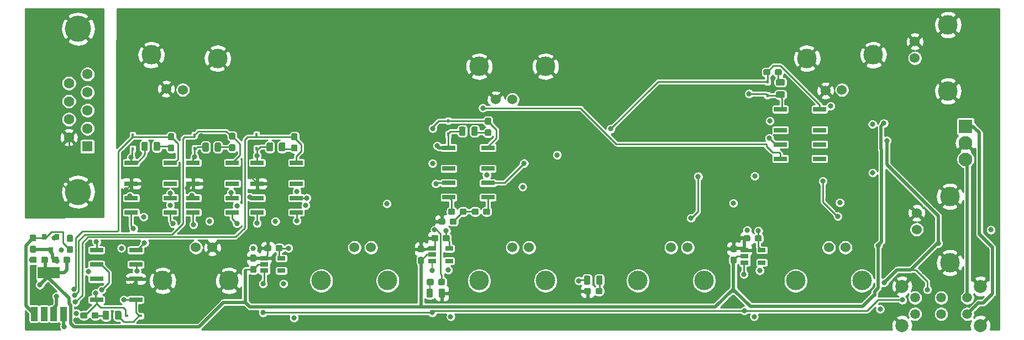
<source format=gbr>
G04 #@! TF.GenerationSoftware,KiCad,Pcbnew,(5.1.5)-3*
G04 #@! TF.CreationDate,2021-03-25T21:43:07+01:00*
G04 #@! TF.ProjectId,tiepieLCR,74696570-6965-44c4-9352-2e6b69636164,rev?*
G04 #@! TF.SameCoordinates,Original*
G04 #@! TF.FileFunction,Copper,L1,Top*
G04 #@! TF.FilePolarity,Positive*
%FSLAX46Y46*%
G04 Gerber Fmt 4.6, Leading zero omitted, Abs format (unit mm)*
G04 Created by KiCad (PCBNEW (5.1.5)-3) date 2021-03-25 21:43:07*
%MOMM*%
%LPD*%
G04 APERTURE LIST*
%ADD10R,1.000000X2.200000*%
%ADD11R,3.400000X1.800000*%
%ADD12R,2.000000X0.700000*%
%ADD13C,3.000000*%
%ADD14C,1.524000*%
%ADD15R,0.450000X0.600000*%
%ADD16R,0.800000X0.900000*%
%ADD17C,0.100000*%
%ADD18R,0.600000X0.450000*%
%ADD19R,2.100000X2.100000*%
%ADD20C,2.100000*%
%ADD21R,1.600000X1.600000*%
%ADD22C,1.600000*%
%ADD23C,4.000000*%
%ADD24R,1.220000X0.650000*%
%ADD25C,2.000000*%
%ADD26C,1.500000*%
%ADD27C,0.800000*%
%ADD28C,0.250000*%
%ADD29C,0.500000*%
%ADD30C,0.150000*%
%ADD31C,0.254000*%
G04 APERTURE END LIST*
D10*
X-3750000Y-47175000D03*
X-6750000Y-47175000D03*
D11*
X-6000000Y-40875000D03*
D10*
X-5250000Y-47175000D03*
X-8250000Y-47175000D03*
D12*
X106075000Y-15800000D03*
X106075000Y-19000000D03*
X106075000Y-21200000D03*
X106075000Y-23400000D03*
X112075000Y-23400000D03*
X112075000Y-21200000D03*
X112075000Y-19000000D03*
X112075000Y-15800000D03*
D13*
X19838905Y-7992829D03*
X9692829Y-7461095D03*
D14*
X11963481Y-12667067D03*
X14500000Y-12800000D03*
D13*
X132030000Y-39330000D03*
X132030000Y-29170000D03*
D14*
X126950000Y-31710000D03*
X126950000Y-34250000D03*
X65000000Y-14300000D03*
X62460000Y-14300000D03*
D13*
X59920000Y-9220000D03*
X70080000Y-9220000D03*
D15*
X16300000Y-19750000D03*
X16300000Y-21850000D03*
D12*
X1300000Y-45000000D03*
X1300000Y-41800000D03*
X1300000Y-39600000D03*
X1300000Y-37400000D03*
X7300000Y-37400000D03*
X7300000Y-39600000D03*
X7300000Y-41800000D03*
X7300000Y-45000000D03*
X22100000Y-24000000D03*
X22100000Y-27200000D03*
X22100000Y-29400000D03*
X22100000Y-31600000D03*
X16100000Y-31600000D03*
X16100000Y-29400000D03*
X16100000Y-27200000D03*
X16100000Y-24000000D03*
D16*
X-5725000Y-37400000D03*
X-6675000Y-35400000D03*
X-4775000Y-35400000D03*
G04 #@! TA.AperFunction,SMDPad,CuDef*
D17*
G36*
X51260779Y-36701144D02*
G01*
X51283834Y-36704563D01*
X51306443Y-36710227D01*
X51328387Y-36718079D01*
X51349457Y-36728044D01*
X51369448Y-36740026D01*
X51388168Y-36753910D01*
X51405438Y-36769562D01*
X51421090Y-36786832D01*
X51434974Y-36805552D01*
X51446956Y-36825543D01*
X51456921Y-36846613D01*
X51464773Y-36868557D01*
X51470437Y-36891166D01*
X51473856Y-36914221D01*
X51475000Y-36937500D01*
X51475000Y-37512500D01*
X51473856Y-37535779D01*
X51470437Y-37558834D01*
X51464773Y-37581443D01*
X51456921Y-37603387D01*
X51446956Y-37624457D01*
X51434974Y-37644448D01*
X51421090Y-37663168D01*
X51405438Y-37680438D01*
X51388168Y-37696090D01*
X51369448Y-37709974D01*
X51349457Y-37721956D01*
X51328387Y-37731921D01*
X51306443Y-37739773D01*
X51283834Y-37745437D01*
X51260779Y-37748856D01*
X51237500Y-37750000D01*
X50762500Y-37750000D01*
X50739221Y-37748856D01*
X50716166Y-37745437D01*
X50693557Y-37739773D01*
X50671613Y-37731921D01*
X50650543Y-37721956D01*
X50630552Y-37709974D01*
X50611832Y-37696090D01*
X50594562Y-37680438D01*
X50578910Y-37663168D01*
X50565026Y-37644448D01*
X50553044Y-37624457D01*
X50543079Y-37603387D01*
X50535227Y-37581443D01*
X50529563Y-37558834D01*
X50526144Y-37535779D01*
X50525000Y-37512500D01*
X50525000Y-36937500D01*
X50526144Y-36914221D01*
X50529563Y-36891166D01*
X50535227Y-36868557D01*
X50543079Y-36846613D01*
X50553044Y-36825543D01*
X50565026Y-36805552D01*
X50578910Y-36786832D01*
X50594562Y-36769562D01*
X50611832Y-36753910D01*
X50630552Y-36740026D01*
X50650543Y-36728044D01*
X50671613Y-36718079D01*
X50693557Y-36710227D01*
X50716166Y-36704563D01*
X50739221Y-36701144D01*
X50762500Y-36700000D01*
X51237500Y-36700000D01*
X51260779Y-36701144D01*
G37*
G04 #@! TD.AperFunction*
G04 #@! TA.AperFunction,SMDPad,CuDef*
G36*
X51260779Y-38451144D02*
G01*
X51283834Y-38454563D01*
X51306443Y-38460227D01*
X51328387Y-38468079D01*
X51349457Y-38478044D01*
X51369448Y-38490026D01*
X51388168Y-38503910D01*
X51405438Y-38519562D01*
X51421090Y-38536832D01*
X51434974Y-38555552D01*
X51446956Y-38575543D01*
X51456921Y-38596613D01*
X51464773Y-38618557D01*
X51470437Y-38641166D01*
X51473856Y-38664221D01*
X51475000Y-38687500D01*
X51475000Y-39262500D01*
X51473856Y-39285779D01*
X51470437Y-39308834D01*
X51464773Y-39331443D01*
X51456921Y-39353387D01*
X51446956Y-39374457D01*
X51434974Y-39394448D01*
X51421090Y-39413168D01*
X51405438Y-39430438D01*
X51388168Y-39446090D01*
X51369448Y-39459974D01*
X51349457Y-39471956D01*
X51328387Y-39481921D01*
X51306443Y-39489773D01*
X51283834Y-39495437D01*
X51260779Y-39498856D01*
X51237500Y-39500000D01*
X50762500Y-39500000D01*
X50739221Y-39498856D01*
X50716166Y-39495437D01*
X50693557Y-39489773D01*
X50671613Y-39481921D01*
X50650543Y-39471956D01*
X50630552Y-39459974D01*
X50611832Y-39446090D01*
X50594562Y-39430438D01*
X50578910Y-39413168D01*
X50565026Y-39394448D01*
X50553044Y-39374457D01*
X50543079Y-39353387D01*
X50535227Y-39331443D01*
X50529563Y-39308834D01*
X50526144Y-39285779D01*
X50525000Y-39262500D01*
X50525000Y-38687500D01*
X50526144Y-38664221D01*
X50529563Y-38641166D01*
X50535227Y-38618557D01*
X50543079Y-38596613D01*
X50553044Y-38575543D01*
X50565026Y-38555552D01*
X50578910Y-38536832D01*
X50594562Y-38519562D01*
X50611832Y-38503910D01*
X50630552Y-38490026D01*
X50650543Y-38478044D01*
X50671613Y-38468079D01*
X50693557Y-38460227D01*
X50716166Y-38454563D01*
X50739221Y-38451144D01*
X50762500Y-38450000D01*
X51237500Y-38450000D01*
X51260779Y-38451144D01*
G37*
G04 #@! TD.AperFunction*
G04 #@! TA.AperFunction,SMDPad,CuDef*
G36*
X55185779Y-35076144D02*
G01*
X55208834Y-35079563D01*
X55231443Y-35085227D01*
X55253387Y-35093079D01*
X55274457Y-35103044D01*
X55294448Y-35115026D01*
X55313168Y-35128910D01*
X55330438Y-35144562D01*
X55346090Y-35161832D01*
X55359974Y-35180552D01*
X55371956Y-35200543D01*
X55381921Y-35221613D01*
X55389773Y-35243557D01*
X55395437Y-35266166D01*
X55398856Y-35289221D01*
X55400000Y-35312500D01*
X55400000Y-35787500D01*
X55398856Y-35810779D01*
X55395437Y-35833834D01*
X55389773Y-35856443D01*
X55381921Y-35878387D01*
X55371956Y-35899457D01*
X55359974Y-35919448D01*
X55346090Y-35938168D01*
X55330438Y-35955438D01*
X55313168Y-35971090D01*
X55294448Y-35984974D01*
X55274457Y-35996956D01*
X55253387Y-36006921D01*
X55231443Y-36014773D01*
X55208834Y-36020437D01*
X55185779Y-36023856D01*
X55162500Y-36025000D01*
X54587500Y-36025000D01*
X54564221Y-36023856D01*
X54541166Y-36020437D01*
X54518557Y-36014773D01*
X54496613Y-36006921D01*
X54475543Y-35996956D01*
X54455552Y-35984974D01*
X54436832Y-35971090D01*
X54419562Y-35955438D01*
X54403910Y-35938168D01*
X54390026Y-35919448D01*
X54378044Y-35899457D01*
X54368079Y-35878387D01*
X54360227Y-35856443D01*
X54354563Y-35833834D01*
X54351144Y-35810779D01*
X54350000Y-35787500D01*
X54350000Y-35312500D01*
X54351144Y-35289221D01*
X54354563Y-35266166D01*
X54360227Y-35243557D01*
X54368079Y-35221613D01*
X54378044Y-35200543D01*
X54390026Y-35180552D01*
X54403910Y-35161832D01*
X54419562Y-35144562D01*
X54436832Y-35128910D01*
X54455552Y-35115026D01*
X54475543Y-35103044D01*
X54496613Y-35093079D01*
X54518557Y-35085227D01*
X54541166Y-35079563D01*
X54564221Y-35076144D01*
X54587500Y-35075000D01*
X55162500Y-35075000D01*
X55185779Y-35076144D01*
G37*
G04 #@! TD.AperFunction*
G04 #@! TA.AperFunction,SMDPad,CuDef*
G36*
X53435779Y-35076144D02*
G01*
X53458834Y-35079563D01*
X53481443Y-35085227D01*
X53503387Y-35093079D01*
X53524457Y-35103044D01*
X53544448Y-35115026D01*
X53563168Y-35128910D01*
X53580438Y-35144562D01*
X53596090Y-35161832D01*
X53609974Y-35180552D01*
X53621956Y-35200543D01*
X53631921Y-35221613D01*
X53639773Y-35243557D01*
X53645437Y-35266166D01*
X53648856Y-35289221D01*
X53650000Y-35312500D01*
X53650000Y-35787500D01*
X53648856Y-35810779D01*
X53645437Y-35833834D01*
X53639773Y-35856443D01*
X53631921Y-35878387D01*
X53621956Y-35899457D01*
X53609974Y-35919448D01*
X53596090Y-35938168D01*
X53580438Y-35955438D01*
X53563168Y-35971090D01*
X53544448Y-35984974D01*
X53524457Y-35996956D01*
X53503387Y-36006921D01*
X53481443Y-36014773D01*
X53458834Y-36020437D01*
X53435779Y-36023856D01*
X53412500Y-36025000D01*
X52837500Y-36025000D01*
X52814221Y-36023856D01*
X52791166Y-36020437D01*
X52768557Y-36014773D01*
X52746613Y-36006921D01*
X52725543Y-35996956D01*
X52705552Y-35984974D01*
X52686832Y-35971090D01*
X52669562Y-35955438D01*
X52653910Y-35938168D01*
X52640026Y-35919448D01*
X52628044Y-35899457D01*
X52618079Y-35878387D01*
X52610227Y-35856443D01*
X52604563Y-35833834D01*
X52601144Y-35810779D01*
X52600000Y-35787500D01*
X52600000Y-35312500D01*
X52601144Y-35289221D01*
X52604563Y-35266166D01*
X52610227Y-35243557D01*
X52618079Y-35221613D01*
X52628044Y-35200543D01*
X52640026Y-35180552D01*
X52653910Y-35161832D01*
X52669562Y-35144562D01*
X52686832Y-35128910D01*
X52705552Y-35115026D01*
X52725543Y-35103044D01*
X52746613Y-35093079D01*
X52768557Y-35085227D01*
X52791166Y-35079563D01*
X52814221Y-35076144D01*
X52837500Y-35075000D01*
X53412500Y-35075000D01*
X53435779Y-35076144D01*
G37*
G04 #@! TD.AperFunction*
G04 #@! TA.AperFunction,SMDPad,CuDef*
G36*
X25560779Y-38101144D02*
G01*
X25583834Y-38104563D01*
X25606443Y-38110227D01*
X25628387Y-38118079D01*
X25649457Y-38128044D01*
X25669448Y-38140026D01*
X25688168Y-38153910D01*
X25705438Y-38169562D01*
X25721090Y-38186832D01*
X25734974Y-38205552D01*
X25746956Y-38225543D01*
X25756921Y-38246613D01*
X25764773Y-38268557D01*
X25770437Y-38291166D01*
X25773856Y-38314221D01*
X25775000Y-38337500D01*
X25775000Y-38912500D01*
X25773856Y-38935779D01*
X25770437Y-38958834D01*
X25764773Y-38981443D01*
X25756921Y-39003387D01*
X25746956Y-39024457D01*
X25734974Y-39044448D01*
X25721090Y-39063168D01*
X25705438Y-39080438D01*
X25688168Y-39096090D01*
X25669448Y-39109974D01*
X25649457Y-39121956D01*
X25628387Y-39131921D01*
X25606443Y-39139773D01*
X25583834Y-39145437D01*
X25560779Y-39148856D01*
X25537500Y-39150000D01*
X25062500Y-39150000D01*
X25039221Y-39148856D01*
X25016166Y-39145437D01*
X24993557Y-39139773D01*
X24971613Y-39131921D01*
X24950543Y-39121956D01*
X24930552Y-39109974D01*
X24911832Y-39096090D01*
X24894562Y-39080438D01*
X24878910Y-39063168D01*
X24865026Y-39044448D01*
X24853044Y-39024457D01*
X24843079Y-39003387D01*
X24835227Y-38981443D01*
X24829563Y-38958834D01*
X24826144Y-38935779D01*
X24825000Y-38912500D01*
X24825000Y-38337500D01*
X24826144Y-38314221D01*
X24829563Y-38291166D01*
X24835227Y-38268557D01*
X24843079Y-38246613D01*
X24853044Y-38225543D01*
X24865026Y-38205552D01*
X24878910Y-38186832D01*
X24894562Y-38169562D01*
X24911832Y-38153910D01*
X24930552Y-38140026D01*
X24950543Y-38128044D01*
X24971613Y-38118079D01*
X24993557Y-38110227D01*
X25016166Y-38104563D01*
X25039221Y-38101144D01*
X25062500Y-38100000D01*
X25537500Y-38100000D01*
X25560779Y-38101144D01*
G37*
G04 #@! TD.AperFunction*
G04 #@! TA.AperFunction,SMDPad,CuDef*
G36*
X25560779Y-39851144D02*
G01*
X25583834Y-39854563D01*
X25606443Y-39860227D01*
X25628387Y-39868079D01*
X25649457Y-39878044D01*
X25669448Y-39890026D01*
X25688168Y-39903910D01*
X25705438Y-39919562D01*
X25721090Y-39936832D01*
X25734974Y-39955552D01*
X25746956Y-39975543D01*
X25756921Y-39996613D01*
X25764773Y-40018557D01*
X25770437Y-40041166D01*
X25773856Y-40064221D01*
X25775000Y-40087500D01*
X25775000Y-40662500D01*
X25773856Y-40685779D01*
X25770437Y-40708834D01*
X25764773Y-40731443D01*
X25756921Y-40753387D01*
X25746956Y-40774457D01*
X25734974Y-40794448D01*
X25721090Y-40813168D01*
X25705438Y-40830438D01*
X25688168Y-40846090D01*
X25669448Y-40859974D01*
X25649457Y-40871956D01*
X25628387Y-40881921D01*
X25606443Y-40889773D01*
X25583834Y-40895437D01*
X25560779Y-40898856D01*
X25537500Y-40900000D01*
X25062500Y-40900000D01*
X25039221Y-40898856D01*
X25016166Y-40895437D01*
X24993557Y-40889773D01*
X24971613Y-40881921D01*
X24950543Y-40871956D01*
X24930552Y-40859974D01*
X24911832Y-40846090D01*
X24894562Y-40830438D01*
X24878910Y-40813168D01*
X24865026Y-40794448D01*
X24853044Y-40774457D01*
X24843079Y-40753387D01*
X24835227Y-40731443D01*
X24829563Y-40708834D01*
X24826144Y-40685779D01*
X24825000Y-40662500D01*
X24825000Y-40087500D01*
X24826144Y-40064221D01*
X24829563Y-40041166D01*
X24835227Y-40018557D01*
X24843079Y-39996613D01*
X24853044Y-39975543D01*
X24865026Y-39955552D01*
X24878910Y-39936832D01*
X24894562Y-39919562D01*
X24911832Y-39903910D01*
X24930552Y-39890026D01*
X24950543Y-39878044D01*
X24971613Y-39868079D01*
X24993557Y-39860227D01*
X25016166Y-39854563D01*
X25039221Y-39851144D01*
X25062500Y-39850000D01*
X25537500Y-39850000D01*
X25560779Y-39851144D01*
G37*
G04 #@! TD.AperFunction*
G04 #@! TA.AperFunction,SMDPad,CuDef*
G36*
X29585779Y-36626144D02*
G01*
X29608834Y-36629563D01*
X29631443Y-36635227D01*
X29653387Y-36643079D01*
X29674457Y-36653044D01*
X29694448Y-36665026D01*
X29713168Y-36678910D01*
X29730438Y-36694562D01*
X29746090Y-36711832D01*
X29759974Y-36730552D01*
X29771956Y-36750543D01*
X29781921Y-36771613D01*
X29789773Y-36793557D01*
X29795437Y-36816166D01*
X29798856Y-36839221D01*
X29800000Y-36862500D01*
X29800000Y-37337500D01*
X29798856Y-37360779D01*
X29795437Y-37383834D01*
X29789773Y-37406443D01*
X29781921Y-37428387D01*
X29771956Y-37449457D01*
X29759974Y-37469448D01*
X29746090Y-37488168D01*
X29730438Y-37505438D01*
X29713168Y-37521090D01*
X29694448Y-37534974D01*
X29674457Y-37546956D01*
X29653387Y-37556921D01*
X29631443Y-37564773D01*
X29608834Y-37570437D01*
X29585779Y-37573856D01*
X29562500Y-37575000D01*
X28987500Y-37575000D01*
X28964221Y-37573856D01*
X28941166Y-37570437D01*
X28918557Y-37564773D01*
X28896613Y-37556921D01*
X28875543Y-37546956D01*
X28855552Y-37534974D01*
X28836832Y-37521090D01*
X28819562Y-37505438D01*
X28803910Y-37488168D01*
X28790026Y-37469448D01*
X28778044Y-37449457D01*
X28768079Y-37428387D01*
X28760227Y-37406443D01*
X28754563Y-37383834D01*
X28751144Y-37360779D01*
X28750000Y-37337500D01*
X28750000Y-36862500D01*
X28751144Y-36839221D01*
X28754563Y-36816166D01*
X28760227Y-36793557D01*
X28768079Y-36771613D01*
X28778044Y-36750543D01*
X28790026Y-36730552D01*
X28803910Y-36711832D01*
X28819562Y-36694562D01*
X28836832Y-36678910D01*
X28855552Y-36665026D01*
X28875543Y-36653044D01*
X28896613Y-36643079D01*
X28918557Y-36635227D01*
X28941166Y-36629563D01*
X28964221Y-36626144D01*
X28987500Y-36625000D01*
X29562500Y-36625000D01*
X29585779Y-36626144D01*
G37*
G04 #@! TD.AperFunction*
G04 #@! TA.AperFunction,SMDPad,CuDef*
G36*
X27835779Y-36626144D02*
G01*
X27858834Y-36629563D01*
X27881443Y-36635227D01*
X27903387Y-36643079D01*
X27924457Y-36653044D01*
X27944448Y-36665026D01*
X27963168Y-36678910D01*
X27980438Y-36694562D01*
X27996090Y-36711832D01*
X28009974Y-36730552D01*
X28021956Y-36750543D01*
X28031921Y-36771613D01*
X28039773Y-36793557D01*
X28045437Y-36816166D01*
X28048856Y-36839221D01*
X28050000Y-36862500D01*
X28050000Y-37337500D01*
X28048856Y-37360779D01*
X28045437Y-37383834D01*
X28039773Y-37406443D01*
X28031921Y-37428387D01*
X28021956Y-37449457D01*
X28009974Y-37469448D01*
X27996090Y-37488168D01*
X27980438Y-37505438D01*
X27963168Y-37521090D01*
X27944448Y-37534974D01*
X27924457Y-37546956D01*
X27903387Y-37556921D01*
X27881443Y-37564773D01*
X27858834Y-37570437D01*
X27835779Y-37573856D01*
X27812500Y-37575000D01*
X27237500Y-37575000D01*
X27214221Y-37573856D01*
X27191166Y-37570437D01*
X27168557Y-37564773D01*
X27146613Y-37556921D01*
X27125543Y-37546956D01*
X27105552Y-37534974D01*
X27086832Y-37521090D01*
X27069562Y-37505438D01*
X27053910Y-37488168D01*
X27040026Y-37469448D01*
X27028044Y-37449457D01*
X27018079Y-37428387D01*
X27010227Y-37406443D01*
X27004563Y-37383834D01*
X27001144Y-37360779D01*
X27000000Y-37337500D01*
X27000000Y-36862500D01*
X27001144Y-36839221D01*
X27004563Y-36816166D01*
X27010227Y-36793557D01*
X27018079Y-36771613D01*
X27028044Y-36750543D01*
X27040026Y-36730552D01*
X27053910Y-36711832D01*
X27069562Y-36694562D01*
X27086832Y-36678910D01*
X27105552Y-36665026D01*
X27125543Y-36653044D01*
X27146613Y-36643079D01*
X27168557Y-36635227D01*
X27191166Y-36629563D01*
X27214221Y-36626144D01*
X27237500Y-36625000D01*
X27812500Y-36625000D01*
X27835779Y-36626144D01*
G37*
G04 #@! TD.AperFunction*
G04 #@! TA.AperFunction,SMDPad,CuDef*
G36*
X99160779Y-38401144D02*
G01*
X99183834Y-38404563D01*
X99206443Y-38410227D01*
X99228387Y-38418079D01*
X99249457Y-38428044D01*
X99269448Y-38440026D01*
X99288168Y-38453910D01*
X99305438Y-38469562D01*
X99321090Y-38486832D01*
X99334974Y-38505552D01*
X99346956Y-38525543D01*
X99356921Y-38546613D01*
X99364773Y-38568557D01*
X99370437Y-38591166D01*
X99373856Y-38614221D01*
X99375000Y-38637500D01*
X99375000Y-39212500D01*
X99373856Y-39235779D01*
X99370437Y-39258834D01*
X99364773Y-39281443D01*
X99356921Y-39303387D01*
X99346956Y-39324457D01*
X99334974Y-39344448D01*
X99321090Y-39363168D01*
X99305438Y-39380438D01*
X99288168Y-39396090D01*
X99269448Y-39409974D01*
X99249457Y-39421956D01*
X99228387Y-39431921D01*
X99206443Y-39439773D01*
X99183834Y-39445437D01*
X99160779Y-39448856D01*
X99137500Y-39450000D01*
X98662500Y-39450000D01*
X98639221Y-39448856D01*
X98616166Y-39445437D01*
X98593557Y-39439773D01*
X98571613Y-39431921D01*
X98550543Y-39421956D01*
X98530552Y-39409974D01*
X98511832Y-39396090D01*
X98494562Y-39380438D01*
X98478910Y-39363168D01*
X98465026Y-39344448D01*
X98453044Y-39324457D01*
X98443079Y-39303387D01*
X98435227Y-39281443D01*
X98429563Y-39258834D01*
X98426144Y-39235779D01*
X98425000Y-39212500D01*
X98425000Y-38637500D01*
X98426144Y-38614221D01*
X98429563Y-38591166D01*
X98435227Y-38568557D01*
X98443079Y-38546613D01*
X98453044Y-38525543D01*
X98465026Y-38505552D01*
X98478910Y-38486832D01*
X98494562Y-38469562D01*
X98511832Y-38453910D01*
X98530552Y-38440026D01*
X98550543Y-38428044D01*
X98571613Y-38418079D01*
X98593557Y-38410227D01*
X98616166Y-38404563D01*
X98639221Y-38401144D01*
X98662500Y-38400000D01*
X99137500Y-38400000D01*
X99160779Y-38401144D01*
G37*
G04 #@! TD.AperFunction*
G04 #@! TA.AperFunction,SMDPad,CuDef*
G36*
X99160779Y-36651144D02*
G01*
X99183834Y-36654563D01*
X99206443Y-36660227D01*
X99228387Y-36668079D01*
X99249457Y-36678044D01*
X99269448Y-36690026D01*
X99288168Y-36703910D01*
X99305438Y-36719562D01*
X99321090Y-36736832D01*
X99334974Y-36755552D01*
X99346956Y-36775543D01*
X99356921Y-36796613D01*
X99364773Y-36818557D01*
X99370437Y-36841166D01*
X99373856Y-36864221D01*
X99375000Y-36887500D01*
X99375000Y-37462500D01*
X99373856Y-37485779D01*
X99370437Y-37508834D01*
X99364773Y-37531443D01*
X99356921Y-37553387D01*
X99346956Y-37574457D01*
X99334974Y-37594448D01*
X99321090Y-37613168D01*
X99305438Y-37630438D01*
X99288168Y-37646090D01*
X99269448Y-37659974D01*
X99249457Y-37671956D01*
X99228387Y-37681921D01*
X99206443Y-37689773D01*
X99183834Y-37695437D01*
X99160779Y-37698856D01*
X99137500Y-37700000D01*
X98662500Y-37700000D01*
X98639221Y-37698856D01*
X98616166Y-37695437D01*
X98593557Y-37689773D01*
X98571613Y-37681921D01*
X98550543Y-37671956D01*
X98530552Y-37659974D01*
X98511832Y-37646090D01*
X98494562Y-37630438D01*
X98478910Y-37613168D01*
X98465026Y-37594448D01*
X98453044Y-37574457D01*
X98443079Y-37553387D01*
X98435227Y-37531443D01*
X98429563Y-37508834D01*
X98426144Y-37485779D01*
X98425000Y-37462500D01*
X98425000Y-36887500D01*
X98426144Y-36864221D01*
X98429563Y-36841166D01*
X98435227Y-36818557D01*
X98443079Y-36796613D01*
X98453044Y-36775543D01*
X98465026Y-36755552D01*
X98478910Y-36736832D01*
X98494562Y-36719562D01*
X98511832Y-36703910D01*
X98530552Y-36690026D01*
X98550543Y-36678044D01*
X98571613Y-36668079D01*
X98593557Y-36660227D01*
X98616166Y-36654563D01*
X98639221Y-36651144D01*
X98662500Y-36650000D01*
X99137500Y-36650000D01*
X99160779Y-36651144D01*
G37*
G04 #@! TD.AperFunction*
G04 #@! TA.AperFunction,SMDPad,CuDef*
G36*
X102985779Y-35126144D02*
G01*
X103008834Y-35129563D01*
X103031443Y-35135227D01*
X103053387Y-35143079D01*
X103074457Y-35153044D01*
X103094448Y-35165026D01*
X103113168Y-35178910D01*
X103130438Y-35194562D01*
X103146090Y-35211832D01*
X103159974Y-35230552D01*
X103171956Y-35250543D01*
X103181921Y-35271613D01*
X103189773Y-35293557D01*
X103195437Y-35316166D01*
X103198856Y-35339221D01*
X103200000Y-35362500D01*
X103200000Y-35837500D01*
X103198856Y-35860779D01*
X103195437Y-35883834D01*
X103189773Y-35906443D01*
X103181921Y-35928387D01*
X103171956Y-35949457D01*
X103159974Y-35969448D01*
X103146090Y-35988168D01*
X103130438Y-36005438D01*
X103113168Y-36021090D01*
X103094448Y-36034974D01*
X103074457Y-36046956D01*
X103053387Y-36056921D01*
X103031443Y-36064773D01*
X103008834Y-36070437D01*
X102985779Y-36073856D01*
X102962500Y-36075000D01*
X102387500Y-36075000D01*
X102364221Y-36073856D01*
X102341166Y-36070437D01*
X102318557Y-36064773D01*
X102296613Y-36056921D01*
X102275543Y-36046956D01*
X102255552Y-36034974D01*
X102236832Y-36021090D01*
X102219562Y-36005438D01*
X102203910Y-35988168D01*
X102190026Y-35969448D01*
X102178044Y-35949457D01*
X102168079Y-35928387D01*
X102160227Y-35906443D01*
X102154563Y-35883834D01*
X102151144Y-35860779D01*
X102150000Y-35837500D01*
X102150000Y-35362500D01*
X102151144Y-35339221D01*
X102154563Y-35316166D01*
X102160227Y-35293557D01*
X102168079Y-35271613D01*
X102178044Y-35250543D01*
X102190026Y-35230552D01*
X102203910Y-35211832D01*
X102219562Y-35194562D01*
X102236832Y-35178910D01*
X102255552Y-35165026D01*
X102275543Y-35153044D01*
X102296613Y-35143079D01*
X102318557Y-35135227D01*
X102341166Y-35129563D01*
X102364221Y-35126144D01*
X102387500Y-35125000D01*
X102962500Y-35125000D01*
X102985779Y-35126144D01*
G37*
G04 #@! TD.AperFunction*
G04 #@! TA.AperFunction,SMDPad,CuDef*
G36*
X101235779Y-35126144D02*
G01*
X101258834Y-35129563D01*
X101281443Y-35135227D01*
X101303387Y-35143079D01*
X101324457Y-35153044D01*
X101344448Y-35165026D01*
X101363168Y-35178910D01*
X101380438Y-35194562D01*
X101396090Y-35211832D01*
X101409974Y-35230552D01*
X101421956Y-35250543D01*
X101431921Y-35271613D01*
X101439773Y-35293557D01*
X101445437Y-35316166D01*
X101448856Y-35339221D01*
X101450000Y-35362500D01*
X101450000Y-35837500D01*
X101448856Y-35860779D01*
X101445437Y-35883834D01*
X101439773Y-35906443D01*
X101431921Y-35928387D01*
X101421956Y-35949457D01*
X101409974Y-35969448D01*
X101396090Y-35988168D01*
X101380438Y-36005438D01*
X101363168Y-36021090D01*
X101344448Y-36034974D01*
X101324457Y-36046956D01*
X101303387Y-36056921D01*
X101281443Y-36064773D01*
X101258834Y-36070437D01*
X101235779Y-36073856D01*
X101212500Y-36075000D01*
X100637500Y-36075000D01*
X100614221Y-36073856D01*
X100591166Y-36070437D01*
X100568557Y-36064773D01*
X100546613Y-36056921D01*
X100525543Y-36046956D01*
X100505552Y-36034974D01*
X100486832Y-36021090D01*
X100469562Y-36005438D01*
X100453910Y-35988168D01*
X100440026Y-35969448D01*
X100428044Y-35949457D01*
X100418079Y-35928387D01*
X100410227Y-35906443D01*
X100404563Y-35883834D01*
X100401144Y-35860779D01*
X100400000Y-35837500D01*
X100400000Y-35362500D01*
X100401144Y-35339221D01*
X100404563Y-35316166D01*
X100410227Y-35293557D01*
X100418079Y-35271613D01*
X100428044Y-35250543D01*
X100440026Y-35230552D01*
X100453910Y-35211832D01*
X100469562Y-35194562D01*
X100486832Y-35178910D01*
X100505552Y-35165026D01*
X100525543Y-35153044D01*
X100546613Y-35143079D01*
X100568557Y-35135227D01*
X100591166Y-35129563D01*
X100614221Y-35126144D01*
X100637500Y-35125000D01*
X101212500Y-35125000D01*
X101235779Y-35126144D01*
G37*
G04 #@! TD.AperFunction*
G04 #@! TA.AperFunction,SMDPad,CuDef*
G36*
X54480142Y-43301174D02*
G01*
X54503803Y-43304684D01*
X54527007Y-43310496D01*
X54549529Y-43318554D01*
X54571153Y-43328782D01*
X54591670Y-43341079D01*
X54610883Y-43355329D01*
X54628607Y-43371393D01*
X54644671Y-43389117D01*
X54658921Y-43408330D01*
X54671218Y-43428847D01*
X54681446Y-43450471D01*
X54689504Y-43472993D01*
X54695316Y-43496197D01*
X54698826Y-43519858D01*
X54700000Y-43543750D01*
X54700000Y-44456250D01*
X54698826Y-44480142D01*
X54695316Y-44503803D01*
X54689504Y-44527007D01*
X54681446Y-44549529D01*
X54671218Y-44571153D01*
X54658921Y-44591670D01*
X54644671Y-44610883D01*
X54628607Y-44628607D01*
X54610883Y-44644671D01*
X54591670Y-44658921D01*
X54571153Y-44671218D01*
X54549529Y-44681446D01*
X54527007Y-44689504D01*
X54503803Y-44695316D01*
X54480142Y-44698826D01*
X54456250Y-44700000D01*
X53968750Y-44700000D01*
X53944858Y-44698826D01*
X53921197Y-44695316D01*
X53897993Y-44689504D01*
X53875471Y-44681446D01*
X53853847Y-44671218D01*
X53833330Y-44658921D01*
X53814117Y-44644671D01*
X53796393Y-44628607D01*
X53780329Y-44610883D01*
X53766079Y-44591670D01*
X53753782Y-44571153D01*
X53743554Y-44549529D01*
X53735496Y-44527007D01*
X53729684Y-44503803D01*
X53726174Y-44480142D01*
X53725000Y-44456250D01*
X53725000Y-43543750D01*
X53726174Y-43519858D01*
X53729684Y-43496197D01*
X53735496Y-43472993D01*
X53743554Y-43450471D01*
X53753782Y-43428847D01*
X53766079Y-43408330D01*
X53780329Y-43389117D01*
X53796393Y-43371393D01*
X53814117Y-43355329D01*
X53833330Y-43341079D01*
X53853847Y-43328782D01*
X53875471Y-43318554D01*
X53897993Y-43310496D01*
X53921197Y-43304684D01*
X53944858Y-43301174D01*
X53968750Y-43300000D01*
X54456250Y-43300000D01*
X54480142Y-43301174D01*
G37*
G04 #@! TD.AperFunction*
G04 #@! TA.AperFunction,SMDPad,CuDef*
G36*
X52605142Y-43301174D02*
G01*
X52628803Y-43304684D01*
X52652007Y-43310496D01*
X52674529Y-43318554D01*
X52696153Y-43328782D01*
X52716670Y-43341079D01*
X52735883Y-43355329D01*
X52753607Y-43371393D01*
X52769671Y-43389117D01*
X52783921Y-43408330D01*
X52796218Y-43428847D01*
X52806446Y-43450471D01*
X52814504Y-43472993D01*
X52820316Y-43496197D01*
X52823826Y-43519858D01*
X52825000Y-43543750D01*
X52825000Y-44456250D01*
X52823826Y-44480142D01*
X52820316Y-44503803D01*
X52814504Y-44527007D01*
X52806446Y-44549529D01*
X52796218Y-44571153D01*
X52783921Y-44591670D01*
X52769671Y-44610883D01*
X52753607Y-44628607D01*
X52735883Y-44644671D01*
X52716670Y-44658921D01*
X52696153Y-44671218D01*
X52674529Y-44681446D01*
X52652007Y-44689504D01*
X52628803Y-44695316D01*
X52605142Y-44698826D01*
X52581250Y-44700000D01*
X52093750Y-44700000D01*
X52069858Y-44698826D01*
X52046197Y-44695316D01*
X52022993Y-44689504D01*
X52000471Y-44681446D01*
X51978847Y-44671218D01*
X51958330Y-44658921D01*
X51939117Y-44644671D01*
X51921393Y-44628607D01*
X51905329Y-44610883D01*
X51891079Y-44591670D01*
X51878782Y-44571153D01*
X51868554Y-44549529D01*
X51860496Y-44527007D01*
X51854684Y-44503803D01*
X51851174Y-44480142D01*
X51850000Y-44456250D01*
X51850000Y-43543750D01*
X51851174Y-43519858D01*
X51854684Y-43496197D01*
X51860496Y-43472993D01*
X51868554Y-43450471D01*
X51878782Y-43428847D01*
X51891079Y-43408330D01*
X51905329Y-43389117D01*
X51921393Y-43371393D01*
X51939117Y-43355329D01*
X51958330Y-43341079D01*
X51978847Y-43328782D01*
X52000471Y-43318554D01*
X52022993Y-43310496D01*
X52046197Y-43304684D01*
X52069858Y-43301174D01*
X52093750Y-43300000D01*
X52581250Y-43300000D01*
X52605142Y-43301174D01*
G37*
G04 #@! TD.AperFunction*
G04 #@! TA.AperFunction,SMDPad,CuDef*
G36*
X78605142Y-41301174D02*
G01*
X78628803Y-41304684D01*
X78652007Y-41310496D01*
X78674529Y-41318554D01*
X78696153Y-41328782D01*
X78716670Y-41341079D01*
X78735883Y-41355329D01*
X78753607Y-41371393D01*
X78769671Y-41389117D01*
X78783921Y-41408330D01*
X78796218Y-41428847D01*
X78806446Y-41450471D01*
X78814504Y-41472993D01*
X78820316Y-41496197D01*
X78823826Y-41519858D01*
X78825000Y-41543750D01*
X78825000Y-42456250D01*
X78823826Y-42480142D01*
X78820316Y-42503803D01*
X78814504Y-42527007D01*
X78806446Y-42549529D01*
X78796218Y-42571153D01*
X78783921Y-42591670D01*
X78769671Y-42610883D01*
X78753607Y-42628607D01*
X78735883Y-42644671D01*
X78716670Y-42658921D01*
X78696153Y-42671218D01*
X78674529Y-42681446D01*
X78652007Y-42689504D01*
X78628803Y-42695316D01*
X78605142Y-42698826D01*
X78581250Y-42700000D01*
X78093750Y-42700000D01*
X78069858Y-42698826D01*
X78046197Y-42695316D01*
X78022993Y-42689504D01*
X78000471Y-42681446D01*
X77978847Y-42671218D01*
X77958330Y-42658921D01*
X77939117Y-42644671D01*
X77921393Y-42628607D01*
X77905329Y-42610883D01*
X77891079Y-42591670D01*
X77878782Y-42571153D01*
X77868554Y-42549529D01*
X77860496Y-42527007D01*
X77854684Y-42503803D01*
X77851174Y-42480142D01*
X77850000Y-42456250D01*
X77850000Y-41543750D01*
X77851174Y-41519858D01*
X77854684Y-41496197D01*
X77860496Y-41472993D01*
X77868554Y-41450471D01*
X77878782Y-41428847D01*
X77891079Y-41408330D01*
X77905329Y-41389117D01*
X77921393Y-41371393D01*
X77939117Y-41355329D01*
X77958330Y-41341079D01*
X77978847Y-41328782D01*
X78000471Y-41318554D01*
X78022993Y-41310496D01*
X78046197Y-41304684D01*
X78069858Y-41301174D01*
X78093750Y-41300000D01*
X78581250Y-41300000D01*
X78605142Y-41301174D01*
G37*
G04 #@! TD.AperFunction*
G04 #@! TA.AperFunction,SMDPad,CuDef*
G36*
X76730142Y-41301174D02*
G01*
X76753803Y-41304684D01*
X76777007Y-41310496D01*
X76799529Y-41318554D01*
X76821153Y-41328782D01*
X76841670Y-41341079D01*
X76860883Y-41355329D01*
X76878607Y-41371393D01*
X76894671Y-41389117D01*
X76908921Y-41408330D01*
X76921218Y-41428847D01*
X76931446Y-41450471D01*
X76939504Y-41472993D01*
X76945316Y-41496197D01*
X76948826Y-41519858D01*
X76950000Y-41543750D01*
X76950000Y-42456250D01*
X76948826Y-42480142D01*
X76945316Y-42503803D01*
X76939504Y-42527007D01*
X76931446Y-42549529D01*
X76921218Y-42571153D01*
X76908921Y-42591670D01*
X76894671Y-42610883D01*
X76878607Y-42628607D01*
X76860883Y-42644671D01*
X76841670Y-42658921D01*
X76821153Y-42671218D01*
X76799529Y-42681446D01*
X76777007Y-42689504D01*
X76753803Y-42695316D01*
X76730142Y-42698826D01*
X76706250Y-42700000D01*
X76218750Y-42700000D01*
X76194858Y-42698826D01*
X76171197Y-42695316D01*
X76147993Y-42689504D01*
X76125471Y-42681446D01*
X76103847Y-42671218D01*
X76083330Y-42658921D01*
X76064117Y-42644671D01*
X76046393Y-42628607D01*
X76030329Y-42610883D01*
X76016079Y-42591670D01*
X76003782Y-42571153D01*
X75993554Y-42549529D01*
X75985496Y-42527007D01*
X75979684Y-42503803D01*
X75976174Y-42480142D01*
X75975000Y-42456250D01*
X75975000Y-41543750D01*
X75976174Y-41519858D01*
X75979684Y-41496197D01*
X75985496Y-41472993D01*
X75993554Y-41450471D01*
X76003782Y-41428847D01*
X76016079Y-41408330D01*
X76030329Y-41389117D01*
X76046393Y-41371393D01*
X76064117Y-41355329D01*
X76083330Y-41341079D01*
X76103847Y-41328782D01*
X76125471Y-41318554D01*
X76147993Y-41310496D01*
X76171197Y-41304684D01*
X76194858Y-41301174D01*
X76218750Y-41300000D01*
X76706250Y-41300000D01*
X76730142Y-41301174D01*
G37*
G04 #@! TD.AperFunction*
D18*
X8025000Y-47500000D03*
X5925000Y-47500000D03*
D15*
X6825000Y-19775000D03*
X6825000Y-21875000D03*
X25800000Y-21800000D03*
X25800000Y-19700000D03*
X104075000Y-11550000D03*
X104075000Y-13650000D03*
D19*
X134450000Y-18400000D03*
D20*
X134450000Y-20940000D03*
X134450000Y-23480000D03*
D21*
X-100000Y-21500000D03*
D22*
X-100000Y-18730000D03*
X-100000Y-15960000D03*
X-100000Y-13190000D03*
X-100000Y-10420000D03*
X-2940000Y-20115000D03*
X-2940000Y-17345000D03*
X-2940000Y-14575000D03*
X-2940000Y-11805000D03*
D23*
X-1520000Y-3460000D03*
X-1520000Y-28460000D03*
D14*
X65000000Y-37000000D03*
X67540000Y-37000000D03*
D13*
X70080000Y-42080000D03*
X59920000Y-42080000D03*
X35720000Y-42080000D03*
X45880000Y-42080000D03*
D14*
X43340000Y-37000000D03*
X40800000Y-37000000D03*
D13*
X11420000Y-42080000D03*
X21580000Y-42080000D03*
D14*
X19040000Y-37000000D03*
X16500000Y-37000000D03*
D13*
X84220000Y-42080000D03*
X94380000Y-42080000D03*
D14*
X91840000Y-37000000D03*
X89300000Y-37000000D03*
X115500000Y-12800000D03*
X112963481Y-12932933D03*
D13*
X110161095Y-7992829D03*
X120307171Y-7461095D03*
D14*
X126670000Y-7930000D03*
X126670000Y-5390000D03*
D13*
X131750000Y-2850000D03*
X131750000Y-13010000D03*
X108420000Y-42080000D03*
X118580000Y-42080000D03*
D14*
X116040000Y-37000000D03*
X113500000Y-37000000D03*
D12*
X61250000Y-21700000D03*
X61250000Y-24900000D03*
X61250000Y-27100000D03*
X61250000Y-29300000D03*
X55250000Y-29300000D03*
X55250000Y-27100000D03*
X55250000Y-24900000D03*
X55250000Y-21700000D03*
X6600000Y-24000000D03*
X6600000Y-27200000D03*
X6600000Y-29400000D03*
X6600000Y-31600000D03*
X12600000Y-31600000D03*
X12600000Y-29400000D03*
X12600000Y-27200000D03*
X12600000Y-24000000D03*
X25900000Y-24000000D03*
X25900000Y-27200000D03*
X25900000Y-29400000D03*
X25900000Y-31600000D03*
X31900000Y-31600000D03*
X31900000Y-29400000D03*
X31900000Y-27200000D03*
X31900000Y-24000000D03*
D24*
X55310000Y-37150000D03*
X55310000Y-39050000D03*
X52690000Y-39050000D03*
X52690000Y-38100000D03*
X52690000Y-37150000D03*
X26990000Y-38650000D03*
X26990000Y-39600000D03*
X26990000Y-40550000D03*
X29610000Y-40550000D03*
X29610000Y-38650000D03*
X100590000Y-37400000D03*
X100590000Y-38350000D03*
X100590000Y-39300000D03*
X103210000Y-39300000D03*
X103210000Y-37400000D03*
D15*
X55175000Y-17550000D03*
X55175000Y-19650000D03*
G04 #@! TA.AperFunction,SMDPad,CuDef*
D17*
G36*
X-8164221Y-35001144D02*
G01*
X-8141166Y-35004563D01*
X-8118557Y-35010227D01*
X-8096613Y-35018079D01*
X-8075543Y-35028044D01*
X-8055552Y-35040026D01*
X-8036832Y-35053910D01*
X-8019562Y-35069562D01*
X-8003910Y-35086832D01*
X-7990026Y-35105552D01*
X-7978044Y-35125543D01*
X-7968079Y-35146613D01*
X-7960227Y-35168557D01*
X-7954563Y-35191166D01*
X-7951144Y-35214221D01*
X-7950000Y-35237500D01*
X-7950000Y-35812500D01*
X-7951144Y-35835779D01*
X-7954563Y-35858834D01*
X-7960227Y-35881443D01*
X-7968079Y-35903387D01*
X-7978044Y-35924457D01*
X-7990026Y-35944448D01*
X-8003910Y-35963168D01*
X-8019562Y-35980438D01*
X-8036832Y-35996090D01*
X-8055552Y-36009974D01*
X-8075543Y-36021956D01*
X-8096613Y-36031921D01*
X-8118557Y-36039773D01*
X-8141166Y-36045437D01*
X-8164221Y-36048856D01*
X-8187500Y-36050000D01*
X-8662500Y-36050000D01*
X-8685779Y-36048856D01*
X-8708834Y-36045437D01*
X-8731443Y-36039773D01*
X-8753387Y-36031921D01*
X-8774457Y-36021956D01*
X-8794448Y-36009974D01*
X-8813168Y-35996090D01*
X-8830438Y-35980438D01*
X-8846090Y-35963168D01*
X-8859974Y-35944448D01*
X-8871956Y-35924457D01*
X-8881921Y-35903387D01*
X-8889773Y-35881443D01*
X-8895437Y-35858834D01*
X-8898856Y-35835779D01*
X-8900000Y-35812500D01*
X-8900000Y-35237500D01*
X-8898856Y-35214221D01*
X-8895437Y-35191166D01*
X-8889773Y-35168557D01*
X-8881921Y-35146613D01*
X-8871956Y-35125543D01*
X-8859974Y-35105552D01*
X-8846090Y-35086832D01*
X-8830438Y-35069562D01*
X-8813168Y-35053910D01*
X-8794448Y-35040026D01*
X-8774457Y-35028044D01*
X-8753387Y-35018079D01*
X-8731443Y-35010227D01*
X-8708834Y-35004563D01*
X-8685779Y-35001144D01*
X-8662500Y-35000000D01*
X-8187500Y-35000000D01*
X-8164221Y-35001144D01*
G37*
G04 #@! TD.AperFunction*
G04 #@! TA.AperFunction,SMDPad,CuDef*
G36*
X-8164221Y-36751144D02*
G01*
X-8141166Y-36754563D01*
X-8118557Y-36760227D01*
X-8096613Y-36768079D01*
X-8075543Y-36778044D01*
X-8055552Y-36790026D01*
X-8036832Y-36803910D01*
X-8019562Y-36819562D01*
X-8003910Y-36836832D01*
X-7990026Y-36855552D01*
X-7978044Y-36875543D01*
X-7968079Y-36896613D01*
X-7960227Y-36918557D01*
X-7954563Y-36941166D01*
X-7951144Y-36964221D01*
X-7950000Y-36987500D01*
X-7950000Y-37562500D01*
X-7951144Y-37585779D01*
X-7954563Y-37608834D01*
X-7960227Y-37631443D01*
X-7968079Y-37653387D01*
X-7978044Y-37674457D01*
X-7990026Y-37694448D01*
X-8003910Y-37713168D01*
X-8019562Y-37730438D01*
X-8036832Y-37746090D01*
X-8055552Y-37759974D01*
X-8075543Y-37771956D01*
X-8096613Y-37781921D01*
X-8118557Y-37789773D01*
X-8141166Y-37795437D01*
X-8164221Y-37798856D01*
X-8187500Y-37800000D01*
X-8662500Y-37800000D01*
X-8685779Y-37798856D01*
X-8708834Y-37795437D01*
X-8731443Y-37789773D01*
X-8753387Y-37781921D01*
X-8774457Y-37771956D01*
X-8794448Y-37759974D01*
X-8813168Y-37746090D01*
X-8830438Y-37730438D01*
X-8846090Y-37713168D01*
X-8859974Y-37694448D01*
X-8871956Y-37674457D01*
X-8881921Y-37653387D01*
X-8889773Y-37631443D01*
X-8895437Y-37608834D01*
X-8898856Y-37585779D01*
X-8900000Y-37562500D01*
X-8900000Y-36987500D01*
X-8898856Y-36964221D01*
X-8895437Y-36941166D01*
X-8889773Y-36918557D01*
X-8881921Y-36896613D01*
X-8871956Y-36875543D01*
X-8859974Y-36855552D01*
X-8846090Y-36836832D01*
X-8830438Y-36819562D01*
X-8813168Y-36803910D01*
X-8794448Y-36790026D01*
X-8774457Y-36778044D01*
X-8753387Y-36768079D01*
X-8731443Y-36760227D01*
X-8708834Y-36754563D01*
X-8685779Y-36751144D01*
X-8662500Y-36750000D01*
X-8187500Y-36750000D01*
X-8164221Y-36751144D01*
G37*
G04 #@! TD.AperFunction*
G04 #@! TA.AperFunction,SMDPad,CuDef*
G36*
X52735779Y-41826144D02*
G01*
X52758834Y-41829563D01*
X52781443Y-41835227D01*
X52803387Y-41843079D01*
X52824457Y-41853044D01*
X52844448Y-41865026D01*
X52863168Y-41878910D01*
X52880438Y-41894562D01*
X52896090Y-41911832D01*
X52909974Y-41930552D01*
X52921956Y-41950543D01*
X52931921Y-41971613D01*
X52939773Y-41993557D01*
X52945437Y-42016166D01*
X52948856Y-42039221D01*
X52950000Y-42062500D01*
X52950000Y-42537500D01*
X52948856Y-42560779D01*
X52945437Y-42583834D01*
X52939773Y-42606443D01*
X52931921Y-42628387D01*
X52921956Y-42649457D01*
X52909974Y-42669448D01*
X52896090Y-42688168D01*
X52880438Y-42705438D01*
X52863168Y-42721090D01*
X52844448Y-42734974D01*
X52824457Y-42746956D01*
X52803387Y-42756921D01*
X52781443Y-42764773D01*
X52758834Y-42770437D01*
X52735779Y-42773856D01*
X52712500Y-42775000D01*
X52137500Y-42775000D01*
X52114221Y-42773856D01*
X52091166Y-42770437D01*
X52068557Y-42764773D01*
X52046613Y-42756921D01*
X52025543Y-42746956D01*
X52005552Y-42734974D01*
X51986832Y-42721090D01*
X51969562Y-42705438D01*
X51953910Y-42688168D01*
X51940026Y-42669448D01*
X51928044Y-42649457D01*
X51918079Y-42628387D01*
X51910227Y-42606443D01*
X51904563Y-42583834D01*
X51901144Y-42560779D01*
X51900000Y-42537500D01*
X51900000Y-42062500D01*
X51901144Y-42039221D01*
X51904563Y-42016166D01*
X51910227Y-41993557D01*
X51918079Y-41971613D01*
X51928044Y-41950543D01*
X51940026Y-41930552D01*
X51953910Y-41911832D01*
X51969562Y-41894562D01*
X51986832Y-41878910D01*
X52005552Y-41865026D01*
X52025543Y-41853044D01*
X52046613Y-41843079D01*
X52068557Y-41835227D01*
X52091166Y-41829563D01*
X52114221Y-41826144D01*
X52137500Y-41825000D01*
X52712500Y-41825000D01*
X52735779Y-41826144D01*
G37*
G04 #@! TD.AperFunction*
G04 #@! TA.AperFunction,SMDPad,CuDef*
G36*
X54485779Y-41826144D02*
G01*
X54508834Y-41829563D01*
X54531443Y-41835227D01*
X54553387Y-41843079D01*
X54574457Y-41853044D01*
X54594448Y-41865026D01*
X54613168Y-41878910D01*
X54630438Y-41894562D01*
X54646090Y-41911832D01*
X54659974Y-41930552D01*
X54671956Y-41950543D01*
X54681921Y-41971613D01*
X54689773Y-41993557D01*
X54695437Y-42016166D01*
X54698856Y-42039221D01*
X54700000Y-42062500D01*
X54700000Y-42537500D01*
X54698856Y-42560779D01*
X54695437Y-42583834D01*
X54689773Y-42606443D01*
X54681921Y-42628387D01*
X54671956Y-42649457D01*
X54659974Y-42669448D01*
X54646090Y-42688168D01*
X54630438Y-42705438D01*
X54613168Y-42721090D01*
X54594448Y-42734974D01*
X54574457Y-42746956D01*
X54553387Y-42756921D01*
X54531443Y-42764773D01*
X54508834Y-42770437D01*
X54485779Y-42773856D01*
X54462500Y-42775000D01*
X53887500Y-42775000D01*
X53864221Y-42773856D01*
X53841166Y-42770437D01*
X53818557Y-42764773D01*
X53796613Y-42756921D01*
X53775543Y-42746956D01*
X53755552Y-42734974D01*
X53736832Y-42721090D01*
X53719562Y-42705438D01*
X53703910Y-42688168D01*
X53690026Y-42669448D01*
X53678044Y-42649457D01*
X53668079Y-42628387D01*
X53660227Y-42606443D01*
X53654563Y-42583834D01*
X53651144Y-42560779D01*
X53650000Y-42537500D01*
X53650000Y-42062500D01*
X53651144Y-42039221D01*
X53654563Y-42016166D01*
X53660227Y-41993557D01*
X53668079Y-41971613D01*
X53678044Y-41950543D01*
X53690026Y-41930552D01*
X53703910Y-41911832D01*
X53719562Y-41894562D01*
X53736832Y-41878910D01*
X53755552Y-41865026D01*
X53775543Y-41853044D01*
X53796613Y-41843079D01*
X53818557Y-41835227D01*
X53841166Y-41829563D01*
X53864221Y-41826144D01*
X53887500Y-41825000D01*
X54462500Y-41825000D01*
X54485779Y-41826144D01*
G37*
G04 #@! TD.AperFunction*
G04 #@! TA.AperFunction,SMDPad,CuDef*
G36*
X78585779Y-43226144D02*
G01*
X78608834Y-43229563D01*
X78631443Y-43235227D01*
X78653387Y-43243079D01*
X78674457Y-43253044D01*
X78694448Y-43265026D01*
X78713168Y-43278910D01*
X78730438Y-43294562D01*
X78746090Y-43311832D01*
X78759974Y-43330552D01*
X78771956Y-43350543D01*
X78781921Y-43371613D01*
X78789773Y-43393557D01*
X78795437Y-43416166D01*
X78798856Y-43439221D01*
X78800000Y-43462500D01*
X78800000Y-43937500D01*
X78798856Y-43960779D01*
X78795437Y-43983834D01*
X78789773Y-44006443D01*
X78781921Y-44028387D01*
X78771956Y-44049457D01*
X78759974Y-44069448D01*
X78746090Y-44088168D01*
X78730438Y-44105438D01*
X78713168Y-44121090D01*
X78694448Y-44134974D01*
X78674457Y-44146956D01*
X78653387Y-44156921D01*
X78631443Y-44164773D01*
X78608834Y-44170437D01*
X78585779Y-44173856D01*
X78562500Y-44175000D01*
X77987500Y-44175000D01*
X77964221Y-44173856D01*
X77941166Y-44170437D01*
X77918557Y-44164773D01*
X77896613Y-44156921D01*
X77875543Y-44146956D01*
X77855552Y-44134974D01*
X77836832Y-44121090D01*
X77819562Y-44105438D01*
X77803910Y-44088168D01*
X77790026Y-44069448D01*
X77778044Y-44049457D01*
X77768079Y-44028387D01*
X77760227Y-44006443D01*
X77754563Y-43983834D01*
X77751144Y-43960779D01*
X77750000Y-43937500D01*
X77750000Y-43462500D01*
X77751144Y-43439221D01*
X77754563Y-43416166D01*
X77760227Y-43393557D01*
X77768079Y-43371613D01*
X77778044Y-43350543D01*
X77790026Y-43330552D01*
X77803910Y-43311832D01*
X77819562Y-43294562D01*
X77836832Y-43278910D01*
X77855552Y-43265026D01*
X77875543Y-43253044D01*
X77896613Y-43243079D01*
X77918557Y-43235227D01*
X77941166Y-43229563D01*
X77964221Y-43226144D01*
X77987500Y-43225000D01*
X78562500Y-43225000D01*
X78585779Y-43226144D01*
G37*
G04 #@! TD.AperFunction*
G04 #@! TA.AperFunction,SMDPad,CuDef*
G36*
X76835779Y-43226144D02*
G01*
X76858834Y-43229563D01*
X76881443Y-43235227D01*
X76903387Y-43243079D01*
X76924457Y-43253044D01*
X76944448Y-43265026D01*
X76963168Y-43278910D01*
X76980438Y-43294562D01*
X76996090Y-43311832D01*
X77009974Y-43330552D01*
X77021956Y-43350543D01*
X77031921Y-43371613D01*
X77039773Y-43393557D01*
X77045437Y-43416166D01*
X77048856Y-43439221D01*
X77050000Y-43462500D01*
X77050000Y-43937500D01*
X77048856Y-43960779D01*
X77045437Y-43983834D01*
X77039773Y-44006443D01*
X77031921Y-44028387D01*
X77021956Y-44049457D01*
X77009974Y-44069448D01*
X76996090Y-44088168D01*
X76980438Y-44105438D01*
X76963168Y-44121090D01*
X76944448Y-44134974D01*
X76924457Y-44146956D01*
X76903387Y-44156921D01*
X76881443Y-44164773D01*
X76858834Y-44170437D01*
X76835779Y-44173856D01*
X76812500Y-44175000D01*
X76237500Y-44175000D01*
X76214221Y-44173856D01*
X76191166Y-44170437D01*
X76168557Y-44164773D01*
X76146613Y-44156921D01*
X76125543Y-44146956D01*
X76105552Y-44134974D01*
X76086832Y-44121090D01*
X76069562Y-44105438D01*
X76053910Y-44088168D01*
X76040026Y-44069448D01*
X76028044Y-44049457D01*
X76018079Y-44028387D01*
X76010227Y-44006443D01*
X76004563Y-43983834D01*
X76001144Y-43960779D01*
X76000000Y-43937500D01*
X76000000Y-43462500D01*
X76001144Y-43439221D01*
X76004563Y-43416166D01*
X76010227Y-43393557D01*
X76018079Y-43371613D01*
X76028044Y-43350543D01*
X76040026Y-43330552D01*
X76053910Y-43311832D01*
X76069562Y-43294562D01*
X76086832Y-43278910D01*
X76105552Y-43265026D01*
X76125543Y-43253044D01*
X76146613Y-43243079D01*
X76168557Y-43235227D01*
X76191166Y-43229563D01*
X76214221Y-43226144D01*
X76237500Y-43225000D01*
X76812500Y-43225000D01*
X76835779Y-43226144D01*
G37*
G04 #@! TD.AperFunction*
G04 #@! TA.AperFunction,SMDPad,CuDef*
G36*
X61360779Y-31026144D02*
G01*
X61383834Y-31029563D01*
X61406443Y-31035227D01*
X61428387Y-31043079D01*
X61449457Y-31053044D01*
X61469448Y-31065026D01*
X61488168Y-31078910D01*
X61505438Y-31094562D01*
X61521090Y-31111832D01*
X61534974Y-31130552D01*
X61546956Y-31150543D01*
X61556921Y-31171613D01*
X61564773Y-31193557D01*
X61570437Y-31216166D01*
X61573856Y-31239221D01*
X61575000Y-31262500D01*
X61575000Y-31737500D01*
X61573856Y-31760779D01*
X61570437Y-31783834D01*
X61564773Y-31806443D01*
X61556921Y-31828387D01*
X61546956Y-31849457D01*
X61534974Y-31869448D01*
X61521090Y-31888168D01*
X61505438Y-31905438D01*
X61488168Y-31921090D01*
X61469448Y-31934974D01*
X61449457Y-31946956D01*
X61428387Y-31956921D01*
X61406443Y-31964773D01*
X61383834Y-31970437D01*
X61360779Y-31973856D01*
X61337500Y-31975000D01*
X60762500Y-31975000D01*
X60739221Y-31973856D01*
X60716166Y-31970437D01*
X60693557Y-31964773D01*
X60671613Y-31956921D01*
X60650543Y-31946956D01*
X60630552Y-31934974D01*
X60611832Y-31921090D01*
X60594562Y-31905438D01*
X60578910Y-31888168D01*
X60565026Y-31869448D01*
X60553044Y-31849457D01*
X60543079Y-31828387D01*
X60535227Y-31806443D01*
X60529563Y-31783834D01*
X60526144Y-31760779D01*
X60525000Y-31737500D01*
X60525000Y-31262500D01*
X60526144Y-31239221D01*
X60529563Y-31216166D01*
X60535227Y-31193557D01*
X60543079Y-31171613D01*
X60553044Y-31150543D01*
X60565026Y-31130552D01*
X60578910Y-31111832D01*
X60594562Y-31094562D01*
X60611832Y-31078910D01*
X60630552Y-31065026D01*
X60650543Y-31053044D01*
X60671613Y-31043079D01*
X60693557Y-31035227D01*
X60716166Y-31029563D01*
X60739221Y-31026144D01*
X60762500Y-31025000D01*
X61337500Y-31025000D01*
X61360779Y-31026144D01*
G37*
G04 #@! TD.AperFunction*
G04 #@! TA.AperFunction,SMDPad,CuDef*
G36*
X59610779Y-31026144D02*
G01*
X59633834Y-31029563D01*
X59656443Y-31035227D01*
X59678387Y-31043079D01*
X59699457Y-31053044D01*
X59719448Y-31065026D01*
X59738168Y-31078910D01*
X59755438Y-31094562D01*
X59771090Y-31111832D01*
X59784974Y-31130552D01*
X59796956Y-31150543D01*
X59806921Y-31171613D01*
X59814773Y-31193557D01*
X59820437Y-31216166D01*
X59823856Y-31239221D01*
X59825000Y-31262500D01*
X59825000Y-31737500D01*
X59823856Y-31760779D01*
X59820437Y-31783834D01*
X59814773Y-31806443D01*
X59806921Y-31828387D01*
X59796956Y-31849457D01*
X59784974Y-31869448D01*
X59771090Y-31888168D01*
X59755438Y-31905438D01*
X59738168Y-31921090D01*
X59719448Y-31934974D01*
X59699457Y-31946956D01*
X59678387Y-31956921D01*
X59656443Y-31964773D01*
X59633834Y-31970437D01*
X59610779Y-31973856D01*
X59587500Y-31975000D01*
X59012500Y-31975000D01*
X58989221Y-31973856D01*
X58966166Y-31970437D01*
X58943557Y-31964773D01*
X58921613Y-31956921D01*
X58900543Y-31946956D01*
X58880552Y-31934974D01*
X58861832Y-31921090D01*
X58844562Y-31905438D01*
X58828910Y-31888168D01*
X58815026Y-31869448D01*
X58803044Y-31849457D01*
X58793079Y-31828387D01*
X58785227Y-31806443D01*
X58779563Y-31783834D01*
X58776144Y-31760779D01*
X58775000Y-31737500D01*
X58775000Y-31262500D01*
X58776144Y-31239221D01*
X58779563Y-31216166D01*
X58785227Y-31193557D01*
X58793079Y-31171613D01*
X58803044Y-31150543D01*
X58815026Y-31130552D01*
X58828910Y-31111832D01*
X58844562Y-31094562D01*
X58861832Y-31078910D01*
X58880552Y-31065026D01*
X58900543Y-31053044D01*
X58921613Y-31043079D01*
X58943557Y-31035227D01*
X58966166Y-31029563D01*
X58989221Y-31026144D01*
X59012500Y-31025000D01*
X59587500Y-31025000D01*
X59610779Y-31026144D01*
G37*
G04 #@! TD.AperFunction*
D25*
X124700000Y-48950000D03*
X136700000Y-48950000D03*
D26*
X134700000Y-47200000D03*
X130700000Y-47200000D03*
X126700000Y-47200000D03*
X126700000Y-44700000D03*
X134700000Y-44700000D03*
X130700000Y-44700000D03*
D25*
X124700000Y-42950000D03*
X136700000Y-42950000D03*
G04 #@! TA.AperFunction,SMDPad,CuDef*
D17*
G36*
X57605142Y-18451174D02*
G01*
X57628803Y-18454684D01*
X57652007Y-18460496D01*
X57674529Y-18468554D01*
X57696153Y-18478782D01*
X57716670Y-18491079D01*
X57735883Y-18505329D01*
X57753607Y-18521393D01*
X57769671Y-18539117D01*
X57783921Y-18558330D01*
X57796218Y-18578847D01*
X57806446Y-18600471D01*
X57814504Y-18622993D01*
X57820316Y-18646197D01*
X57823826Y-18669858D01*
X57825000Y-18693750D01*
X57825000Y-19606250D01*
X57823826Y-19630142D01*
X57820316Y-19653803D01*
X57814504Y-19677007D01*
X57806446Y-19699529D01*
X57796218Y-19721153D01*
X57783921Y-19741670D01*
X57769671Y-19760883D01*
X57753607Y-19778607D01*
X57735883Y-19794671D01*
X57716670Y-19808921D01*
X57696153Y-19821218D01*
X57674529Y-19831446D01*
X57652007Y-19839504D01*
X57628803Y-19845316D01*
X57605142Y-19848826D01*
X57581250Y-19850000D01*
X57093750Y-19850000D01*
X57069858Y-19848826D01*
X57046197Y-19845316D01*
X57022993Y-19839504D01*
X57000471Y-19831446D01*
X56978847Y-19821218D01*
X56958330Y-19808921D01*
X56939117Y-19794671D01*
X56921393Y-19778607D01*
X56905329Y-19760883D01*
X56891079Y-19741670D01*
X56878782Y-19721153D01*
X56868554Y-19699529D01*
X56860496Y-19677007D01*
X56854684Y-19653803D01*
X56851174Y-19630142D01*
X56850000Y-19606250D01*
X56850000Y-18693750D01*
X56851174Y-18669858D01*
X56854684Y-18646197D01*
X56860496Y-18622993D01*
X56868554Y-18600471D01*
X56878782Y-18578847D01*
X56891079Y-18558330D01*
X56905329Y-18539117D01*
X56921393Y-18521393D01*
X56939117Y-18505329D01*
X56958330Y-18491079D01*
X56978847Y-18478782D01*
X57000471Y-18468554D01*
X57022993Y-18460496D01*
X57046197Y-18454684D01*
X57069858Y-18451174D01*
X57093750Y-18450000D01*
X57581250Y-18450000D01*
X57605142Y-18451174D01*
G37*
G04 #@! TD.AperFunction*
G04 #@! TA.AperFunction,SMDPad,CuDef*
G36*
X59480142Y-18451174D02*
G01*
X59503803Y-18454684D01*
X59527007Y-18460496D01*
X59549529Y-18468554D01*
X59571153Y-18478782D01*
X59591670Y-18491079D01*
X59610883Y-18505329D01*
X59628607Y-18521393D01*
X59644671Y-18539117D01*
X59658921Y-18558330D01*
X59671218Y-18578847D01*
X59681446Y-18600471D01*
X59689504Y-18622993D01*
X59695316Y-18646197D01*
X59698826Y-18669858D01*
X59700000Y-18693750D01*
X59700000Y-19606250D01*
X59698826Y-19630142D01*
X59695316Y-19653803D01*
X59689504Y-19677007D01*
X59681446Y-19699529D01*
X59671218Y-19721153D01*
X59658921Y-19741670D01*
X59644671Y-19760883D01*
X59628607Y-19778607D01*
X59610883Y-19794671D01*
X59591670Y-19808921D01*
X59571153Y-19821218D01*
X59549529Y-19831446D01*
X59527007Y-19839504D01*
X59503803Y-19845316D01*
X59480142Y-19848826D01*
X59456250Y-19850000D01*
X58968750Y-19850000D01*
X58944858Y-19848826D01*
X58921197Y-19845316D01*
X58897993Y-19839504D01*
X58875471Y-19831446D01*
X58853847Y-19821218D01*
X58833330Y-19808921D01*
X58814117Y-19794671D01*
X58796393Y-19778607D01*
X58780329Y-19760883D01*
X58766079Y-19741670D01*
X58753782Y-19721153D01*
X58743554Y-19699529D01*
X58735496Y-19677007D01*
X58729684Y-19653803D01*
X58726174Y-19630142D01*
X58725000Y-19606250D01*
X58725000Y-18693750D01*
X58726174Y-18669858D01*
X58729684Y-18646197D01*
X58735496Y-18622993D01*
X58743554Y-18600471D01*
X58753782Y-18578847D01*
X58766079Y-18558330D01*
X58780329Y-18539117D01*
X58796393Y-18521393D01*
X58814117Y-18505329D01*
X58833330Y-18491079D01*
X58853847Y-18478782D01*
X58875471Y-18468554D01*
X58897993Y-18460496D01*
X58921197Y-18454684D01*
X58944858Y-18451174D01*
X58968750Y-18450000D01*
X59456250Y-18450000D01*
X59480142Y-18451174D01*
G37*
G04 #@! TD.AperFunction*
G04 #@! TA.AperFunction,SMDPad,CuDef*
G36*
X4880142Y-46701174D02*
G01*
X4903803Y-46704684D01*
X4927007Y-46710496D01*
X4949529Y-46718554D01*
X4971153Y-46728782D01*
X4991670Y-46741079D01*
X5010883Y-46755329D01*
X5028607Y-46771393D01*
X5044671Y-46789117D01*
X5058921Y-46808330D01*
X5071218Y-46828847D01*
X5081446Y-46850471D01*
X5089504Y-46872993D01*
X5095316Y-46896197D01*
X5098826Y-46919858D01*
X5100000Y-46943750D01*
X5100000Y-47856250D01*
X5098826Y-47880142D01*
X5095316Y-47903803D01*
X5089504Y-47927007D01*
X5081446Y-47949529D01*
X5071218Y-47971153D01*
X5058921Y-47991670D01*
X5044671Y-48010883D01*
X5028607Y-48028607D01*
X5010883Y-48044671D01*
X4991670Y-48058921D01*
X4971153Y-48071218D01*
X4949529Y-48081446D01*
X4927007Y-48089504D01*
X4903803Y-48095316D01*
X4880142Y-48098826D01*
X4856250Y-48100000D01*
X4368750Y-48100000D01*
X4344858Y-48098826D01*
X4321197Y-48095316D01*
X4297993Y-48089504D01*
X4275471Y-48081446D01*
X4253847Y-48071218D01*
X4233330Y-48058921D01*
X4214117Y-48044671D01*
X4196393Y-48028607D01*
X4180329Y-48010883D01*
X4166079Y-47991670D01*
X4153782Y-47971153D01*
X4143554Y-47949529D01*
X4135496Y-47927007D01*
X4129684Y-47903803D01*
X4126174Y-47880142D01*
X4125000Y-47856250D01*
X4125000Y-46943750D01*
X4126174Y-46919858D01*
X4129684Y-46896197D01*
X4135496Y-46872993D01*
X4143554Y-46850471D01*
X4153782Y-46828847D01*
X4166079Y-46808330D01*
X4180329Y-46789117D01*
X4196393Y-46771393D01*
X4214117Y-46755329D01*
X4233330Y-46741079D01*
X4253847Y-46728782D01*
X4275471Y-46718554D01*
X4297993Y-46710496D01*
X4321197Y-46704684D01*
X4344858Y-46701174D01*
X4368750Y-46700000D01*
X4856250Y-46700000D01*
X4880142Y-46701174D01*
G37*
G04 #@! TD.AperFunction*
G04 #@! TA.AperFunction,SMDPad,CuDef*
G36*
X3005142Y-46701174D02*
G01*
X3028803Y-46704684D01*
X3052007Y-46710496D01*
X3074529Y-46718554D01*
X3096153Y-46728782D01*
X3116670Y-46741079D01*
X3135883Y-46755329D01*
X3153607Y-46771393D01*
X3169671Y-46789117D01*
X3183921Y-46808330D01*
X3196218Y-46828847D01*
X3206446Y-46850471D01*
X3214504Y-46872993D01*
X3220316Y-46896197D01*
X3223826Y-46919858D01*
X3225000Y-46943750D01*
X3225000Y-47856250D01*
X3223826Y-47880142D01*
X3220316Y-47903803D01*
X3214504Y-47927007D01*
X3206446Y-47949529D01*
X3196218Y-47971153D01*
X3183921Y-47991670D01*
X3169671Y-48010883D01*
X3153607Y-48028607D01*
X3135883Y-48044671D01*
X3116670Y-48058921D01*
X3096153Y-48071218D01*
X3074529Y-48081446D01*
X3052007Y-48089504D01*
X3028803Y-48095316D01*
X3005142Y-48098826D01*
X2981250Y-48100000D01*
X2493750Y-48100000D01*
X2469858Y-48098826D01*
X2446197Y-48095316D01*
X2422993Y-48089504D01*
X2400471Y-48081446D01*
X2378847Y-48071218D01*
X2358330Y-48058921D01*
X2339117Y-48044671D01*
X2321393Y-48028607D01*
X2305329Y-48010883D01*
X2291079Y-47991670D01*
X2278782Y-47971153D01*
X2268554Y-47949529D01*
X2260496Y-47927007D01*
X2254684Y-47903803D01*
X2251174Y-47880142D01*
X2250000Y-47856250D01*
X2250000Y-46943750D01*
X2251174Y-46919858D01*
X2254684Y-46896197D01*
X2260496Y-46872993D01*
X2268554Y-46850471D01*
X2278782Y-46828847D01*
X2291079Y-46808330D01*
X2305329Y-46789117D01*
X2321393Y-46771393D01*
X2339117Y-46755329D01*
X2358330Y-46741079D01*
X2378847Y-46728782D01*
X2400471Y-46718554D01*
X2422993Y-46710496D01*
X2446197Y-46704684D01*
X2469858Y-46701174D01*
X2493750Y-46700000D01*
X2981250Y-46700000D01*
X3005142Y-46701174D01*
G37*
G04 #@! TD.AperFunction*
G04 #@! TA.AperFunction,SMDPad,CuDef*
G36*
X8930142Y-20776174D02*
G01*
X8953803Y-20779684D01*
X8977007Y-20785496D01*
X8999529Y-20793554D01*
X9021153Y-20803782D01*
X9041670Y-20816079D01*
X9060883Y-20830329D01*
X9078607Y-20846393D01*
X9094671Y-20864117D01*
X9108921Y-20883330D01*
X9121218Y-20903847D01*
X9131446Y-20925471D01*
X9139504Y-20947993D01*
X9145316Y-20971197D01*
X9148826Y-20994858D01*
X9150000Y-21018750D01*
X9150000Y-21931250D01*
X9148826Y-21955142D01*
X9145316Y-21978803D01*
X9139504Y-22002007D01*
X9131446Y-22024529D01*
X9121218Y-22046153D01*
X9108921Y-22066670D01*
X9094671Y-22085883D01*
X9078607Y-22103607D01*
X9060883Y-22119671D01*
X9041670Y-22133921D01*
X9021153Y-22146218D01*
X8999529Y-22156446D01*
X8977007Y-22164504D01*
X8953803Y-22170316D01*
X8930142Y-22173826D01*
X8906250Y-22175000D01*
X8418750Y-22175000D01*
X8394858Y-22173826D01*
X8371197Y-22170316D01*
X8347993Y-22164504D01*
X8325471Y-22156446D01*
X8303847Y-22146218D01*
X8283330Y-22133921D01*
X8264117Y-22119671D01*
X8246393Y-22103607D01*
X8230329Y-22085883D01*
X8216079Y-22066670D01*
X8203782Y-22046153D01*
X8193554Y-22024529D01*
X8185496Y-22002007D01*
X8179684Y-21978803D01*
X8176174Y-21955142D01*
X8175000Y-21931250D01*
X8175000Y-21018750D01*
X8176174Y-20994858D01*
X8179684Y-20971197D01*
X8185496Y-20947993D01*
X8193554Y-20925471D01*
X8203782Y-20903847D01*
X8216079Y-20883330D01*
X8230329Y-20864117D01*
X8246393Y-20846393D01*
X8264117Y-20830329D01*
X8283330Y-20816079D01*
X8303847Y-20803782D01*
X8325471Y-20793554D01*
X8347993Y-20785496D01*
X8371197Y-20779684D01*
X8394858Y-20776174D01*
X8418750Y-20775000D01*
X8906250Y-20775000D01*
X8930142Y-20776174D01*
G37*
G04 #@! TD.AperFunction*
G04 #@! TA.AperFunction,SMDPad,CuDef*
G36*
X10805142Y-20776174D02*
G01*
X10828803Y-20779684D01*
X10852007Y-20785496D01*
X10874529Y-20793554D01*
X10896153Y-20803782D01*
X10916670Y-20816079D01*
X10935883Y-20830329D01*
X10953607Y-20846393D01*
X10969671Y-20864117D01*
X10983921Y-20883330D01*
X10996218Y-20903847D01*
X11006446Y-20925471D01*
X11014504Y-20947993D01*
X11020316Y-20971197D01*
X11023826Y-20994858D01*
X11025000Y-21018750D01*
X11025000Y-21931250D01*
X11023826Y-21955142D01*
X11020316Y-21978803D01*
X11014504Y-22002007D01*
X11006446Y-22024529D01*
X10996218Y-22046153D01*
X10983921Y-22066670D01*
X10969671Y-22085883D01*
X10953607Y-22103607D01*
X10935883Y-22119671D01*
X10916670Y-22133921D01*
X10896153Y-22146218D01*
X10874529Y-22156446D01*
X10852007Y-22164504D01*
X10828803Y-22170316D01*
X10805142Y-22173826D01*
X10781250Y-22175000D01*
X10293750Y-22175000D01*
X10269858Y-22173826D01*
X10246197Y-22170316D01*
X10222993Y-22164504D01*
X10200471Y-22156446D01*
X10178847Y-22146218D01*
X10158330Y-22133921D01*
X10139117Y-22119671D01*
X10121393Y-22103607D01*
X10105329Y-22085883D01*
X10091079Y-22066670D01*
X10078782Y-22046153D01*
X10068554Y-22024529D01*
X10060496Y-22002007D01*
X10054684Y-21978803D01*
X10051174Y-21955142D01*
X10050000Y-21931250D01*
X10050000Y-21018750D01*
X10051174Y-20994858D01*
X10054684Y-20971197D01*
X10060496Y-20947993D01*
X10068554Y-20925471D01*
X10078782Y-20903847D01*
X10091079Y-20883330D01*
X10105329Y-20864117D01*
X10121393Y-20846393D01*
X10139117Y-20830329D01*
X10158330Y-20816079D01*
X10178847Y-20803782D01*
X10200471Y-20793554D01*
X10222993Y-20785496D01*
X10246197Y-20779684D01*
X10269858Y-20776174D01*
X10293750Y-20775000D01*
X10781250Y-20775000D01*
X10805142Y-20776174D01*
G37*
G04 #@! TD.AperFunction*
G04 #@! TA.AperFunction,SMDPad,CuDef*
G36*
X29980142Y-20876174D02*
G01*
X30003803Y-20879684D01*
X30027007Y-20885496D01*
X30049529Y-20893554D01*
X30071153Y-20903782D01*
X30091670Y-20916079D01*
X30110883Y-20930329D01*
X30128607Y-20946393D01*
X30144671Y-20964117D01*
X30158921Y-20983330D01*
X30171218Y-21003847D01*
X30181446Y-21025471D01*
X30189504Y-21047993D01*
X30195316Y-21071197D01*
X30198826Y-21094858D01*
X30200000Y-21118750D01*
X30200000Y-22031250D01*
X30198826Y-22055142D01*
X30195316Y-22078803D01*
X30189504Y-22102007D01*
X30181446Y-22124529D01*
X30171218Y-22146153D01*
X30158921Y-22166670D01*
X30144671Y-22185883D01*
X30128607Y-22203607D01*
X30110883Y-22219671D01*
X30091670Y-22233921D01*
X30071153Y-22246218D01*
X30049529Y-22256446D01*
X30027007Y-22264504D01*
X30003803Y-22270316D01*
X29980142Y-22273826D01*
X29956250Y-22275000D01*
X29468750Y-22275000D01*
X29444858Y-22273826D01*
X29421197Y-22270316D01*
X29397993Y-22264504D01*
X29375471Y-22256446D01*
X29353847Y-22246218D01*
X29333330Y-22233921D01*
X29314117Y-22219671D01*
X29296393Y-22203607D01*
X29280329Y-22185883D01*
X29266079Y-22166670D01*
X29253782Y-22146153D01*
X29243554Y-22124529D01*
X29235496Y-22102007D01*
X29229684Y-22078803D01*
X29226174Y-22055142D01*
X29225000Y-22031250D01*
X29225000Y-21118750D01*
X29226174Y-21094858D01*
X29229684Y-21071197D01*
X29235496Y-21047993D01*
X29243554Y-21025471D01*
X29253782Y-21003847D01*
X29266079Y-20983330D01*
X29280329Y-20964117D01*
X29296393Y-20946393D01*
X29314117Y-20930329D01*
X29333330Y-20916079D01*
X29353847Y-20903782D01*
X29375471Y-20893554D01*
X29397993Y-20885496D01*
X29421197Y-20879684D01*
X29444858Y-20876174D01*
X29468750Y-20875000D01*
X29956250Y-20875000D01*
X29980142Y-20876174D01*
G37*
G04 #@! TD.AperFunction*
G04 #@! TA.AperFunction,SMDPad,CuDef*
G36*
X28105142Y-20876174D02*
G01*
X28128803Y-20879684D01*
X28152007Y-20885496D01*
X28174529Y-20893554D01*
X28196153Y-20903782D01*
X28216670Y-20916079D01*
X28235883Y-20930329D01*
X28253607Y-20946393D01*
X28269671Y-20964117D01*
X28283921Y-20983330D01*
X28296218Y-21003847D01*
X28306446Y-21025471D01*
X28314504Y-21047993D01*
X28320316Y-21071197D01*
X28323826Y-21094858D01*
X28325000Y-21118750D01*
X28325000Y-22031250D01*
X28323826Y-22055142D01*
X28320316Y-22078803D01*
X28314504Y-22102007D01*
X28306446Y-22124529D01*
X28296218Y-22146153D01*
X28283921Y-22166670D01*
X28269671Y-22185883D01*
X28253607Y-22203607D01*
X28235883Y-22219671D01*
X28216670Y-22233921D01*
X28196153Y-22246218D01*
X28174529Y-22256446D01*
X28152007Y-22264504D01*
X28128803Y-22270316D01*
X28105142Y-22273826D01*
X28081250Y-22275000D01*
X27593750Y-22275000D01*
X27569858Y-22273826D01*
X27546197Y-22270316D01*
X27522993Y-22264504D01*
X27500471Y-22256446D01*
X27478847Y-22246218D01*
X27458330Y-22233921D01*
X27439117Y-22219671D01*
X27421393Y-22203607D01*
X27405329Y-22185883D01*
X27391079Y-22166670D01*
X27378782Y-22146153D01*
X27368554Y-22124529D01*
X27360496Y-22102007D01*
X27354684Y-22078803D01*
X27351174Y-22055142D01*
X27350000Y-22031250D01*
X27350000Y-21118750D01*
X27351174Y-21094858D01*
X27354684Y-21071197D01*
X27360496Y-21047993D01*
X27368554Y-21025471D01*
X27378782Y-21003847D01*
X27391079Y-20983330D01*
X27405329Y-20964117D01*
X27421393Y-20946393D01*
X27439117Y-20930329D01*
X27458330Y-20916079D01*
X27478847Y-20903782D01*
X27500471Y-20893554D01*
X27522993Y-20885496D01*
X27546197Y-20879684D01*
X27569858Y-20876174D01*
X27593750Y-20875000D01*
X28081250Y-20875000D01*
X28105142Y-20876174D01*
G37*
G04 #@! TD.AperFunction*
G04 #@! TA.AperFunction,SMDPad,CuDef*
G36*
X20155142Y-20901174D02*
G01*
X20178803Y-20904684D01*
X20202007Y-20910496D01*
X20224529Y-20918554D01*
X20246153Y-20928782D01*
X20266670Y-20941079D01*
X20285883Y-20955329D01*
X20303607Y-20971393D01*
X20319671Y-20989117D01*
X20333921Y-21008330D01*
X20346218Y-21028847D01*
X20356446Y-21050471D01*
X20364504Y-21072993D01*
X20370316Y-21096197D01*
X20373826Y-21119858D01*
X20375000Y-21143750D01*
X20375000Y-22056250D01*
X20373826Y-22080142D01*
X20370316Y-22103803D01*
X20364504Y-22127007D01*
X20356446Y-22149529D01*
X20346218Y-22171153D01*
X20333921Y-22191670D01*
X20319671Y-22210883D01*
X20303607Y-22228607D01*
X20285883Y-22244671D01*
X20266670Y-22258921D01*
X20246153Y-22271218D01*
X20224529Y-22281446D01*
X20202007Y-22289504D01*
X20178803Y-22295316D01*
X20155142Y-22298826D01*
X20131250Y-22300000D01*
X19643750Y-22300000D01*
X19619858Y-22298826D01*
X19596197Y-22295316D01*
X19572993Y-22289504D01*
X19550471Y-22281446D01*
X19528847Y-22271218D01*
X19508330Y-22258921D01*
X19489117Y-22244671D01*
X19471393Y-22228607D01*
X19455329Y-22210883D01*
X19441079Y-22191670D01*
X19428782Y-22171153D01*
X19418554Y-22149529D01*
X19410496Y-22127007D01*
X19404684Y-22103803D01*
X19401174Y-22080142D01*
X19400000Y-22056250D01*
X19400000Y-21143750D01*
X19401174Y-21119858D01*
X19404684Y-21096197D01*
X19410496Y-21072993D01*
X19418554Y-21050471D01*
X19428782Y-21028847D01*
X19441079Y-21008330D01*
X19455329Y-20989117D01*
X19471393Y-20971393D01*
X19489117Y-20955329D01*
X19508330Y-20941079D01*
X19528847Y-20928782D01*
X19550471Y-20918554D01*
X19572993Y-20910496D01*
X19596197Y-20904684D01*
X19619858Y-20901174D01*
X19643750Y-20900000D01*
X20131250Y-20900000D01*
X20155142Y-20901174D01*
G37*
G04 #@! TD.AperFunction*
G04 #@! TA.AperFunction,SMDPad,CuDef*
G36*
X18280142Y-20901174D02*
G01*
X18303803Y-20904684D01*
X18327007Y-20910496D01*
X18349529Y-20918554D01*
X18371153Y-20928782D01*
X18391670Y-20941079D01*
X18410883Y-20955329D01*
X18428607Y-20971393D01*
X18444671Y-20989117D01*
X18458921Y-21008330D01*
X18471218Y-21028847D01*
X18481446Y-21050471D01*
X18489504Y-21072993D01*
X18495316Y-21096197D01*
X18498826Y-21119858D01*
X18500000Y-21143750D01*
X18500000Y-22056250D01*
X18498826Y-22080142D01*
X18495316Y-22103803D01*
X18489504Y-22127007D01*
X18481446Y-22149529D01*
X18471218Y-22171153D01*
X18458921Y-22191670D01*
X18444671Y-22210883D01*
X18428607Y-22228607D01*
X18410883Y-22244671D01*
X18391670Y-22258921D01*
X18371153Y-22271218D01*
X18349529Y-22281446D01*
X18327007Y-22289504D01*
X18303803Y-22295316D01*
X18280142Y-22298826D01*
X18256250Y-22300000D01*
X17768750Y-22300000D01*
X17744858Y-22298826D01*
X17721197Y-22295316D01*
X17697993Y-22289504D01*
X17675471Y-22281446D01*
X17653847Y-22271218D01*
X17633330Y-22258921D01*
X17614117Y-22244671D01*
X17596393Y-22228607D01*
X17580329Y-22210883D01*
X17566079Y-22191670D01*
X17553782Y-22171153D01*
X17543554Y-22149529D01*
X17535496Y-22127007D01*
X17529684Y-22103803D01*
X17526174Y-22080142D01*
X17525000Y-22056250D01*
X17525000Y-21143750D01*
X17526174Y-21119858D01*
X17529684Y-21096197D01*
X17535496Y-21072993D01*
X17543554Y-21050471D01*
X17553782Y-21028847D01*
X17566079Y-21008330D01*
X17580329Y-20989117D01*
X17596393Y-20971393D01*
X17614117Y-20955329D01*
X17633330Y-20941079D01*
X17653847Y-20928782D01*
X17675471Y-20918554D01*
X17697993Y-20910496D01*
X17721197Y-20904684D01*
X17744858Y-20901174D01*
X17768750Y-20900000D01*
X18256250Y-20900000D01*
X18280142Y-20901174D01*
G37*
G04 #@! TD.AperFunction*
G04 #@! TA.AperFunction,SMDPad,CuDef*
G36*
X106555142Y-11176174D02*
G01*
X106578803Y-11179684D01*
X106602007Y-11185496D01*
X106624529Y-11193554D01*
X106646153Y-11203782D01*
X106666670Y-11216079D01*
X106685883Y-11230329D01*
X106703607Y-11246393D01*
X106719671Y-11264117D01*
X106733921Y-11283330D01*
X106746218Y-11303847D01*
X106756446Y-11325471D01*
X106764504Y-11347993D01*
X106770316Y-11371197D01*
X106773826Y-11394858D01*
X106775000Y-11418750D01*
X106775000Y-11906250D01*
X106773826Y-11930142D01*
X106770316Y-11953803D01*
X106764504Y-11977007D01*
X106756446Y-11999529D01*
X106746218Y-12021153D01*
X106733921Y-12041670D01*
X106719671Y-12060883D01*
X106703607Y-12078607D01*
X106685883Y-12094671D01*
X106666670Y-12108921D01*
X106646153Y-12121218D01*
X106624529Y-12131446D01*
X106602007Y-12139504D01*
X106578803Y-12145316D01*
X106555142Y-12148826D01*
X106531250Y-12150000D01*
X105618750Y-12150000D01*
X105594858Y-12148826D01*
X105571197Y-12145316D01*
X105547993Y-12139504D01*
X105525471Y-12131446D01*
X105503847Y-12121218D01*
X105483330Y-12108921D01*
X105464117Y-12094671D01*
X105446393Y-12078607D01*
X105430329Y-12060883D01*
X105416079Y-12041670D01*
X105403782Y-12021153D01*
X105393554Y-11999529D01*
X105385496Y-11977007D01*
X105379684Y-11953803D01*
X105376174Y-11930142D01*
X105375000Y-11906250D01*
X105375000Y-11418750D01*
X105376174Y-11394858D01*
X105379684Y-11371197D01*
X105385496Y-11347993D01*
X105393554Y-11325471D01*
X105403782Y-11303847D01*
X105416079Y-11283330D01*
X105430329Y-11264117D01*
X105446393Y-11246393D01*
X105464117Y-11230329D01*
X105483330Y-11216079D01*
X105503847Y-11203782D01*
X105525471Y-11193554D01*
X105547993Y-11185496D01*
X105571197Y-11179684D01*
X105594858Y-11176174D01*
X105618750Y-11175000D01*
X106531250Y-11175000D01*
X106555142Y-11176174D01*
G37*
G04 #@! TD.AperFunction*
G04 #@! TA.AperFunction,SMDPad,CuDef*
G36*
X106555142Y-13051174D02*
G01*
X106578803Y-13054684D01*
X106602007Y-13060496D01*
X106624529Y-13068554D01*
X106646153Y-13078782D01*
X106666670Y-13091079D01*
X106685883Y-13105329D01*
X106703607Y-13121393D01*
X106719671Y-13139117D01*
X106733921Y-13158330D01*
X106746218Y-13178847D01*
X106756446Y-13200471D01*
X106764504Y-13222993D01*
X106770316Y-13246197D01*
X106773826Y-13269858D01*
X106775000Y-13293750D01*
X106775000Y-13781250D01*
X106773826Y-13805142D01*
X106770316Y-13828803D01*
X106764504Y-13852007D01*
X106756446Y-13874529D01*
X106746218Y-13896153D01*
X106733921Y-13916670D01*
X106719671Y-13935883D01*
X106703607Y-13953607D01*
X106685883Y-13969671D01*
X106666670Y-13983921D01*
X106646153Y-13996218D01*
X106624529Y-14006446D01*
X106602007Y-14014504D01*
X106578803Y-14020316D01*
X106555142Y-14023826D01*
X106531250Y-14025000D01*
X105618750Y-14025000D01*
X105594858Y-14023826D01*
X105571197Y-14020316D01*
X105547993Y-14014504D01*
X105525471Y-14006446D01*
X105503847Y-13996218D01*
X105483330Y-13983921D01*
X105464117Y-13969671D01*
X105446393Y-13953607D01*
X105430329Y-13935883D01*
X105416079Y-13916670D01*
X105403782Y-13896153D01*
X105393554Y-13874529D01*
X105385496Y-13852007D01*
X105379684Y-13828803D01*
X105376174Y-13805142D01*
X105375000Y-13781250D01*
X105375000Y-13293750D01*
X105376174Y-13269858D01*
X105379684Y-13246197D01*
X105385496Y-13222993D01*
X105393554Y-13200471D01*
X105403782Y-13178847D01*
X105416079Y-13158330D01*
X105430329Y-13139117D01*
X105446393Y-13121393D01*
X105464117Y-13105329D01*
X105483330Y-13091079D01*
X105503847Y-13078782D01*
X105525471Y-13068554D01*
X105547993Y-13060496D01*
X105571197Y-13054684D01*
X105594858Y-13051174D01*
X105618750Y-13050000D01*
X106531250Y-13050000D01*
X106555142Y-13051174D01*
G37*
G04 #@! TD.AperFunction*
G04 #@! TA.AperFunction,SMDPad,CuDef*
G36*
X61535779Y-17101144D02*
G01*
X61558834Y-17104563D01*
X61581443Y-17110227D01*
X61603387Y-17118079D01*
X61624457Y-17128044D01*
X61644448Y-17140026D01*
X61663168Y-17153910D01*
X61680438Y-17169562D01*
X61696090Y-17186832D01*
X61709974Y-17205552D01*
X61721956Y-17225543D01*
X61731921Y-17246613D01*
X61739773Y-17268557D01*
X61745437Y-17291166D01*
X61748856Y-17314221D01*
X61750000Y-17337500D01*
X61750000Y-17912500D01*
X61748856Y-17935779D01*
X61745437Y-17958834D01*
X61739773Y-17981443D01*
X61731921Y-18003387D01*
X61721956Y-18024457D01*
X61709974Y-18044448D01*
X61696090Y-18063168D01*
X61680438Y-18080438D01*
X61663168Y-18096090D01*
X61644448Y-18109974D01*
X61624457Y-18121956D01*
X61603387Y-18131921D01*
X61581443Y-18139773D01*
X61558834Y-18145437D01*
X61535779Y-18148856D01*
X61512500Y-18150000D01*
X61037500Y-18150000D01*
X61014221Y-18148856D01*
X60991166Y-18145437D01*
X60968557Y-18139773D01*
X60946613Y-18131921D01*
X60925543Y-18121956D01*
X60905552Y-18109974D01*
X60886832Y-18096090D01*
X60869562Y-18080438D01*
X60853910Y-18063168D01*
X60840026Y-18044448D01*
X60828044Y-18024457D01*
X60818079Y-18003387D01*
X60810227Y-17981443D01*
X60804563Y-17958834D01*
X60801144Y-17935779D01*
X60800000Y-17912500D01*
X60800000Y-17337500D01*
X60801144Y-17314221D01*
X60804563Y-17291166D01*
X60810227Y-17268557D01*
X60818079Y-17246613D01*
X60828044Y-17225543D01*
X60840026Y-17205552D01*
X60853910Y-17186832D01*
X60869562Y-17169562D01*
X60886832Y-17153910D01*
X60905552Y-17140026D01*
X60925543Y-17128044D01*
X60946613Y-17118079D01*
X60968557Y-17110227D01*
X60991166Y-17104563D01*
X61014221Y-17101144D01*
X61037500Y-17100000D01*
X61512500Y-17100000D01*
X61535779Y-17101144D01*
G37*
G04 #@! TD.AperFunction*
G04 #@! TA.AperFunction,SMDPad,CuDef*
G36*
X61535779Y-18851144D02*
G01*
X61558834Y-18854563D01*
X61581443Y-18860227D01*
X61603387Y-18868079D01*
X61624457Y-18878044D01*
X61644448Y-18890026D01*
X61663168Y-18903910D01*
X61680438Y-18919562D01*
X61696090Y-18936832D01*
X61709974Y-18955552D01*
X61721956Y-18975543D01*
X61731921Y-18996613D01*
X61739773Y-19018557D01*
X61745437Y-19041166D01*
X61748856Y-19064221D01*
X61750000Y-19087500D01*
X61750000Y-19662500D01*
X61748856Y-19685779D01*
X61745437Y-19708834D01*
X61739773Y-19731443D01*
X61731921Y-19753387D01*
X61721956Y-19774457D01*
X61709974Y-19794448D01*
X61696090Y-19813168D01*
X61680438Y-19830438D01*
X61663168Y-19846090D01*
X61644448Y-19859974D01*
X61624457Y-19871956D01*
X61603387Y-19881921D01*
X61581443Y-19889773D01*
X61558834Y-19895437D01*
X61535779Y-19898856D01*
X61512500Y-19900000D01*
X61037500Y-19900000D01*
X61014221Y-19898856D01*
X60991166Y-19895437D01*
X60968557Y-19889773D01*
X60946613Y-19881921D01*
X60925543Y-19871956D01*
X60905552Y-19859974D01*
X60886832Y-19846090D01*
X60869562Y-19830438D01*
X60853910Y-19813168D01*
X60840026Y-19794448D01*
X60828044Y-19774457D01*
X60818079Y-19753387D01*
X60810227Y-19731443D01*
X60804563Y-19708834D01*
X60801144Y-19685779D01*
X60800000Y-19662500D01*
X60800000Y-19087500D01*
X60801144Y-19064221D01*
X60804563Y-19041166D01*
X60810227Y-19018557D01*
X60818079Y-18996613D01*
X60828044Y-18975543D01*
X60840026Y-18955552D01*
X60853910Y-18936832D01*
X60869562Y-18919562D01*
X60886832Y-18903910D01*
X60905552Y-18890026D01*
X60925543Y-18878044D01*
X60946613Y-18868079D01*
X60968557Y-18860227D01*
X60991166Y-18854563D01*
X61014221Y-18851144D01*
X61037500Y-18850000D01*
X61512500Y-18850000D01*
X61535779Y-18851144D01*
G37*
G04 #@! TD.AperFunction*
G04 #@! TA.AperFunction,SMDPad,CuDef*
G36*
X1410779Y-46951144D02*
G01*
X1433834Y-46954563D01*
X1456443Y-46960227D01*
X1478387Y-46968079D01*
X1499457Y-46978044D01*
X1519448Y-46990026D01*
X1538168Y-47003910D01*
X1555438Y-47019562D01*
X1571090Y-47036832D01*
X1584974Y-47055552D01*
X1596956Y-47075543D01*
X1606921Y-47096613D01*
X1614773Y-47118557D01*
X1620437Y-47141166D01*
X1623856Y-47164221D01*
X1625000Y-47187500D01*
X1625000Y-47662500D01*
X1623856Y-47685779D01*
X1620437Y-47708834D01*
X1614773Y-47731443D01*
X1606921Y-47753387D01*
X1596956Y-47774457D01*
X1584974Y-47794448D01*
X1571090Y-47813168D01*
X1555438Y-47830438D01*
X1538168Y-47846090D01*
X1519448Y-47859974D01*
X1499457Y-47871956D01*
X1478387Y-47881921D01*
X1456443Y-47889773D01*
X1433834Y-47895437D01*
X1410779Y-47898856D01*
X1387500Y-47900000D01*
X812500Y-47900000D01*
X789221Y-47898856D01*
X766166Y-47895437D01*
X743557Y-47889773D01*
X721613Y-47881921D01*
X700543Y-47871956D01*
X680552Y-47859974D01*
X661832Y-47846090D01*
X644562Y-47830438D01*
X628910Y-47813168D01*
X615026Y-47794448D01*
X603044Y-47774457D01*
X593079Y-47753387D01*
X585227Y-47731443D01*
X579563Y-47708834D01*
X576144Y-47685779D01*
X575000Y-47662500D01*
X575000Y-47187500D01*
X576144Y-47164221D01*
X579563Y-47141166D01*
X585227Y-47118557D01*
X593079Y-47096613D01*
X603044Y-47075543D01*
X615026Y-47055552D01*
X628910Y-47036832D01*
X644562Y-47019562D01*
X661832Y-47003910D01*
X680552Y-46990026D01*
X700543Y-46978044D01*
X721613Y-46968079D01*
X743557Y-46960227D01*
X766166Y-46954563D01*
X789221Y-46951144D01*
X812500Y-46950000D01*
X1387500Y-46950000D01*
X1410779Y-46951144D01*
G37*
G04 #@! TD.AperFunction*
G04 #@! TA.AperFunction,SMDPad,CuDef*
G36*
X-339221Y-46951144D02*
G01*
X-316166Y-46954563D01*
X-293557Y-46960227D01*
X-271613Y-46968079D01*
X-250543Y-46978044D01*
X-230552Y-46990026D01*
X-211832Y-47003910D01*
X-194562Y-47019562D01*
X-178910Y-47036832D01*
X-165026Y-47055552D01*
X-153044Y-47075543D01*
X-143079Y-47096613D01*
X-135227Y-47118557D01*
X-129563Y-47141166D01*
X-126144Y-47164221D01*
X-125000Y-47187500D01*
X-125000Y-47662500D01*
X-126144Y-47685779D01*
X-129563Y-47708834D01*
X-135227Y-47731443D01*
X-143079Y-47753387D01*
X-153044Y-47774457D01*
X-165026Y-47794448D01*
X-178910Y-47813168D01*
X-194562Y-47830438D01*
X-211832Y-47846090D01*
X-230552Y-47859974D01*
X-250543Y-47871956D01*
X-271613Y-47881921D01*
X-293557Y-47889773D01*
X-316166Y-47895437D01*
X-339221Y-47898856D01*
X-362500Y-47900000D01*
X-937500Y-47900000D01*
X-960779Y-47898856D01*
X-983834Y-47895437D01*
X-1006443Y-47889773D01*
X-1028387Y-47881921D01*
X-1049457Y-47871956D01*
X-1069448Y-47859974D01*
X-1088168Y-47846090D01*
X-1105438Y-47830438D01*
X-1121090Y-47813168D01*
X-1134974Y-47794448D01*
X-1146956Y-47774457D01*
X-1156921Y-47753387D01*
X-1164773Y-47731443D01*
X-1170437Y-47708834D01*
X-1173856Y-47685779D01*
X-1175000Y-47662500D01*
X-1175000Y-47187500D01*
X-1173856Y-47164221D01*
X-1170437Y-47141166D01*
X-1164773Y-47118557D01*
X-1156921Y-47096613D01*
X-1146956Y-47075543D01*
X-1134974Y-47055552D01*
X-1121090Y-47036832D01*
X-1105438Y-47019562D01*
X-1088168Y-47003910D01*
X-1069448Y-46990026D01*
X-1049457Y-46978044D01*
X-1028387Y-46968079D01*
X-1006443Y-46960227D01*
X-983834Y-46954563D01*
X-960779Y-46951144D01*
X-937500Y-46950000D01*
X-362500Y-46950000D01*
X-339221Y-46951144D01*
G37*
G04 #@! TD.AperFunction*
G04 #@! TA.AperFunction,SMDPad,CuDef*
G36*
X12985779Y-19476144D02*
G01*
X13008834Y-19479563D01*
X13031443Y-19485227D01*
X13053387Y-19493079D01*
X13074457Y-19503044D01*
X13094448Y-19515026D01*
X13113168Y-19528910D01*
X13130438Y-19544562D01*
X13146090Y-19561832D01*
X13159974Y-19580552D01*
X13171956Y-19600543D01*
X13181921Y-19621613D01*
X13189773Y-19643557D01*
X13195437Y-19666166D01*
X13198856Y-19689221D01*
X13200000Y-19712500D01*
X13200000Y-20287500D01*
X13198856Y-20310779D01*
X13195437Y-20333834D01*
X13189773Y-20356443D01*
X13181921Y-20378387D01*
X13171956Y-20399457D01*
X13159974Y-20419448D01*
X13146090Y-20438168D01*
X13130438Y-20455438D01*
X13113168Y-20471090D01*
X13094448Y-20484974D01*
X13074457Y-20496956D01*
X13053387Y-20506921D01*
X13031443Y-20514773D01*
X13008834Y-20520437D01*
X12985779Y-20523856D01*
X12962500Y-20525000D01*
X12487500Y-20525000D01*
X12464221Y-20523856D01*
X12441166Y-20520437D01*
X12418557Y-20514773D01*
X12396613Y-20506921D01*
X12375543Y-20496956D01*
X12355552Y-20484974D01*
X12336832Y-20471090D01*
X12319562Y-20455438D01*
X12303910Y-20438168D01*
X12290026Y-20419448D01*
X12278044Y-20399457D01*
X12268079Y-20378387D01*
X12260227Y-20356443D01*
X12254563Y-20333834D01*
X12251144Y-20310779D01*
X12250000Y-20287500D01*
X12250000Y-19712500D01*
X12251144Y-19689221D01*
X12254563Y-19666166D01*
X12260227Y-19643557D01*
X12268079Y-19621613D01*
X12278044Y-19600543D01*
X12290026Y-19580552D01*
X12303910Y-19561832D01*
X12319562Y-19544562D01*
X12336832Y-19528910D01*
X12355552Y-19515026D01*
X12375543Y-19503044D01*
X12396613Y-19493079D01*
X12418557Y-19485227D01*
X12441166Y-19479563D01*
X12464221Y-19476144D01*
X12487500Y-19475000D01*
X12962500Y-19475000D01*
X12985779Y-19476144D01*
G37*
G04 #@! TD.AperFunction*
G04 #@! TA.AperFunction,SMDPad,CuDef*
G36*
X12985779Y-21226144D02*
G01*
X13008834Y-21229563D01*
X13031443Y-21235227D01*
X13053387Y-21243079D01*
X13074457Y-21253044D01*
X13094448Y-21265026D01*
X13113168Y-21278910D01*
X13130438Y-21294562D01*
X13146090Y-21311832D01*
X13159974Y-21330552D01*
X13171956Y-21350543D01*
X13181921Y-21371613D01*
X13189773Y-21393557D01*
X13195437Y-21416166D01*
X13198856Y-21439221D01*
X13200000Y-21462500D01*
X13200000Y-22037500D01*
X13198856Y-22060779D01*
X13195437Y-22083834D01*
X13189773Y-22106443D01*
X13181921Y-22128387D01*
X13171956Y-22149457D01*
X13159974Y-22169448D01*
X13146090Y-22188168D01*
X13130438Y-22205438D01*
X13113168Y-22221090D01*
X13094448Y-22234974D01*
X13074457Y-22246956D01*
X13053387Y-22256921D01*
X13031443Y-22264773D01*
X13008834Y-22270437D01*
X12985779Y-22273856D01*
X12962500Y-22275000D01*
X12487500Y-22275000D01*
X12464221Y-22273856D01*
X12441166Y-22270437D01*
X12418557Y-22264773D01*
X12396613Y-22256921D01*
X12375543Y-22246956D01*
X12355552Y-22234974D01*
X12336832Y-22221090D01*
X12319562Y-22205438D01*
X12303910Y-22188168D01*
X12290026Y-22169448D01*
X12278044Y-22149457D01*
X12268079Y-22128387D01*
X12260227Y-22106443D01*
X12254563Y-22083834D01*
X12251144Y-22060779D01*
X12250000Y-22037500D01*
X12250000Y-21462500D01*
X12251144Y-21439221D01*
X12254563Y-21416166D01*
X12260227Y-21393557D01*
X12268079Y-21371613D01*
X12278044Y-21350543D01*
X12290026Y-21330552D01*
X12303910Y-21311832D01*
X12319562Y-21294562D01*
X12336832Y-21278910D01*
X12355552Y-21265026D01*
X12375543Y-21253044D01*
X12396613Y-21243079D01*
X12418557Y-21235227D01*
X12441166Y-21229563D01*
X12464221Y-21226144D01*
X12487500Y-21225000D01*
X12962500Y-21225000D01*
X12985779Y-21226144D01*
G37*
G04 #@! TD.AperFunction*
G04 #@! TA.AperFunction,SMDPad,CuDef*
G36*
X31860779Y-21226144D02*
G01*
X31883834Y-21229563D01*
X31906443Y-21235227D01*
X31928387Y-21243079D01*
X31949457Y-21253044D01*
X31969448Y-21265026D01*
X31988168Y-21278910D01*
X32005438Y-21294562D01*
X32021090Y-21311832D01*
X32034974Y-21330552D01*
X32046956Y-21350543D01*
X32056921Y-21371613D01*
X32064773Y-21393557D01*
X32070437Y-21416166D01*
X32073856Y-21439221D01*
X32075000Y-21462500D01*
X32075000Y-22037500D01*
X32073856Y-22060779D01*
X32070437Y-22083834D01*
X32064773Y-22106443D01*
X32056921Y-22128387D01*
X32046956Y-22149457D01*
X32034974Y-22169448D01*
X32021090Y-22188168D01*
X32005438Y-22205438D01*
X31988168Y-22221090D01*
X31969448Y-22234974D01*
X31949457Y-22246956D01*
X31928387Y-22256921D01*
X31906443Y-22264773D01*
X31883834Y-22270437D01*
X31860779Y-22273856D01*
X31837500Y-22275000D01*
X31362500Y-22275000D01*
X31339221Y-22273856D01*
X31316166Y-22270437D01*
X31293557Y-22264773D01*
X31271613Y-22256921D01*
X31250543Y-22246956D01*
X31230552Y-22234974D01*
X31211832Y-22221090D01*
X31194562Y-22205438D01*
X31178910Y-22188168D01*
X31165026Y-22169448D01*
X31153044Y-22149457D01*
X31143079Y-22128387D01*
X31135227Y-22106443D01*
X31129563Y-22083834D01*
X31126144Y-22060779D01*
X31125000Y-22037500D01*
X31125000Y-21462500D01*
X31126144Y-21439221D01*
X31129563Y-21416166D01*
X31135227Y-21393557D01*
X31143079Y-21371613D01*
X31153044Y-21350543D01*
X31165026Y-21330552D01*
X31178910Y-21311832D01*
X31194562Y-21294562D01*
X31211832Y-21278910D01*
X31230552Y-21265026D01*
X31250543Y-21253044D01*
X31271613Y-21243079D01*
X31293557Y-21235227D01*
X31316166Y-21229563D01*
X31339221Y-21226144D01*
X31362500Y-21225000D01*
X31837500Y-21225000D01*
X31860779Y-21226144D01*
G37*
G04 #@! TD.AperFunction*
G04 #@! TA.AperFunction,SMDPad,CuDef*
G36*
X31860779Y-19476144D02*
G01*
X31883834Y-19479563D01*
X31906443Y-19485227D01*
X31928387Y-19493079D01*
X31949457Y-19503044D01*
X31969448Y-19515026D01*
X31988168Y-19528910D01*
X32005438Y-19544562D01*
X32021090Y-19561832D01*
X32034974Y-19580552D01*
X32046956Y-19600543D01*
X32056921Y-19621613D01*
X32064773Y-19643557D01*
X32070437Y-19666166D01*
X32073856Y-19689221D01*
X32075000Y-19712500D01*
X32075000Y-20287500D01*
X32073856Y-20310779D01*
X32070437Y-20333834D01*
X32064773Y-20356443D01*
X32056921Y-20378387D01*
X32046956Y-20399457D01*
X32034974Y-20419448D01*
X32021090Y-20438168D01*
X32005438Y-20455438D01*
X31988168Y-20471090D01*
X31969448Y-20484974D01*
X31949457Y-20496956D01*
X31928387Y-20506921D01*
X31906443Y-20514773D01*
X31883834Y-20520437D01*
X31860779Y-20523856D01*
X31837500Y-20525000D01*
X31362500Y-20525000D01*
X31339221Y-20523856D01*
X31316166Y-20520437D01*
X31293557Y-20514773D01*
X31271613Y-20506921D01*
X31250543Y-20496956D01*
X31230552Y-20484974D01*
X31211832Y-20471090D01*
X31194562Y-20455438D01*
X31178910Y-20438168D01*
X31165026Y-20419448D01*
X31153044Y-20399457D01*
X31143079Y-20378387D01*
X31135227Y-20356443D01*
X31129563Y-20333834D01*
X31126144Y-20310779D01*
X31125000Y-20287500D01*
X31125000Y-19712500D01*
X31126144Y-19689221D01*
X31129563Y-19666166D01*
X31135227Y-19643557D01*
X31143079Y-19621613D01*
X31153044Y-19600543D01*
X31165026Y-19580552D01*
X31178910Y-19561832D01*
X31194562Y-19544562D01*
X31211832Y-19528910D01*
X31230552Y-19515026D01*
X31250543Y-19503044D01*
X31271613Y-19493079D01*
X31293557Y-19485227D01*
X31316166Y-19479563D01*
X31339221Y-19476144D01*
X31362500Y-19475000D01*
X31837500Y-19475000D01*
X31860779Y-19476144D01*
G37*
G04 #@! TD.AperFunction*
G04 #@! TA.AperFunction,SMDPad,CuDef*
G36*
X22335779Y-19401144D02*
G01*
X22358834Y-19404563D01*
X22381443Y-19410227D01*
X22403387Y-19418079D01*
X22424457Y-19428044D01*
X22444448Y-19440026D01*
X22463168Y-19453910D01*
X22480438Y-19469562D01*
X22496090Y-19486832D01*
X22509974Y-19505552D01*
X22521956Y-19525543D01*
X22531921Y-19546613D01*
X22539773Y-19568557D01*
X22545437Y-19591166D01*
X22548856Y-19614221D01*
X22550000Y-19637500D01*
X22550000Y-20212500D01*
X22548856Y-20235779D01*
X22545437Y-20258834D01*
X22539773Y-20281443D01*
X22531921Y-20303387D01*
X22521956Y-20324457D01*
X22509974Y-20344448D01*
X22496090Y-20363168D01*
X22480438Y-20380438D01*
X22463168Y-20396090D01*
X22444448Y-20409974D01*
X22424457Y-20421956D01*
X22403387Y-20431921D01*
X22381443Y-20439773D01*
X22358834Y-20445437D01*
X22335779Y-20448856D01*
X22312500Y-20450000D01*
X21837500Y-20450000D01*
X21814221Y-20448856D01*
X21791166Y-20445437D01*
X21768557Y-20439773D01*
X21746613Y-20431921D01*
X21725543Y-20421956D01*
X21705552Y-20409974D01*
X21686832Y-20396090D01*
X21669562Y-20380438D01*
X21653910Y-20363168D01*
X21640026Y-20344448D01*
X21628044Y-20324457D01*
X21618079Y-20303387D01*
X21610227Y-20281443D01*
X21604563Y-20258834D01*
X21601144Y-20235779D01*
X21600000Y-20212500D01*
X21600000Y-19637500D01*
X21601144Y-19614221D01*
X21604563Y-19591166D01*
X21610227Y-19568557D01*
X21618079Y-19546613D01*
X21628044Y-19525543D01*
X21640026Y-19505552D01*
X21653910Y-19486832D01*
X21669562Y-19469562D01*
X21686832Y-19453910D01*
X21705552Y-19440026D01*
X21725543Y-19428044D01*
X21746613Y-19418079D01*
X21768557Y-19410227D01*
X21791166Y-19404563D01*
X21814221Y-19401144D01*
X21837500Y-19400000D01*
X22312500Y-19400000D01*
X22335779Y-19401144D01*
G37*
G04 #@! TD.AperFunction*
G04 #@! TA.AperFunction,SMDPad,CuDef*
G36*
X22335779Y-21151144D02*
G01*
X22358834Y-21154563D01*
X22381443Y-21160227D01*
X22403387Y-21168079D01*
X22424457Y-21178044D01*
X22444448Y-21190026D01*
X22463168Y-21203910D01*
X22480438Y-21219562D01*
X22496090Y-21236832D01*
X22509974Y-21255552D01*
X22521956Y-21275543D01*
X22531921Y-21296613D01*
X22539773Y-21318557D01*
X22545437Y-21341166D01*
X22548856Y-21364221D01*
X22550000Y-21387500D01*
X22550000Y-21962500D01*
X22548856Y-21985779D01*
X22545437Y-22008834D01*
X22539773Y-22031443D01*
X22531921Y-22053387D01*
X22521956Y-22074457D01*
X22509974Y-22094448D01*
X22496090Y-22113168D01*
X22480438Y-22130438D01*
X22463168Y-22146090D01*
X22444448Y-22159974D01*
X22424457Y-22171956D01*
X22403387Y-22181921D01*
X22381443Y-22189773D01*
X22358834Y-22195437D01*
X22335779Y-22198856D01*
X22312500Y-22200000D01*
X21837500Y-22200000D01*
X21814221Y-22198856D01*
X21791166Y-22195437D01*
X21768557Y-22189773D01*
X21746613Y-22181921D01*
X21725543Y-22171956D01*
X21705552Y-22159974D01*
X21686832Y-22146090D01*
X21669562Y-22130438D01*
X21653910Y-22113168D01*
X21640026Y-22094448D01*
X21628044Y-22074457D01*
X21618079Y-22053387D01*
X21610227Y-22031443D01*
X21604563Y-22008834D01*
X21601144Y-21985779D01*
X21600000Y-21962500D01*
X21600000Y-21387500D01*
X21601144Y-21364221D01*
X21604563Y-21341166D01*
X21610227Y-21318557D01*
X21618079Y-21296613D01*
X21628044Y-21275543D01*
X21640026Y-21255552D01*
X21653910Y-21236832D01*
X21669562Y-21219562D01*
X21686832Y-21203910D01*
X21705552Y-21190026D01*
X21725543Y-21178044D01*
X21746613Y-21168079D01*
X21768557Y-21160227D01*
X21791166Y-21154563D01*
X21814221Y-21151144D01*
X21837500Y-21150000D01*
X22312500Y-21150000D01*
X22335779Y-21151144D01*
G37*
G04 #@! TD.AperFunction*
G04 #@! TA.AperFunction,SMDPad,CuDef*
G36*
X106060779Y-9626144D02*
G01*
X106083834Y-9629563D01*
X106106443Y-9635227D01*
X106128387Y-9643079D01*
X106149457Y-9653044D01*
X106169448Y-9665026D01*
X106188168Y-9678910D01*
X106205438Y-9694562D01*
X106221090Y-9711832D01*
X106234974Y-9730552D01*
X106246956Y-9750543D01*
X106256921Y-9771613D01*
X106264773Y-9793557D01*
X106270437Y-9816166D01*
X106273856Y-9839221D01*
X106275000Y-9862500D01*
X106275000Y-10337500D01*
X106273856Y-10360779D01*
X106270437Y-10383834D01*
X106264773Y-10406443D01*
X106256921Y-10428387D01*
X106246956Y-10449457D01*
X106234974Y-10469448D01*
X106221090Y-10488168D01*
X106205438Y-10505438D01*
X106188168Y-10521090D01*
X106169448Y-10534974D01*
X106149457Y-10546956D01*
X106128387Y-10556921D01*
X106106443Y-10564773D01*
X106083834Y-10570437D01*
X106060779Y-10573856D01*
X106037500Y-10575000D01*
X105462500Y-10575000D01*
X105439221Y-10573856D01*
X105416166Y-10570437D01*
X105393557Y-10564773D01*
X105371613Y-10556921D01*
X105350543Y-10546956D01*
X105330552Y-10534974D01*
X105311832Y-10521090D01*
X105294562Y-10505438D01*
X105278910Y-10488168D01*
X105265026Y-10469448D01*
X105253044Y-10449457D01*
X105243079Y-10428387D01*
X105235227Y-10406443D01*
X105229563Y-10383834D01*
X105226144Y-10360779D01*
X105225000Y-10337500D01*
X105225000Y-9862500D01*
X105226144Y-9839221D01*
X105229563Y-9816166D01*
X105235227Y-9793557D01*
X105243079Y-9771613D01*
X105253044Y-9750543D01*
X105265026Y-9730552D01*
X105278910Y-9711832D01*
X105294562Y-9694562D01*
X105311832Y-9678910D01*
X105330552Y-9665026D01*
X105350543Y-9653044D01*
X105371613Y-9643079D01*
X105393557Y-9635227D01*
X105416166Y-9629563D01*
X105439221Y-9626144D01*
X105462500Y-9625000D01*
X106037500Y-9625000D01*
X106060779Y-9626144D01*
G37*
G04 #@! TD.AperFunction*
G04 #@! TA.AperFunction,SMDPad,CuDef*
G36*
X104310779Y-9626144D02*
G01*
X104333834Y-9629563D01*
X104356443Y-9635227D01*
X104378387Y-9643079D01*
X104399457Y-9653044D01*
X104419448Y-9665026D01*
X104438168Y-9678910D01*
X104455438Y-9694562D01*
X104471090Y-9711832D01*
X104484974Y-9730552D01*
X104496956Y-9750543D01*
X104506921Y-9771613D01*
X104514773Y-9793557D01*
X104520437Y-9816166D01*
X104523856Y-9839221D01*
X104525000Y-9862500D01*
X104525000Y-10337500D01*
X104523856Y-10360779D01*
X104520437Y-10383834D01*
X104514773Y-10406443D01*
X104506921Y-10428387D01*
X104496956Y-10449457D01*
X104484974Y-10469448D01*
X104471090Y-10488168D01*
X104455438Y-10505438D01*
X104438168Y-10521090D01*
X104419448Y-10534974D01*
X104399457Y-10546956D01*
X104378387Y-10556921D01*
X104356443Y-10564773D01*
X104333834Y-10570437D01*
X104310779Y-10573856D01*
X104287500Y-10575000D01*
X103712500Y-10575000D01*
X103689221Y-10573856D01*
X103666166Y-10570437D01*
X103643557Y-10564773D01*
X103621613Y-10556921D01*
X103600543Y-10546956D01*
X103580552Y-10534974D01*
X103561832Y-10521090D01*
X103544562Y-10505438D01*
X103528910Y-10488168D01*
X103515026Y-10469448D01*
X103503044Y-10449457D01*
X103493079Y-10428387D01*
X103485227Y-10406443D01*
X103479563Y-10383834D01*
X103476144Y-10360779D01*
X103475000Y-10337500D01*
X103475000Y-9862500D01*
X103476144Y-9839221D01*
X103479563Y-9816166D01*
X103485227Y-9793557D01*
X103493079Y-9771613D01*
X103503044Y-9750543D01*
X103515026Y-9730552D01*
X103528910Y-9711832D01*
X103544562Y-9694562D01*
X103561832Y-9678910D01*
X103580552Y-9665026D01*
X103600543Y-9653044D01*
X103621613Y-9643079D01*
X103643557Y-9635227D01*
X103666166Y-9629563D01*
X103689221Y-9626144D01*
X103712500Y-9625000D01*
X104287500Y-9625000D01*
X104310779Y-9626144D01*
G37*
G04 #@! TD.AperFunction*
G04 #@! TA.AperFunction,SMDPad,CuDef*
G36*
X-2514221Y-35051144D02*
G01*
X-2491166Y-35054563D01*
X-2468557Y-35060227D01*
X-2446613Y-35068079D01*
X-2425543Y-35078044D01*
X-2405552Y-35090026D01*
X-2386832Y-35103910D01*
X-2369562Y-35119562D01*
X-2353910Y-35136832D01*
X-2340026Y-35155552D01*
X-2328044Y-35175543D01*
X-2318079Y-35196613D01*
X-2310227Y-35218557D01*
X-2304563Y-35241166D01*
X-2301144Y-35264221D01*
X-2300000Y-35287500D01*
X-2300000Y-35862500D01*
X-2301144Y-35885779D01*
X-2304563Y-35908834D01*
X-2310227Y-35931443D01*
X-2318079Y-35953387D01*
X-2328044Y-35974457D01*
X-2340026Y-35994448D01*
X-2353910Y-36013168D01*
X-2369562Y-36030438D01*
X-2386832Y-36046090D01*
X-2405552Y-36059974D01*
X-2425543Y-36071956D01*
X-2446613Y-36081921D01*
X-2468557Y-36089773D01*
X-2491166Y-36095437D01*
X-2514221Y-36098856D01*
X-2537500Y-36100000D01*
X-3012500Y-36100000D01*
X-3035779Y-36098856D01*
X-3058834Y-36095437D01*
X-3081443Y-36089773D01*
X-3103387Y-36081921D01*
X-3124457Y-36071956D01*
X-3144448Y-36059974D01*
X-3163168Y-36046090D01*
X-3180438Y-36030438D01*
X-3196090Y-36013168D01*
X-3209974Y-35994448D01*
X-3221956Y-35974457D01*
X-3231921Y-35953387D01*
X-3239773Y-35931443D01*
X-3245437Y-35908834D01*
X-3248856Y-35885779D01*
X-3250000Y-35862500D01*
X-3250000Y-35287500D01*
X-3248856Y-35264221D01*
X-3245437Y-35241166D01*
X-3239773Y-35218557D01*
X-3231921Y-35196613D01*
X-3221956Y-35175543D01*
X-3209974Y-35155552D01*
X-3196090Y-35136832D01*
X-3180438Y-35119562D01*
X-3163168Y-35103910D01*
X-3144448Y-35090026D01*
X-3124457Y-35078044D01*
X-3103387Y-35068079D01*
X-3081443Y-35060227D01*
X-3058834Y-35054563D01*
X-3035779Y-35051144D01*
X-3012500Y-35050000D01*
X-2537500Y-35050000D01*
X-2514221Y-35051144D01*
G37*
G04 #@! TD.AperFunction*
G04 #@! TA.AperFunction,SMDPad,CuDef*
G36*
X-2514221Y-36801144D02*
G01*
X-2491166Y-36804563D01*
X-2468557Y-36810227D01*
X-2446613Y-36818079D01*
X-2425543Y-36828044D01*
X-2405552Y-36840026D01*
X-2386832Y-36853910D01*
X-2369562Y-36869562D01*
X-2353910Y-36886832D01*
X-2340026Y-36905552D01*
X-2328044Y-36925543D01*
X-2318079Y-36946613D01*
X-2310227Y-36968557D01*
X-2304563Y-36991166D01*
X-2301144Y-37014221D01*
X-2300000Y-37037500D01*
X-2300000Y-37612500D01*
X-2301144Y-37635779D01*
X-2304563Y-37658834D01*
X-2310227Y-37681443D01*
X-2318079Y-37703387D01*
X-2328044Y-37724457D01*
X-2340026Y-37744448D01*
X-2353910Y-37763168D01*
X-2369562Y-37780438D01*
X-2386832Y-37796090D01*
X-2405552Y-37809974D01*
X-2425543Y-37821956D01*
X-2446613Y-37831921D01*
X-2468557Y-37839773D01*
X-2491166Y-37845437D01*
X-2514221Y-37848856D01*
X-2537500Y-37850000D01*
X-3012500Y-37850000D01*
X-3035779Y-37848856D01*
X-3058834Y-37845437D01*
X-3081443Y-37839773D01*
X-3103387Y-37831921D01*
X-3124457Y-37821956D01*
X-3144448Y-37809974D01*
X-3163168Y-37796090D01*
X-3180438Y-37780438D01*
X-3196090Y-37763168D01*
X-3209974Y-37744448D01*
X-3221956Y-37724457D01*
X-3231921Y-37703387D01*
X-3239773Y-37681443D01*
X-3245437Y-37658834D01*
X-3248856Y-37635779D01*
X-3250000Y-37612500D01*
X-3250000Y-37037500D01*
X-3248856Y-37014221D01*
X-3245437Y-36991166D01*
X-3239773Y-36968557D01*
X-3231921Y-36946613D01*
X-3221956Y-36925543D01*
X-3209974Y-36905552D01*
X-3196090Y-36886832D01*
X-3180438Y-36869562D01*
X-3163168Y-36853910D01*
X-3144448Y-36840026D01*
X-3124457Y-36828044D01*
X-3103387Y-36818079D01*
X-3081443Y-36810227D01*
X-3058834Y-36804563D01*
X-3035779Y-36801144D01*
X-3012500Y-36800000D01*
X-2537500Y-36800000D01*
X-2514221Y-36801144D01*
G37*
G04 #@! TD.AperFunction*
G04 #@! TA.AperFunction,SMDPad,CuDef*
G36*
X-2939221Y-38426144D02*
G01*
X-2916166Y-38429563D01*
X-2893557Y-38435227D01*
X-2871613Y-38443079D01*
X-2850543Y-38453044D01*
X-2830552Y-38465026D01*
X-2811832Y-38478910D01*
X-2794562Y-38494562D01*
X-2778910Y-38511832D01*
X-2765026Y-38530552D01*
X-2753044Y-38550543D01*
X-2743079Y-38571613D01*
X-2735227Y-38593557D01*
X-2729563Y-38616166D01*
X-2726144Y-38639221D01*
X-2725000Y-38662500D01*
X-2725000Y-39137500D01*
X-2726144Y-39160779D01*
X-2729563Y-39183834D01*
X-2735227Y-39206443D01*
X-2743079Y-39228387D01*
X-2753044Y-39249457D01*
X-2765026Y-39269448D01*
X-2778910Y-39288168D01*
X-2794562Y-39305438D01*
X-2811832Y-39321090D01*
X-2830552Y-39334974D01*
X-2850543Y-39346956D01*
X-2871613Y-39356921D01*
X-2893557Y-39364773D01*
X-2916166Y-39370437D01*
X-2939221Y-39373856D01*
X-2962500Y-39375000D01*
X-3537500Y-39375000D01*
X-3560779Y-39373856D01*
X-3583834Y-39370437D01*
X-3606443Y-39364773D01*
X-3628387Y-39356921D01*
X-3649457Y-39346956D01*
X-3669448Y-39334974D01*
X-3688168Y-39321090D01*
X-3705438Y-39305438D01*
X-3721090Y-39288168D01*
X-3734974Y-39269448D01*
X-3746956Y-39249457D01*
X-3756921Y-39228387D01*
X-3764773Y-39206443D01*
X-3770437Y-39183834D01*
X-3773856Y-39160779D01*
X-3775000Y-39137500D01*
X-3775000Y-38662500D01*
X-3773856Y-38639221D01*
X-3770437Y-38616166D01*
X-3764773Y-38593557D01*
X-3756921Y-38571613D01*
X-3746956Y-38550543D01*
X-3734974Y-38530552D01*
X-3721090Y-38511832D01*
X-3705438Y-38494562D01*
X-3688168Y-38478910D01*
X-3669448Y-38465026D01*
X-3649457Y-38453044D01*
X-3628387Y-38443079D01*
X-3606443Y-38435227D01*
X-3583834Y-38429563D01*
X-3560779Y-38426144D01*
X-3537500Y-38425000D01*
X-2962500Y-38425000D01*
X-2939221Y-38426144D01*
G37*
G04 #@! TD.AperFunction*
G04 #@! TA.AperFunction,SMDPad,CuDef*
G36*
X-4689221Y-38426144D02*
G01*
X-4666166Y-38429563D01*
X-4643557Y-38435227D01*
X-4621613Y-38443079D01*
X-4600543Y-38453044D01*
X-4580552Y-38465026D01*
X-4561832Y-38478910D01*
X-4544562Y-38494562D01*
X-4528910Y-38511832D01*
X-4515026Y-38530552D01*
X-4503044Y-38550543D01*
X-4493079Y-38571613D01*
X-4485227Y-38593557D01*
X-4479563Y-38616166D01*
X-4476144Y-38639221D01*
X-4475000Y-38662500D01*
X-4475000Y-39137500D01*
X-4476144Y-39160779D01*
X-4479563Y-39183834D01*
X-4485227Y-39206443D01*
X-4493079Y-39228387D01*
X-4503044Y-39249457D01*
X-4515026Y-39269448D01*
X-4528910Y-39288168D01*
X-4544562Y-39305438D01*
X-4561832Y-39321090D01*
X-4580552Y-39334974D01*
X-4600543Y-39346956D01*
X-4621613Y-39356921D01*
X-4643557Y-39364773D01*
X-4666166Y-39370437D01*
X-4689221Y-39373856D01*
X-4712500Y-39375000D01*
X-5287500Y-39375000D01*
X-5310779Y-39373856D01*
X-5333834Y-39370437D01*
X-5356443Y-39364773D01*
X-5378387Y-39356921D01*
X-5399457Y-39346956D01*
X-5419448Y-39334974D01*
X-5438168Y-39321090D01*
X-5455438Y-39305438D01*
X-5471090Y-39288168D01*
X-5484974Y-39269448D01*
X-5496956Y-39249457D01*
X-5506921Y-39228387D01*
X-5514773Y-39206443D01*
X-5520437Y-39183834D01*
X-5523856Y-39160779D01*
X-5525000Y-39137500D01*
X-5525000Y-38662500D01*
X-5523856Y-38639221D01*
X-5520437Y-38616166D01*
X-5514773Y-38593557D01*
X-5506921Y-38571613D01*
X-5496956Y-38550543D01*
X-5484974Y-38530552D01*
X-5471090Y-38511832D01*
X-5455438Y-38494562D01*
X-5438168Y-38478910D01*
X-5419448Y-38465026D01*
X-5399457Y-38453044D01*
X-5378387Y-38443079D01*
X-5356443Y-38435227D01*
X-5333834Y-38429563D01*
X-5310779Y-38426144D01*
X-5287500Y-38425000D01*
X-4712500Y-38425000D01*
X-4689221Y-38426144D01*
G37*
G04 #@! TD.AperFunction*
G04 #@! TA.AperFunction,SMDPad,CuDef*
G36*
X-6339221Y-38426144D02*
G01*
X-6316166Y-38429563D01*
X-6293557Y-38435227D01*
X-6271613Y-38443079D01*
X-6250543Y-38453044D01*
X-6230552Y-38465026D01*
X-6211832Y-38478910D01*
X-6194562Y-38494562D01*
X-6178910Y-38511832D01*
X-6165026Y-38530552D01*
X-6153044Y-38550543D01*
X-6143079Y-38571613D01*
X-6135227Y-38593557D01*
X-6129563Y-38616166D01*
X-6126144Y-38639221D01*
X-6125000Y-38662500D01*
X-6125000Y-39137500D01*
X-6126144Y-39160779D01*
X-6129563Y-39183834D01*
X-6135227Y-39206443D01*
X-6143079Y-39228387D01*
X-6153044Y-39249457D01*
X-6165026Y-39269448D01*
X-6178910Y-39288168D01*
X-6194562Y-39305438D01*
X-6211832Y-39321090D01*
X-6230552Y-39334974D01*
X-6250543Y-39346956D01*
X-6271613Y-39356921D01*
X-6293557Y-39364773D01*
X-6316166Y-39370437D01*
X-6339221Y-39373856D01*
X-6362500Y-39375000D01*
X-6937500Y-39375000D01*
X-6960779Y-39373856D01*
X-6983834Y-39370437D01*
X-7006443Y-39364773D01*
X-7028387Y-39356921D01*
X-7049457Y-39346956D01*
X-7069448Y-39334974D01*
X-7088168Y-39321090D01*
X-7105438Y-39305438D01*
X-7121090Y-39288168D01*
X-7134974Y-39269448D01*
X-7146956Y-39249457D01*
X-7156921Y-39228387D01*
X-7164773Y-39206443D01*
X-7170437Y-39183834D01*
X-7173856Y-39160779D01*
X-7175000Y-39137500D01*
X-7175000Y-38662500D01*
X-7173856Y-38639221D01*
X-7170437Y-38616166D01*
X-7164773Y-38593557D01*
X-7156921Y-38571613D01*
X-7146956Y-38550543D01*
X-7134974Y-38530552D01*
X-7121090Y-38511832D01*
X-7105438Y-38494562D01*
X-7088168Y-38478910D01*
X-7069448Y-38465026D01*
X-7049457Y-38453044D01*
X-7028387Y-38443079D01*
X-7006443Y-38435227D01*
X-6983834Y-38429563D01*
X-6960779Y-38426144D01*
X-6937500Y-38425000D01*
X-6362500Y-38425000D01*
X-6339221Y-38426144D01*
G37*
G04 #@! TD.AperFunction*
G04 #@! TA.AperFunction,SMDPad,CuDef*
G36*
X-8089221Y-38426144D02*
G01*
X-8066166Y-38429563D01*
X-8043557Y-38435227D01*
X-8021613Y-38443079D01*
X-8000543Y-38453044D01*
X-7980552Y-38465026D01*
X-7961832Y-38478910D01*
X-7944562Y-38494562D01*
X-7928910Y-38511832D01*
X-7915026Y-38530552D01*
X-7903044Y-38550543D01*
X-7893079Y-38571613D01*
X-7885227Y-38593557D01*
X-7879563Y-38616166D01*
X-7876144Y-38639221D01*
X-7875000Y-38662500D01*
X-7875000Y-39137500D01*
X-7876144Y-39160779D01*
X-7879563Y-39183834D01*
X-7885227Y-39206443D01*
X-7893079Y-39228387D01*
X-7903044Y-39249457D01*
X-7915026Y-39269448D01*
X-7928910Y-39288168D01*
X-7944562Y-39305438D01*
X-7961832Y-39321090D01*
X-7980552Y-39334974D01*
X-8000543Y-39346956D01*
X-8021613Y-39356921D01*
X-8043557Y-39364773D01*
X-8066166Y-39370437D01*
X-8089221Y-39373856D01*
X-8112500Y-39375000D01*
X-8687500Y-39375000D01*
X-8710779Y-39373856D01*
X-8733834Y-39370437D01*
X-8756443Y-39364773D01*
X-8778387Y-39356921D01*
X-8799457Y-39346956D01*
X-8819448Y-39334974D01*
X-8838168Y-39321090D01*
X-8855438Y-39305438D01*
X-8871090Y-39288168D01*
X-8884974Y-39269448D01*
X-8896956Y-39249457D01*
X-8906921Y-39228387D01*
X-8914773Y-39206443D01*
X-8920437Y-39183834D01*
X-8923856Y-39160779D01*
X-8925000Y-39137500D01*
X-8925000Y-38662500D01*
X-8923856Y-38639221D01*
X-8920437Y-38616166D01*
X-8914773Y-38593557D01*
X-8906921Y-38571613D01*
X-8896956Y-38550543D01*
X-8884974Y-38530552D01*
X-8871090Y-38511832D01*
X-8855438Y-38494562D01*
X-8838168Y-38478910D01*
X-8819448Y-38465026D01*
X-8799457Y-38453044D01*
X-8778387Y-38443079D01*
X-8756443Y-38435227D01*
X-8733834Y-38429563D01*
X-8710779Y-38426144D01*
X-8687500Y-38425000D01*
X-8112500Y-38425000D01*
X-8089221Y-38426144D01*
G37*
G04 #@! TD.AperFunction*
G04 #@! TA.AperFunction,SMDPad,CuDef*
G36*
X56260779Y-32526144D02*
G01*
X56283834Y-32529563D01*
X56306443Y-32535227D01*
X56328387Y-32543079D01*
X56349457Y-32553044D01*
X56369448Y-32565026D01*
X56388168Y-32578910D01*
X56405438Y-32594562D01*
X56421090Y-32611832D01*
X56434974Y-32630552D01*
X56446956Y-32650543D01*
X56456921Y-32671613D01*
X56464773Y-32693557D01*
X56470437Y-32716166D01*
X56473856Y-32739221D01*
X56475000Y-32762500D01*
X56475000Y-33237500D01*
X56473856Y-33260779D01*
X56470437Y-33283834D01*
X56464773Y-33306443D01*
X56456921Y-33328387D01*
X56446956Y-33349457D01*
X56434974Y-33369448D01*
X56421090Y-33388168D01*
X56405438Y-33405438D01*
X56388168Y-33421090D01*
X56369448Y-33434974D01*
X56349457Y-33446956D01*
X56328387Y-33456921D01*
X56306443Y-33464773D01*
X56283834Y-33470437D01*
X56260779Y-33473856D01*
X56237500Y-33475000D01*
X55662500Y-33475000D01*
X55639221Y-33473856D01*
X55616166Y-33470437D01*
X55593557Y-33464773D01*
X55571613Y-33456921D01*
X55550543Y-33446956D01*
X55530552Y-33434974D01*
X55511832Y-33421090D01*
X55494562Y-33405438D01*
X55478910Y-33388168D01*
X55465026Y-33369448D01*
X55453044Y-33349457D01*
X55443079Y-33328387D01*
X55435227Y-33306443D01*
X55429563Y-33283834D01*
X55426144Y-33260779D01*
X55425000Y-33237500D01*
X55425000Y-32762500D01*
X55426144Y-32739221D01*
X55429563Y-32716166D01*
X55435227Y-32693557D01*
X55443079Y-32671613D01*
X55453044Y-32650543D01*
X55465026Y-32630552D01*
X55478910Y-32611832D01*
X55494562Y-32594562D01*
X55511832Y-32578910D01*
X55530552Y-32565026D01*
X55550543Y-32553044D01*
X55571613Y-32543079D01*
X55593557Y-32535227D01*
X55616166Y-32529563D01*
X55639221Y-32526144D01*
X55662500Y-32525000D01*
X56237500Y-32525000D01*
X56260779Y-32526144D01*
G37*
G04 #@! TD.AperFunction*
G04 #@! TA.AperFunction,SMDPad,CuDef*
G36*
X54510779Y-32526144D02*
G01*
X54533834Y-32529563D01*
X54556443Y-32535227D01*
X54578387Y-32543079D01*
X54599457Y-32553044D01*
X54619448Y-32565026D01*
X54638168Y-32578910D01*
X54655438Y-32594562D01*
X54671090Y-32611832D01*
X54684974Y-32630552D01*
X54696956Y-32650543D01*
X54706921Y-32671613D01*
X54714773Y-32693557D01*
X54720437Y-32716166D01*
X54723856Y-32739221D01*
X54725000Y-32762500D01*
X54725000Y-33237500D01*
X54723856Y-33260779D01*
X54720437Y-33283834D01*
X54714773Y-33306443D01*
X54706921Y-33328387D01*
X54696956Y-33349457D01*
X54684974Y-33369448D01*
X54671090Y-33388168D01*
X54655438Y-33405438D01*
X54638168Y-33421090D01*
X54619448Y-33434974D01*
X54599457Y-33446956D01*
X54578387Y-33456921D01*
X54556443Y-33464773D01*
X54533834Y-33470437D01*
X54510779Y-33473856D01*
X54487500Y-33475000D01*
X53912500Y-33475000D01*
X53889221Y-33473856D01*
X53866166Y-33470437D01*
X53843557Y-33464773D01*
X53821613Y-33456921D01*
X53800543Y-33446956D01*
X53780552Y-33434974D01*
X53761832Y-33421090D01*
X53744562Y-33405438D01*
X53728910Y-33388168D01*
X53715026Y-33369448D01*
X53703044Y-33349457D01*
X53693079Y-33328387D01*
X53685227Y-33306443D01*
X53679563Y-33283834D01*
X53676144Y-33260779D01*
X53675000Y-33237500D01*
X53675000Y-32762500D01*
X53676144Y-32739221D01*
X53679563Y-32716166D01*
X53685227Y-32693557D01*
X53693079Y-32671613D01*
X53703044Y-32650543D01*
X53715026Y-32630552D01*
X53728910Y-32611832D01*
X53744562Y-32594562D01*
X53761832Y-32578910D01*
X53780552Y-32565026D01*
X53800543Y-32553044D01*
X53821613Y-32543079D01*
X53843557Y-32535227D01*
X53866166Y-32529563D01*
X53889221Y-32526144D01*
X53912500Y-32525000D01*
X54487500Y-32525000D01*
X54510779Y-32526144D01*
G37*
G04 #@! TD.AperFunction*
G04 #@! TA.AperFunction,SMDPad,CuDef*
G36*
X56010779Y-31026144D02*
G01*
X56033834Y-31029563D01*
X56056443Y-31035227D01*
X56078387Y-31043079D01*
X56099457Y-31053044D01*
X56119448Y-31065026D01*
X56138168Y-31078910D01*
X56155438Y-31094562D01*
X56171090Y-31111832D01*
X56184974Y-31130552D01*
X56196956Y-31150543D01*
X56206921Y-31171613D01*
X56214773Y-31193557D01*
X56220437Y-31216166D01*
X56223856Y-31239221D01*
X56225000Y-31262500D01*
X56225000Y-31737500D01*
X56223856Y-31760779D01*
X56220437Y-31783834D01*
X56214773Y-31806443D01*
X56206921Y-31828387D01*
X56196956Y-31849457D01*
X56184974Y-31869448D01*
X56171090Y-31888168D01*
X56155438Y-31905438D01*
X56138168Y-31921090D01*
X56119448Y-31934974D01*
X56099457Y-31946956D01*
X56078387Y-31956921D01*
X56056443Y-31964773D01*
X56033834Y-31970437D01*
X56010779Y-31973856D01*
X55987500Y-31975000D01*
X55412500Y-31975000D01*
X55389221Y-31973856D01*
X55366166Y-31970437D01*
X55343557Y-31964773D01*
X55321613Y-31956921D01*
X55300543Y-31946956D01*
X55280552Y-31934974D01*
X55261832Y-31921090D01*
X55244562Y-31905438D01*
X55228910Y-31888168D01*
X55215026Y-31869448D01*
X55203044Y-31849457D01*
X55193079Y-31828387D01*
X55185227Y-31806443D01*
X55179563Y-31783834D01*
X55176144Y-31760779D01*
X55175000Y-31737500D01*
X55175000Y-31262500D01*
X55176144Y-31239221D01*
X55179563Y-31216166D01*
X55185227Y-31193557D01*
X55193079Y-31171613D01*
X55203044Y-31150543D01*
X55215026Y-31130552D01*
X55228910Y-31111832D01*
X55244562Y-31094562D01*
X55261832Y-31078910D01*
X55280552Y-31065026D01*
X55300543Y-31053044D01*
X55321613Y-31043079D01*
X55343557Y-31035227D01*
X55366166Y-31029563D01*
X55389221Y-31026144D01*
X55412500Y-31025000D01*
X55987500Y-31025000D01*
X56010779Y-31026144D01*
G37*
G04 #@! TD.AperFunction*
G04 #@! TA.AperFunction,SMDPad,CuDef*
G36*
X57760779Y-31026144D02*
G01*
X57783834Y-31029563D01*
X57806443Y-31035227D01*
X57828387Y-31043079D01*
X57849457Y-31053044D01*
X57869448Y-31065026D01*
X57888168Y-31078910D01*
X57905438Y-31094562D01*
X57921090Y-31111832D01*
X57934974Y-31130552D01*
X57946956Y-31150543D01*
X57956921Y-31171613D01*
X57964773Y-31193557D01*
X57970437Y-31216166D01*
X57973856Y-31239221D01*
X57975000Y-31262500D01*
X57975000Y-31737500D01*
X57973856Y-31760779D01*
X57970437Y-31783834D01*
X57964773Y-31806443D01*
X57956921Y-31828387D01*
X57946956Y-31849457D01*
X57934974Y-31869448D01*
X57921090Y-31888168D01*
X57905438Y-31905438D01*
X57888168Y-31921090D01*
X57869448Y-31934974D01*
X57849457Y-31946956D01*
X57828387Y-31956921D01*
X57806443Y-31964773D01*
X57783834Y-31970437D01*
X57760779Y-31973856D01*
X57737500Y-31975000D01*
X57162500Y-31975000D01*
X57139221Y-31973856D01*
X57116166Y-31970437D01*
X57093557Y-31964773D01*
X57071613Y-31956921D01*
X57050543Y-31946956D01*
X57030552Y-31934974D01*
X57011832Y-31921090D01*
X56994562Y-31905438D01*
X56978910Y-31888168D01*
X56965026Y-31869448D01*
X56953044Y-31849457D01*
X56943079Y-31828387D01*
X56935227Y-31806443D01*
X56929563Y-31783834D01*
X56926144Y-31760779D01*
X56925000Y-31737500D01*
X56925000Y-31262500D01*
X56926144Y-31239221D01*
X56929563Y-31216166D01*
X56935227Y-31193557D01*
X56943079Y-31171613D01*
X56953044Y-31150543D01*
X56965026Y-31130552D01*
X56978910Y-31111832D01*
X56994562Y-31094562D01*
X57011832Y-31078910D01*
X57030552Y-31065026D01*
X57050543Y-31053044D01*
X57071613Y-31043079D01*
X57093557Y-31035227D01*
X57116166Y-31029563D01*
X57139221Y-31026144D01*
X57162500Y-31025000D01*
X57737500Y-31025000D01*
X57760779Y-31026144D01*
G37*
G04 #@! TD.AperFunction*
D27*
X10500000Y-31400000D03*
X20200000Y-31300000D03*
X29900000Y-31100000D03*
X15200000Y-27900000D03*
X24900000Y-26100000D03*
X71000000Y-37800000D03*
X47000000Y-37800000D03*
X6500000Y-42900000D03*
X25300000Y-41600000D03*
X31300000Y-41800000D03*
X24000000Y-38600000D03*
X56700000Y-40300000D03*
X51100000Y-35700000D03*
X56400000Y-35600000D03*
X104100000Y-35700000D03*
X99600000Y-35500000D03*
X95350000Y-38750000D03*
X119750000Y-38750000D03*
X112900000Y-39150000D03*
X115600000Y-40850000D03*
X122100000Y-39850000D03*
X127100000Y-35750000D03*
X2750000Y-38550000D03*
X35700000Y-38800000D03*
X16000000Y-44350000D03*
X14050000Y-37700000D03*
X10050000Y-36550000D03*
X21700000Y-48750000D03*
X89250000Y-48650000D03*
X112800000Y-44400000D03*
X77900000Y-30900000D03*
X29950000Y-14550000D03*
X44400000Y-14750000D03*
X8450000Y-19200000D03*
X11150000Y-19250000D03*
X13960000Y-19460000D03*
X17300000Y-19900000D03*
X18050000Y-24050000D03*
X20850000Y-25000000D03*
X10850000Y-25150000D03*
X40100000Y-49250000D03*
X40150000Y-44250000D03*
X75275000Y-43825000D03*
X79850000Y-48600000D03*
X109600000Y-31750000D03*
X110675000Y-24700000D03*
X5800000Y-28150000D03*
X85500000Y-31700000D03*
X87725000Y-37325000D03*
X132100000Y-34150000D03*
X137450000Y-39200000D03*
X123450000Y-27325000D03*
X31850000Y-25300000D03*
X27950000Y-24650000D03*
X36125000Y-18575000D03*
X98475000Y-45025000D03*
X12950000Y-47900000D03*
X25000000Y-20850000D03*
X-5725000Y-43650000D03*
X-750000Y-45500000D03*
X3700000Y-45250000D03*
X-1875000Y-48150000D03*
X95375000Y-28900000D03*
X96275000Y-23100000D03*
X104275000Y-22900000D03*
X113375000Y-29700000D03*
X113975000Y-22800000D03*
X51175000Y-22300000D03*
X58075000Y-20500000D03*
X62975000Y-21100000D03*
X79675000Y-12700000D03*
X85975000Y-17700000D03*
X97025000Y-32550000D03*
X94075000Y-32100000D03*
X117075000Y-32000000D03*
X-6925000Y-49100000D03*
X120475000Y-21200000D03*
X42575000Y-30000000D03*
X64575000Y-24600000D03*
X71675000Y-20600000D03*
X64475000Y-30100000D03*
X114875000Y-19900000D03*
X56675000Y-44200000D03*
X54175000Y-31900000D03*
X107975000Y-16100000D03*
X13000000Y-33300000D03*
X22800000Y-33300000D03*
X32000000Y-32900000D03*
X1275000Y-36100000D03*
X60475000Y-15600000D03*
X130250000Y-36350000D03*
X121950000Y-42400000D03*
X128600000Y-43450000D03*
X-3650000Y-49125000D03*
X120175000Y-18100000D03*
X122375000Y-20600000D03*
X-4725000Y-39100000D03*
X53100000Y-34300000D03*
X52775000Y-24100000D03*
X71875000Y-22800000D03*
X66575000Y-27700000D03*
X54875000Y-34400000D03*
X61075000Y-25900000D03*
X45775000Y-30300000D03*
X75175000Y-42100000D03*
X-2800000Y-35600000D03*
X121925000Y-17950000D03*
X121050000Y-36725000D03*
X-5225000Y-35550000D03*
X-7400000Y-42750000D03*
X-5000000Y-40750000D03*
X7475000Y-40575000D03*
X18600000Y-32950000D03*
X8500000Y-32300000D03*
X28700000Y-33000000D03*
X5100000Y-37100000D03*
X25300000Y-37100000D03*
X12600000Y-30500000D03*
X22800000Y-30600000D03*
X32000000Y-28400000D03*
X33350000Y-30550000D03*
X30700000Y-37100000D03*
X75000Y-40700000D03*
X92375000Y-32500000D03*
X93475000Y-26100000D03*
X120225000Y-25550000D03*
X101000000Y-34350000D03*
X102125000Y-26025000D03*
X113775000Y-15300000D03*
X102700000Y-34450000D03*
X98875000Y-30200000D03*
X115175000Y-30100000D03*
X104475000Y-17600000D03*
X6600000Y-23200000D03*
X16300000Y-23100000D03*
X25900000Y-22900000D03*
X-4825000Y-44500000D03*
X53475000Y-21400000D03*
X-4050000Y-37400000D03*
X-8625000Y-38900000D03*
X5475000Y-45000000D03*
X101275000Y-13400000D03*
X52800000Y-18725000D03*
X1200000Y-44000000D03*
X-2175000Y-43400000D03*
X-1950000Y-45375000D03*
X-2025000Y-44375000D03*
X80075000Y-18800000D03*
X-1825000Y-47100000D03*
X2075000Y-43500000D03*
X12600000Y-28700000D03*
X33500000Y-29400000D03*
X21900000Y-28600000D03*
X100475000Y-41100000D03*
X52750000Y-47000000D03*
X52700000Y-40500000D03*
X26800000Y-47000000D03*
X26800000Y-42550000D03*
X124750000Y-45050000D03*
X100550000Y-46700000D03*
X102900000Y-40550000D03*
X29950000Y-42550000D03*
X31550000Y-47800000D03*
X138325000Y-34300000D03*
X102050000Y-47600000D03*
X121350000Y-46425000D03*
X55550000Y-47600000D03*
X55200000Y-40450000D03*
X6400000Y-29112500D03*
X15900000Y-29012500D03*
X24800000Y-29250000D03*
X-5587500Y-25662500D03*
X16125000Y-33475000D03*
X25900000Y-33275000D03*
X6950000Y-34100000D03*
X8650000Y-36300000D03*
X104375000Y-20200000D03*
X114875000Y-32200000D03*
X112575000Y-26800000D03*
X66800000Y-24075000D03*
X53275000Y-27200000D03*
D28*
X16100000Y-27200000D02*
X15900000Y-27200000D01*
X25900000Y-27200000D02*
X25900000Y-27100000D01*
X25900000Y-27100000D02*
X24900000Y-26100000D01*
X7300000Y-42100000D02*
X6500000Y-42900000D01*
X7300000Y-42100000D02*
X7300000Y-41800000D01*
X27525000Y-37100000D02*
X27525000Y-38115000D01*
X27525000Y-38115000D02*
X26990000Y-38650000D01*
X26965000Y-38625000D02*
X26990000Y-38650000D01*
X25300000Y-38625000D02*
X26965000Y-38625000D01*
X26965000Y-38625000D02*
X26990000Y-38650000D01*
X25300000Y-38625000D02*
X24025000Y-38625000D01*
X24025000Y-38625000D02*
X24000000Y-38600000D01*
X51000000Y-37225000D02*
X52615000Y-37225000D01*
X52615000Y-37225000D02*
X52690000Y-37150000D01*
X53125000Y-35600000D02*
X53125000Y-36715000D01*
X53125000Y-36715000D02*
X52690000Y-37150000D01*
X51000000Y-37225000D02*
X51000000Y-35800000D01*
X51000000Y-35800000D02*
X51100000Y-35700000D01*
X51200000Y-35600000D02*
X51100000Y-35700000D01*
X51200000Y-35600000D02*
X53125000Y-35600000D01*
X100365000Y-37175000D02*
X100590000Y-37400000D01*
X95350000Y-38750000D02*
X95350000Y-38700000D01*
X6000000Y-41800000D02*
X7300000Y-41800000D01*
X2750000Y-38550000D02*
X6000000Y-41800000D01*
X6500000Y-42900000D02*
X7250000Y-42900000D01*
X7300000Y-42850000D02*
X7300000Y-41800000D01*
X7250000Y-42900000D02*
X7300000Y-42850000D01*
D29*
X35700000Y-38800000D02*
X35700000Y-38750000D01*
X16000000Y-44350000D02*
X16050000Y-44350000D01*
X21700000Y-48750000D02*
X21700000Y-48650000D01*
X112800000Y-44400000D02*
X112950000Y-44400000D01*
X77900000Y-30900000D02*
X78000000Y-30900000D01*
X29950000Y-14550000D02*
X29950000Y-14600000D01*
X13950000Y-19450000D02*
X13960000Y-19460000D01*
X100590000Y-37400000D02*
X100590000Y-35935000D01*
X100590000Y-35935000D02*
X100925000Y-35600000D01*
X98900000Y-37175000D02*
X100365000Y-37175000D01*
X100365000Y-37175000D02*
X100590000Y-37400000D01*
X99600000Y-35500000D02*
X100825000Y-35500000D01*
X100825000Y-35500000D02*
X100925000Y-35600000D01*
D28*
X16100000Y-27200000D02*
X15900000Y-27200000D01*
X15900000Y-27200000D02*
X15200000Y-27900000D01*
X76400000Y-43825000D02*
X75275000Y-43825000D01*
X76400000Y-43825000D02*
X76525000Y-43700000D01*
X6600000Y-27200000D02*
X6600000Y-27350000D01*
X6600000Y-27350000D02*
X5800000Y-28150000D01*
D29*
X97025000Y-32550000D02*
X97075000Y-32600000D01*
D28*
X56475000Y-44000000D02*
X56675000Y-44200000D01*
X56475000Y-44000000D02*
X54212500Y-44000000D01*
X54200000Y-33000000D02*
X54200000Y-31925000D01*
X54200000Y-31925000D02*
X54175000Y-31900000D01*
X12600000Y-31600000D02*
X12600000Y-32900000D01*
X12600000Y-32900000D02*
X13000000Y-33300000D01*
X22100000Y-31600000D02*
X22100000Y-32600000D01*
X22100000Y-32600000D02*
X22800000Y-33300000D01*
X31900000Y-32800000D02*
X32000000Y-32900000D01*
X32000000Y-32900000D02*
X32000000Y-31700000D01*
X32000000Y-31700000D02*
X31900000Y-31600000D01*
X1300000Y-36125000D02*
X1275000Y-36100000D01*
X1300000Y-36125000D02*
X1300000Y-37400000D01*
X103975000Y-21100000D02*
X80925000Y-21100000D01*
X76950000Y-17125000D02*
X75450000Y-15600000D01*
X75450000Y-15675000D02*
X75450000Y-15600000D01*
X75475000Y-15650000D02*
X75450000Y-15675000D01*
X75475000Y-15600000D02*
X75475000Y-15650000D01*
X75175000Y-15600000D02*
X75475000Y-15600000D01*
X60475000Y-15600000D02*
X75175000Y-15600000D01*
X80925000Y-21100000D02*
X76950000Y-17125000D01*
X106075000Y-23400000D02*
X106075000Y-22600000D01*
X103975000Y-21500000D02*
X103975000Y-21100000D01*
X104875000Y-22400000D02*
X103975000Y-21500000D01*
X105875000Y-22400000D02*
X104875000Y-22400000D01*
X106075000Y-22600000D02*
X105875000Y-22400000D01*
D29*
X-8400000Y-35800000D02*
X-8625000Y-35800000D01*
X-9500000Y-45925000D02*
X-8250000Y-47175000D01*
X-9500000Y-36675000D02*
X-9500000Y-45925000D01*
X-8625000Y-35800000D02*
X-9500000Y-36675000D01*
D28*
X-6650000Y-35625000D02*
X-5650000Y-34625000D01*
X-2800000Y-37325000D02*
X-2775000Y-37325000D01*
X-3825000Y-36300000D02*
X-2800000Y-37325000D01*
X-3825000Y-34625000D02*
X-3825000Y-36300000D01*
X-5650000Y-34625000D02*
X-3825000Y-34625000D01*
X-8425000Y-35525000D02*
X-6800000Y-35525000D01*
X-6800000Y-35525000D02*
X-6675000Y-35400000D01*
X59300000Y-31500000D02*
X58375000Y-31500000D01*
X58375000Y-31500000D02*
X57450000Y-31500000D01*
X55950000Y-33000000D02*
X57450000Y-31500000D01*
D29*
X130250000Y-36350000D02*
X130250000Y-36250000D01*
X130250000Y-36350000D02*
X130100000Y-36350000D01*
X130100000Y-36350000D02*
X126050000Y-40400000D01*
X123950000Y-40400000D02*
X121950000Y-42400000D01*
X126050000Y-40400000D02*
X123950000Y-40400000D01*
D28*
X126050000Y-40400000D02*
X126800000Y-40400000D01*
X126800000Y-40400000D02*
X128600000Y-42200000D01*
X128600000Y-42200000D02*
X128600000Y-43450000D01*
X-5775000Y-37550000D02*
X-5700000Y-37625000D01*
D29*
X-5775000Y-37550000D02*
X-5700000Y-37625000D01*
X-3750000Y-47175000D02*
X-3750000Y-49025000D01*
X-3750000Y-49025000D02*
X-3650000Y-49125000D01*
X-5775000Y-37550000D02*
X-5700000Y-37625000D01*
X130250000Y-36350000D02*
X130250000Y-32175000D01*
X122375000Y-24300000D02*
X122375000Y-20600000D01*
X130250000Y-32175000D02*
X122375000Y-24300000D01*
X-5725000Y-37500000D02*
X-5725000Y-37700000D01*
X-5425000Y-38575000D02*
X-5000000Y-39000000D01*
X-5425000Y-38000000D02*
X-5425000Y-38575000D01*
X-5725000Y-37700000D02*
X-5425000Y-38000000D01*
X-4825000Y-39000000D02*
X-5000000Y-39000000D01*
X-4725000Y-39100000D02*
X-4825000Y-39000000D01*
X-8425000Y-37275000D02*
X-5850000Y-37275000D01*
X-5850000Y-37275000D02*
X-5725000Y-37400000D01*
X52775000Y-24150000D02*
X52775000Y-24100000D01*
X71875000Y-22800000D02*
X71775000Y-22800000D01*
D30*
X53100000Y-34300000D02*
X53375000Y-34300000D01*
X53975000Y-41000000D02*
X54175000Y-41200000D01*
X53975000Y-34900000D02*
X53975000Y-41000000D01*
X53375000Y-34300000D02*
X53975000Y-34900000D01*
D28*
X54175000Y-42300000D02*
X54175000Y-41200000D01*
X54175000Y-41200000D02*
X53975000Y-41000000D01*
X53975000Y-41000000D02*
X53975000Y-34900000D01*
X53975000Y-34900000D02*
X53375000Y-34300000D01*
X53375000Y-34300000D02*
X53100000Y-34300000D01*
X55310000Y-37150000D02*
X55310000Y-36035000D01*
X55310000Y-36035000D02*
X54875000Y-35600000D01*
X54875000Y-35550000D02*
X54875000Y-34400000D01*
X76462500Y-42000000D02*
X75275000Y-42000000D01*
X75275000Y-42000000D02*
X75175000Y-42100000D01*
X26990000Y-39600000D02*
X26075000Y-39600000D01*
X26075000Y-39600000D02*
X25300000Y-40375000D01*
X24100000Y-40400000D02*
X24100000Y-40500000D01*
D29*
X24100000Y-40500000D02*
X24100000Y-45400000D01*
D28*
X25300000Y-40375000D02*
X24125000Y-40375000D01*
X24125000Y-40375000D02*
X24100000Y-40400000D01*
X51000000Y-38975000D02*
X51025000Y-38975000D01*
X51900000Y-38100000D02*
X52690000Y-38100000D01*
X51025000Y-38975000D02*
X51900000Y-38100000D01*
D29*
X121775000Y-17900000D02*
X121875000Y-17900000D01*
X121925000Y-17950000D02*
X121875000Y-17900000D01*
D28*
X100590000Y-38350000D02*
X99475000Y-38350000D01*
X99475000Y-38350000D02*
X98900000Y-38925000D01*
D29*
X120450000Y-44300000D02*
X120500000Y-44300000D01*
X120500000Y-43750000D02*
X120500000Y-44300000D01*
X121050000Y-43200000D02*
X120500000Y-43750000D01*
X121050000Y-36725000D02*
X121050000Y-36800000D01*
X121050000Y-36800000D02*
X121050000Y-43200000D01*
X120400000Y-44300000D02*
X118700000Y-46000000D01*
X118700000Y-46000000D02*
X101450000Y-46000000D01*
X101450000Y-46000000D02*
X98900000Y-43450000D01*
X120450000Y-44300000D02*
X120400000Y-44300000D01*
X98900000Y-43700000D02*
X98900000Y-38925000D01*
X98900000Y-43450000D02*
X98750000Y-43450000D01*
X98750000Y-43450000D02*
X96100000Y-46100000D01*
X96100000Y-46100000D02*
X51000000Y-46100000D01*
X51000000Y-46100000D02*
X51000000Y-38975000D01*
X24800000Y-46100000D02*
X24100000Y-45400000D01*
X24800000Y-46100000D02*
X51000000Y-46100000D01*
X-4750000Y-35625000D02*
X-5150000Y-35625000D01*
X-5150000Y-35625000D02*
X-5225000Y-35550000D01*
X20750000Y-45400000D02*
X24100000Y-45400000D01*
X16975000Y-49175000D02*
X20750000Y-45400000D01*
X-2125000Y-49175000D02*
X16975000Y-49175000D01*
X-6000000Y-40875000D02*
X-6000000Y-41675000D01*
X-2675000Y-48625000D02*
X-2125000Y-49175000D01*
X-2675000Y-45825000D02*
X-2675000Y-48625000D01*
X-2900000Y-45600000D02*
X-2675000Y-45825000D01*
X-2900000Y-44775000D02*
X-2900000Y-45600000D01*
X-6000000Y-41675000D02*
X-2900000Y-44775000D01*
X-6000000Y-40875000D02*
X-6000000Y-41350000D01*
X-6000000Y-41350000D02*
X-7400000Y-42750000D01*
X-5125000Y-40875000D02*
X-6000000Y-40875000D01*
X-5000000Y-40750000D02*
X-5125000Y-40875000D01*
X121050000Y-36725000D02*
X121050000Y-36625000D01*
X121475000Y-18400000D02*
X121925000Y-17950000D01*
X121475000Y-21900000D02*
X121475000Y-18400000D01*
X121575000Y-22000000D02*
X121475000Y-21900000D01*
X121575000Y-25600000D02*
X121575000Y-22000000D01*
X121575000Y-36100000D02*
X121575000Y-25600000D01*
X121050000Y-36625000D02*
X121575000Y-36100000D01*
X-6550000Y-39000000D02*
X-6550000Y-40325000D01*
X-6550000Y-40325000D02*
X-6000000Y-40875000D01*
X-6000000Y-40875000D02*
X-3700000Y-40875000D01*
X-3250000Y-40425000D02*
X-3250000Y-39000000D01*
X-3700000Y-40875000D02*
X-3250000Y-40425000D01*
D28*
X7400000Y-39700000D02*
X7300000Y-39600000D01*
X7400000Y-40487500D02*
X7400000Y-39700000D01*
X7475000Y-40575000D02*
X7400000Y-40500000D01*
X7400000Y-40500000D02*
X7400000Y-40525000D01*
X7400000Y-40525000D02*
X7475000Y-40600000D01*
X29275000Y-37100000D02*
X29275000Y-38315000D01*
X29275000Y-38315000D02*
X29610000Y-38650000D01*
X29275000Y-37100000D02*
X30700000Y-37100000D01*
X93475000Y-31500000D02*
X92375000Y-32600000D01*
X93475000Y-26100000D02*
X93475000Y-31500000D01*
D29*
X102125000Y-26025000D02*
X102175000Y-26025000D01*
D28*
X102675000Y-34475000D02*
X102700000Y-34450000D01*
X102675000Y-34725000D02*
X102675000Y-36150000D01*
X102675000Y-36150000D02*
X102675000Y-36865000D01*
X102675000Y-36865000D02*
X103210000Y-37400000D01*
D30*
X52425000Y-42300000D02*
X52425000Y-43987500D01*
X52425000Y-43987500D02*
X52362500Y-44050000D01*
D28*
X78337500Y-42000000D02*
X78337500Y-43550000D01*
X78337500Y-43550000D02*
X78187500Y-43700000D01*
X8650000Y-22650000D02*
X8650000Y-22600000D01*
X8662500Y-22637500D02*
X8650000Y-22650000D01*
X8662500Y-21475000D02*
X8662500Y-22637500D01*
X8650000Y-22850000D02*
X7500000Y-24000000D01*
X7500000Y-24000000D02*
X6600000Y-24000000D01*
X8650000Y-22600000D02*
X8650000Y-22850000D01*
X6600000Y-24000000D02*
X6600000Y-23200000D01*
X16100000Y-24000000D02*
X16100000Y-23300000D01*
X16100000Y-23300000D02*
X16300000Y-23100000D01*
X25900000Y-24000000D02*
X25900000Y-22900000D01*
D29*
X-4825000Y-45875000D02*
X-4825000Y-44375000D01*
X-5250000Y-46300000D02*
X-4825000Y-45875000D01*
X-5250000Y-46300000D02*
X-5250000Y-47175000D01*
X-4825000Y-44500000D02*
X-4825000Y-44375000D01*
D28*
X25850000Y-22100000D02*
X25850000Y-22850000D01*
X25850000Y-22850000D02*
X25900000Y-22900000D01*
X27837500Y-21575000D02*
X26375000Y-21575000D01*
X26375000Y-21575000D02*
X25850000Y-22100000D01*
X16300000Y-22125000D02*
X16300000Y-23100000D01*
X16300000Y-22125000D02*
X16300000Y-22075000D01*
X16775000Y-21600000D02*
X18012500Y-21600000D01*
X16300000Y-22075000D02*
X16775000Y-21600000D01*
X6750000Y-22050000D02*
X6750000Y-23050000D01*
X6750000Y-23050000D02*
X6600000Y-23200000D01*
X106275000Y-14800000D02*
X106275000Y-14150000D01*
X106075000Y-15800000D02*
X106275000Y-15600000D01*
X106275000Y-14800000D02*
X106275000Y-15600000D01*
X105475000Y-13350000D02*
X105575000Y-13450000D01*
X106275000Y-14150000D02*
X105475000Y-13350000D01*
X7825000Y-47500000D02*
X7775000Y-47500000D01*
X5462500Y-48400000D02*
X4462500Y-47400000D01*
X6875000Y-48400000D02*
X5462500Y-48400000D01*
X7775000Y-47500000D02*
X6875000Y-48400000D01*
X7300000Y-45000000D02*
X7300000Y-46975000D01*
X7300000Y-46975000D02*
X7825000Y-47500000D01*
D29*
X53775000Y-21700000D02*
X53475000Y-21400000D01*
X55250000Y-21700000D02*
X53775000Y-21700000D01*
D28*
X55175000Y-19650000D02*
X55175000Y-21625000D01*
X55175000Y-21625000D02*
X55250000Y-21700000D01*
X55175000Y-19650000D02*
X55175000Y-19500000D01*
X55525000Y-19150000D02*
X57337500Y-19150000D01*
X55175000Y-19500000D02*
X55525000Y-19150000D01*
X-4025000Y-37425000D02*
X-4050000Y-37400000D01*
X-4025000Y-37425000D02*
X-4025000Y-37500000D01*
X-8625000Y-38900000D02*
X-8400000Y-38900000D01*
X7300000Y-45000000D02*
X5475000Y-45000000D01*
X103825000Y-13400000D02*
X104075000Y-13650000D01*
X101275000Y-13400000D02*
X103825000Y-13400000D01*
X104075000Y-13650000D02*
X105962500Y-13650000D01*
X105962500Y-13650000D02*
X106075000Y-13537500D01*
X61250000Y-21700000D02*
X61250000Y-21525000D01*
X61250000Y-21525000D02*
X62575000Y-20200000D01*
X62575000Y-20200000D02*
X62575000Y-18925000D01*
X62575000Y-18925000D02*
X61275000Y-17625000D01*
X52800000Y-18725000D02*
X52800000Y-18475000D01*
X53725000Y-17550000D02*
X55175000Y-17550000D01*
X52800000Y-18475000D02*
X53725000Y-17550000D01*
X55175000Y-17550000D02*
X61200000Y-17550000D01*
X61200000Y-17550000D02*
X61275000Y-17625000D01*
X1200000Y-44900000D02*
X1300000Y-45000000D01*
X1200000Y-44000000D02*
X1200000Y-44900000D01*
X-650000Y-47425000D02*
X-525000Y-47425000D01*
X1300000Y-45600000D02*
X1300000Y-45000000D01*
X-525000Y-47425000D02*
X1300000Y-45600000D01*
X5725000Y-47500000D02*
X5725000Y-46550000D01*
X1900000Y-46200000D02*
X1300000Y-45600000D01*
X5375000Y-46200000D02*
X1900000Y-46200000D01*
X5725000Y-46550000D02*
X5375000Y-46200000D01*
X6950000Y-19925000D02*
X4650000Y-22225000D01*
X-1925000Y-43150000D02*
X-2175000Y-43400000D01*
X-1925000Y-35550000D02*
X-1925000Y-43150000D01*
X-850000Y-34475000D02*
X-1925000Y-35550000D01*
X4550000Y-34475000D02*
X-850000Y-34475000D01*
X4650000Y-34375000D02*
X4550000Y-34475000D01*
X4650000Y-22225000D02*
X4650000Y-34375000D01*
X12725000Y-20000000D02*
X6800000Y-20000000D01*
X6800000Y-20000000D02*
X6750000Y-19950000D01*
X12600000Y-24000000D02*
X13225000Y-24000000D01*
X13775000Y-21050000D02*
X12725000Y-20000000D01*
X13775000Y-23450000D02*
X13775000Y-21050000D01*
X13225000Y-24000000D02*
X13775000Y-23450000D01*
X25850000Y-20000000D02*
X31250000Y-20000000D01*
X31250000Y-20000000D02*
X31400000Y-20150000D01*
X31400000Y-20150000D02*
X31575000Y-20150000D01*
X31900000Y-22975000D02*
X31900000Y-24000000D01*
X32625000Y-22250000D02*
X31900000Y-22975000D01*
X32625000Y-21200000D02*
X32625000Y-22250000D01*
X31575000Y-20150000D02*
X32625000Y-21200000D01*
X25850000Y-20000000D02*
X24450000Y-20000000D01*
X24450000Y-20000000D02*
X24000000Y-20450000D01*
X24000000Y-20450000D02*
X24000000Y-33975000D01*
X24000000Y-33975000D02*
X22574996Y-35400004D01*
X22574996Y-35400004D02*
X-25002Y-35400004D01*
X-25002Y-35400004D02*
X-875000Y-36250002D01*
X-875000Y-36250002D02*
X-875000Y-44300000D01*
X-875000Y-44300000D02*
X-1950000Y-45375000D01*
X22050000Y-20050000D02*
X22250000Y-20050000D01*
X23300000Y-22800000D02*
X22100000Y-24000000D01*
X23300000Y-21100000D02*
X23300000Y-22800000D01*
X22250000Y-20050000D02*
X23300000Y-21100000D01*
X16300000Y-20025000D02*
X16300000Y-19725000D01*
X21150000Y-19150000D02*
X22050000Y-20050000D01*
X16875000Y-19150000D02*
X21150000Y-19150000D01*
X16300000Y-19725000D02*
X16875000Y-19150000D01*
X16300000Y-20025000D02*
X14775000Y-20025000D01*
X14775000Y-20025000D02*
X14525000Y-20275000D01*
X14525000Y-20275000D02*
X14525000Y-33350000D01*
X14525000Y-33350000D02*
X12875000Y-35000000D01*
X12875000Y-35000000D02*
X-475000Y-35000000D01*
X-475000Y-35000000D02*
X-1425000Y-35950000D01*
X-1425000Y-35950000D02*
X-1425000Y-43775000D01*
X-1425000Y-43775000D02*
X-2025000Y-44375000D01*
X87075000Y-11800000D02*
X86575000Y-12300000D01*
X87175000Y-11700000D02*
X87075000Y-11800000D01*
X86575000Y-12300000D02*
X80075000Y-18800000D01*
X112075000Y-15800000D02*
X112075000Y-15100000D01*
X105000000Y-9100000D02*
X104000000Y-10100000D01*
X106075000Y-9100000D02*
X105000000Y-9100000D01*
X112075000Y-15100000D02*
X106075000Y-9100000D01*
X104075000Y-11550000D02*
X104075000Y-10175000D01*
X104075000Y-10175000D02*
X104000000Y-10100000D01*
X104075000Y-11550000D02*
X87375000Y-11550000D01*
X87325000Y-11550000D02*
X87175000Y-11700000D01*
X87375000Y-11550000D02*
X87325000Y-11550000D01*
X87325000Y-11550000D02*
X86575000Y-12300000D01*
X80075000Y-18800000D02*
X87175000Y-11700000D01*
X134700000Y-47200000D02*
X136412500Y-45487500D01*
X136412500Y-45487500D02*
X136450000Y-45450000D01*
X136450000Y-19300000D02*
X136075000Y-18925000D01*
X136075000Y-18925000D02*
X135550000Y-18400000D01*
D29*
X134450000Y-18400000D02*
X135550000Y-18400000D01*
X135550000Y-18400000D02*
X136450000Y-19300000D01*
X136450000Y-45450000D02*
X134700000Y-47200000D01*
X136412500Y-45487500D02*
X137137500Y-45487500D01*
X136550000Y-19400000D02*
X136075000Y-18925000D01*
X136550000Y-34950000D02*
X136550000Y-19400000D01*
X138575000Y-36975000D02*
X136550000Y-34950000D01*
X138575000Y-44050000D02*
X138575000Y-36975000D01*
X137137500Y-45487500D02*
X138575000Y-44050000D01*
X134700000Y-44700000D02*
X134700000Y-23730000D01*
X134700000Y-23730000D02*
X134450000Y-23480000D01*
D28*
X61250000Y-29300000D02*
X61250000Y-31300000D01*
X61250000Y-31300000D02*
X61050000Y-31500000D01*
X55700000Y-31500000D02*
X55700000Y-29750000D01*
X55700000Y-29750000D02*
X55250000Y-29300000D01*
X1300000Y-39600000D02*
X1975000Y-39600000D01*
X1975000Y-39600000D02*
X3175000Y-40800000D01*
X3175000Y-40800000D02*
X3175000Y-42400000D01*
X3175000Y-42400000D02*
X2075000Y-43500000D01*
X12600000Y-29400000D02*
X12600000Y-28700000D01*
X33500000Y-29400000D02*
X31900000Y-29400000D01*
X21900000Y-29200000D02*
X22100000Y-29400000D01*
X21900000Y-28600000D02*
X21900000Y-29200000D01*
X100550000Y-46700000D02*
X119150000Y-46700000D01*
D30*
X119150000Y-46700000D02*
X100550000Y-46700000D01*
D28*
X100500000Y-41075000D02*
X100475000Y-41100000D01*
X100500000Y-40500000D02*
X100500000Y-41075000D01*
D30*
X100550000Y-46700000D02*
X53050000Y-46700000D01*
X52690000Y-40490000D02*
X52700000Y-40500000D01*
X52690000Y-40490000D02*
X52690000Y-39050000D01*
X53050000Y-46700000D02*
X52750000Y-47000000D01*
X52750000Y-47000000D02*
X26800000Y-47000000D01*
X26990000Y-42360000D02*
X26800000Y-42550000D01*
X26990000Y-42360000D02*
X26990000Y-40550000D01*
D28*
X26990000Y-40550000D02*
X26990000Y-42360000D01*
X26990000Y-42360000D02*
X26800000Y-42550000D01*
X26800000Y-47000000D02*
X52750000Y-47000000D01*
X52750000Y-47000000D02*
X53050000Y-46700000D01*
X53050000Y-46700000D02*
X100550000Y-46700000D01*
X119150000Y-46700000D02*
X119375000Y-46700000D01*
X121025000Y-45050000D02*
X124750000Y-45050000D01*
X119375000Y-46700000D02*
X121025000Y-45050000D01*
D30*
X100500000Y-40550000D02*
X100500000Y-40500000D01*
X100500000Y-40500000D02*
X100500000Y-39390000D01*
X100500000Y-39390000D02*
X100590000Y-39300000D01*
D28*
X100500000Y-40500000D02*
X100500000Y-39390000D01*
X100500000Y-39390000D02*
X100590000Y-39300000D01*
D30*
X29950000Y-42550000D02*
X29900000Y-42600000D01*
D28*
X15900000Y-29012500D02*
X15900000Y-29200000D01*
X15900000Y-29200000D02*
X16100000Y-29400000D01*
X24800000Y-29250000D02*
X24850000Y-29250000D01*
X25900000Y-29400000D02*
X24950000Y-29400000D01*
X24950000Y-29400000D02*
X24800000Y-29250000D01*
X-5900000Y-7840000D02*
X-1520000Y-3460000D01*
X-5900000Y-17300000D02*
X-5900000Y-7840000D01*
X-3085000Y-20115000D02*
X-5900000Y-17300000D01*
X-2940000Y-20115000D02*
X-3085000Y-20115000D01*
X-2790000Y-28460000D02*
X-1520000Y-28460000D01*
X-5587500Y-25662500D02*
X-2790000Y-28460000D01*
X-2940000Y-20115000D02*
X-2940000Y-21890000D01*
X-5587500Y-24537500D02*
X-5587500Y-25662500D01*
X-2940000Y-21890000D02*
X-5587500Y-24537500D01*
X61275000Y-19375000D02*
X59437500Y-19375000D01*
X59437500Y-19375000D02*
X59212500Y-19150000D01*
X1100000Y-47425000D02*
X2562500Y-47425000D01*
X2562500Y-47425000D02*
X2587500Y-47400000D01*
X10537500Y-21475000D02*
X12450000Y-21475000D01*
X12450000Y-21475000D02*
X12725000Y-21750000D01*
X31400000Y-21900000D02*
X30037500Y-21900000D01*
X30037500Y-21900000D02*
X29712500Y-21575000D01*
X19887500Y-21600000D02*
X21850000Y-21600000D01*
X21850000Y-21600000D02*
X22050000Y-21800000D01*
X105750000Y-10100000D02*
X105750000Y-11337500D01*
X105750000Y-11337500D02*
X106075000Y-11662500D01*
X16100000Y-33425000D02*
X16075000Y-33450000D01*
X16100000Y-31600000D02*
X16100000Y-33425000D01*
X25900000Y-31600000D02*
X25900000Y-33275000D01*
X6925000Y-34000000D02*
X6925000Y-34025000D01*
X6600000Y-33675000D02*
X6925000Y-34000000D01*
X6600000Y-31600000D02*
X6600000Y-33675000D01*
X7550000Y-37400000D02*
X7300000Y-37400000D01*
X8650000Y-36300000D02*
X7550000Y-37400000D01*
X106075000Y-21200000D02*
X105375000Y-21200000D01*
X105375000Y-21200000D02*
X104375000Y-20200000D01*
X112575000Y-30000000D02*
X114875000Y-32300000D01*
X112575000Y-26800000D02*
X112575000Y-30000000D01*
X61250000Y-27100000D02*
X63775000Y-27100000D01*
X63775000Y-27100000D02*
X66800000Y-24075000D01*
X55250000Y-27100000D02*
X53375000Y-27100000D01*
X53375000Y-27100000D02*
X53275000Y-27200000D01*
D31*
G36*
X-9132843Y-47184526D02*
G01*
X-9132843Y-48275000D01*
X-9125487Y-48349689D01*
X-9103701Y-48421508D01*
X-9068322Y-48487696D01*
X-9020711Y-48545711D01*
X-8962696Y-48593322D01*
X-8896508Y-48628701D01*
X-8824689Y-48650487D01*
X-8750000Y-48657843D01*
X-7750000Y-48657843D01*
X-7675311Y-48650487D01*
X-7603492Y-48628701D01*
X-7537304Y-48593322D01*
X-7500000Y-48562708D01*
X-7462696Y-48593322D01*
X-7396508Y-48628701D01*
X-7324689Y-48650487D01*
X-7250000Y-48657843D01*
X-6250000Y-48657843D01*
X-6175311Y-48650487D01*
X-6103492Y-48628701D01*
X-6037304Y-48593322D01*
X-6000000Y-48562708D01*
X-5962696Y-48593322D01*
X-5896508Y-48628701D01*
X-5824689Y-48650487D01*
X-5750000Y-48657843D01*
X-4750000Y-48657843D01*
X-4675311Y-48650487D01*
X-4603492Y-48628701D01*
X-4537304Y-48593322D01*
X-4500000Y-48562708D01*
X-4462696Y-48593322D01*
X-4396508Y-48628701D01*
X-4380999Y-48633406D01*
X-4380999Y-48848936D01*
X-4400987Y-48897191D01*
X-4431000Y-49048078D01*
X-4431000Y-49201922D01*
X-4400987Y-49352809D01*
X-4342113Y-49494942D01*
X-4275925Y-49594000D01*
X-9594000Y-49594000D01*
X-9594000Y-46723368D01*
X-9132843Y-47184526D01*
G37*
X-9132843Y-47184526D02*
X-9132843Y-48275000D01*
X-9125487Y-48349689D01*
X-9103701Y-48421508D01*
X-9068322Y-48487696D01*
X-9020711Y-48545711D01*
X-8962696Y-48593322D01*
X-8896508Y-48628701D01*
X-8824689Y-48650487D01*
X-8750000Y-48657843D01*
X-7750000Y-48657843D01*
X-7675311Y-48650487D01*
X-7603492Y-48628701D01*
X-7537304Y-48593322D01*
X-7500000Y-48562708D01*
X-7462696Y-48593322D01*
X-7396508Y-48628701D01*
X-7324689Y-48650487D01*
X-7250000Y-48657843D01*
X-6250000Y-48657843D01*
X-6175311Y-48650487D01*
X-6103492Y-48628701D01*
X-6037304Y-48593322D01*
X-6000000Y-48562708D01*
X-5962696Y-48593322D01*
X-5896508Y-48628701D01*
X-5824689Y-48650487D01*
X-5750000Y-48657843D01*
X-4750000Y-48657843D01*
X-4675311Y-48650487D01*
X-4603492Y-48628701D01*
X-4537304Y-48593322D01*
X-4500000Y-48562708D01*
X-4462696Y-48593322D01*
X-4396508Y-48628701D01*
X-4380999Y-48633406D01*
X-4380999Y-48848936D01*
X-4400987Y-48897191D01*
X-4431000Y-49048078D01*
X-4431000Y-49201922D01*
X-4400987Y-49352809D01*
X-4342113Y-49494942D01*
X-4275925Y-49594000D01*
X-9594000Y-49594000D01*
X-9594000Y-46723368D01*
X-9132843Y-47184526D01*
G36*
X139594001Y-49594000D02*
G01*
X138204914Y-49594000D01*
X138240704Y-49520429D01*
X138322384Y-49208892D01*
X138341718Y-48887405D01*
X138297961Y-48568325D01*
X138192795Y-48263912D01*
X138099814Y-48089956D01*
X137835413Y-47994192D01*
X136879605Y-48950000D01*
X136893748Y-48964143D01*
X136714143Y-49143748D01*
X136700000Y-49129605D01*
X136685858Y-49143748D01*
X136506253Y-48964143D01*
X136520395Y-48950000D01*
X136506253Y-48935858D01*
X136685858Y-48756253D01*
X136700000Y-48770395D01*
X137655808Y-47814587D01*
X137560044Y-47550186D01*
X137270429Y-47409296D01*
X136958892Y-47327616D01*
X136637405Y-47308282D01*
X136318325Y-47352039D01*
X136013912Y-47457205D01*
X135839956Y-47550186D01*
X135744193Y-47814585D01*
X135687482Y-47757874D01*
X135702279Y-47735729D01*
X135787536Y-47529900D01*
X135831000Y-47311394D01*
X135831000Y-47088606D01*
X135809890Y-46982478D01*
X136673869Y-46118500D01*
X137106510Y-46118500D01*
X137137500Y-46121552D01*
X137168490Y-46118500D01*
X137168498Y-46118500D01*
X137261198Y-46109370D01*
X137380142Y-46073289D01*
X137489761Y-46014696D01*
X137585843Y-45935843D01*
X137605605Y-45911763D01*
X138999269Y-44518100D01*
X139023343Y-44498343D01*
X139043164Y-44474192D01*
X139102196Y-44402261D01*
X139160789Y-44292642D01*
X139196870Y-44173698D01*
X139199367Y-44148343D01*
X139206000Y-44080998D01*
X139206000Y-44080991D01*
X139209052Y-44050000D01*
X139206000Y-44019010D01*
X139206000Y-37005987D01*
X139209052Y-36974999D01*
X139206000Y-36944011D01*
X139206000Y-36944002D01*
X139196870Y-36851302D01*
X139160789Y-36732358D01*
X139102196Y-36622739D01*
X139023343Y-36526657D01*
X138999263Y-36506895D01*
X137181000Y-34688632D01*
X137181000Y-34223078D01*
X137544000Y-34223078D01*
X137544000Y-34376922D01*
X137574013Y-34527809D01*
X137632887Y-34669942D01*
X137718358Y-34797859D01*
X137827141Y-34906642D01*
X137955058Y-34992113D01*
X138097191Y-35050987D01*
X138248078Y-35081000D01*
X138401922Y-35081000D01*
X138552809Y-35050987D01*
X138694942Y-34992113D01*
X138822859Y-34906642D01*
X138931642Y-34797859D01*
X139017113Y-34669942D01*
X139075987Y-34527809D01*
X139106000Y-34376922D01*
X139106000Y-34223078D01*
X139075987Y-34072191D01*
X139017113Y-33930058D01*
X138931642Y-33802141D01*
X138822859Y-33693358D01*
X138694942Y-33607887D01*
X138552809Y-33549013D01*
X138401922Y-33519000D01*
X138248078Y-33519000D01*
X138097191Y-33549013D01*
X137955058Y-33607887D01*
X137827141Y-33693358D01*
X137718358Y-33802141D01*
X137632887Y-33930058D01*
X137574013Y-34072191D01*
X137544000Y-34223078D01*
X137181000Y-34223078D01*
X137181000Y-19430987D01*
X137184052Y-19399999D01*
X137181000Y-19369011D01*
X137181000Y-19369002D01*
X137171870Y-19276302D01*
X137135789Y-19157358D01*
X137077196Y-19047739D01*
X136998343Y-18951657D01*
X136974263Y-18931895D01*
X136918108Y-18875740D01*
X136918103Y-18875734D01*
X136018103Y-17975735D01*
X135998343Y-17951657D01*
X135902261Y-17872804D01*
X135882843Y-17862425D01*
X135882843Y-17350000D01*
X135875487Y-17275311D01*
X135853701Y-17203492D01*
X135818322Y-17137304D01*
X135770711Y-17079289D01*
X135712696Y-17031678D01*
X135646508Y-16996299D01*
X135574689Y-16974513D01*
X135500000Y-16967157D01*
X133400000Y-16967157D01*
X133325311Y-16974513D01*
X133253492Y-16996299D01*
X133187304Y-17031678D01*
X133129289Y-17079289D01*
X133081678Y-17137304D01*
X133046299Y-17203492D01*
X133024513Y-17275311D01*
X133017157Y-17350000D01*
X133017157Y-19450000D01*
X133024513Y-19524689D01*
X133046299Y-19596508D01*
X133081678Y-19662696D01*
X133129289Y-19720711D01*
X133187304Y-19768322D01*
X133213869Y-19782521D01*
X133163391Y-19832999D01*
X133278932Y-19948540D01*
X133009421Y-20050339D01*
X132863537Y-20348477D01*
X132778620Y-20669346D01*
X132757934Y-21000617D01*
X132802272Y-21329557D01*
X132909931Y-21643527D01*
X133009421Y-21829661D01*
X133278934Y-21931461D01*
X134270395Y-20940000D01*
X134256253Y-20925858D01*
X134435858Y-20746253D01*
X134450000Y-20760395D01*
X134464143Y-20746253D01*
X134643748Y-20925858D01*
X134629605Y-20940000D01*
X135621066Y-21931461D01*
X135890579Y-21829661D01*
X135919001Y-21771576D01*
X135919000Y-34919010D01*
X135915948Y-34950000D01*
X135919000Y-34980990D01*
X135919000Y-34980997D01*
X135928130Y-35073697D01*
X135964211Y-35192641D01*
X136022804Y-35302260D01*
X136101657Y-35398343D01*
X136125737Y-35418105D01*
X137944001Y-37236369D01*
X137944000Y-42033521D01*
X137835413Y-41994192D01*
X136879605Y-42950000D01*
X136893748Y-42964143D01*
X136714143Y-43143748D01*
X136700000Y-43129605D01*
X136685858Y-43143748D01*
X136506253Y-42964143D01*
X136520395Y-42950000D01*
X135564587Y-41994192D01*
X135331000Y-42078795D01*
X135331000Y-41814587D01*
X135744192Y-41814587D01*
X136700000Y-42770395D01*
X137655808Y-41814587D01*
X137560044Y-41550186D01*
X137270429Y-41409296D01*
X136958892Y-41327616D01*
X136637405Y-41308282D01*
X136318325Y-41352039D01*
X136013912Y-41457205D01*
X135839956Y-41550186D01*
X135744192Y-41814587D01*
X135331000Y-41814587D01*
X135331000Y-24612383D01*
X135362209Y-24591530D01*
X135561530Y-24392209D01*
X135718136Y-24157833D01*
X135826007Y-23897407D01*
X135881000Y-23620941D01*
X135881000Y-23339059D01*
X135826007Y-23062593D01*
X135718136Y-22802167D01*
X135561530Y-22567791D01*
X135362209Y-22368470D01*
X135347857Y-22358880D01*
X135441461Y-22111066D01*
X134450000Y-21119605D01*
X133458539Y-22111066D01*
X133552143Y-22358880D01*
X133537791Y-22368470D01*
X133338470Y-22567791D01*
X133181864Y-22802167D01*
X133073993Y-23062593D01*
X133019000Y-23339059D01*
X133019000Y-23620941D01*
X133073993Y-23897407D01*
X133181864Y-24157833D01*
X133338470Y-24392209D01*
X133537791Y-24591530D01*
X133772167Y-24748136D01*
X134032593Y-24856007D01*
X134069001Y-24863249D01*
X134069001Y-28536367D01*
X133995243Y-28309617D01*
X133837214Y-28013962D01*
X133521653Y-27857952D01*
X132209605Y-29170000D01*
X133521653Y-30482048D01*
X133837214Y-30326038D01*
X134028020Y-29951255D01*
X134069001Y-29805766D01*
X134069000Y-38696365D01*
X133995243Y-38469617D01*
X133837214Y-38173962D01*
X133521653Y-38017952D01*
X132209605Y-39330000D01*
X133521653Y-40642048D01*
X133837214Y-40486038D01*
X134028020Y-40111255D01*
X134069000Y-39965768D01*
X134069000Y-43761379D01*
X133979030Y-43821495D01*
X133821495Y-43979030D01*
X133697721Y-44164271D01*
X133612464Y-44370100D01*
X133569000Y-44588606D01*
X133569000Y-44811394D01*
X133612464Y-45029900D01*
X133697721Y-45235729D01*
X133821495Y-45420970D01*
X133979030Y-45578505D01*
X134164271Y-45702279D01*
X134370100Y-45787536D01*
X134588606Y-45831000D01*
X134811394Y-45831000D01*
X135029900Y-45787536D01*
X135235729Y-45702279D01*
X135420970Y-45578505D01*
X135578505Y-45420970D01*
X135702279Y-45235729D01*
X135787536Y-45029900D01*
X135831000Y-44811394D01*
X135831000Y-44588606D01*
X135787536Y-44370100D01*
X135702279Y-44164271D01*
X135687482Y-44142126D01*
X135744193Y-44085415D01*
X135839956Y-44349814D01*
X136129571Y-44490704D01*
X136441108Y-44572384D01*
X136762595Y-44591718D01*
X137081675Y-44547961D01*
X137239033Y-44493598D01*
X136876132Y-44856500D01*
X136667221Y-44856500D01*
X136573697Y-44828130D01*
X136450000Y-44815948D01*
X136326302Y-44828130D01*
X136207358Y-44864211D01*
X136097739Y-44922804D01*
X136025734Y-44981897D01*
X135988232Y-45019399D01*
X135964157Y-45039157D01*
X135944399Y-45063232D01*
X134917521Y-46090110D01*
X134811394Y-46069000D01*
X134588606Y-46069000D01*
X134370100Y-46112464D01*
X134164271Y-46197721D01*
X133979030Y-46321495D01*
X133821495Y-46479030D01*
X133697721Y-46664271D01*
X133612464Y-46870100D01*
X133569000Y-47088606D01*
X133569000Y-47311394D01*
X133612464Y-47529900D01*
X133697721Y-47735729D01*
X133821495Y-47920970D01*
X133979030Y-48078505D01*
X134164271Y-48202279D01*
X134370100Y-48287536D01*
X134588606Y-48331000D01*
X134811394Y-48331000D01*
X135029900Y-48287536D01*
X135235729Y-48202279D01*
X135250271Y-48192563D01*
X135159296Y-48379571D01*
X135077616Y-48691108D01*
X135058282Y-49012595D01*
X135102039Y-49331675D01*
X135192665Y-49594000D01*
X126204914Y-49594000D01*
X126240704Y-49520429D01*
X126322384Y-49208892D01*
X126341718Y-48887405D01*
X126297961Y-48568325D01*
X126192795Y-48263912D01*
X126157396Y-48197686D01*
X126164271Y-48202279D01*
X126370100Y-48287536D01*
X126588606Y-48331000D01*
X126811394Y-48331000D01*
X127029900Y-48287536D01*
X127235729Y-48202279D01*
X127420970Y-48078505D01*
X127578505Y-47920970D01*
X127702279Y-47735729D01*
X127787536Y-47529900D01*
X127831000Y-47311394D01*
X127831000Y-47088606D01*
X129569000Y-47088606D01*
X129569000Y-47311394D01*
X129612464Y-47529900D01*
X129697721Y-47735729D01*
X129821495Y-47920970D01*
X129979030Y-48078505D01*
X130164271Y-48202279D01*
X130370100Y-48287536D01*
X130588606Y-48331000D01*
X130811394Y-48331000D01*
X131029900Y-48287536D01*
X131235729Y-48202279D01*
X131420970Y-48078505D01*
X131578505Y-47920970D01*
X131702279Y-47735729D01*
X131787536Y-47529900D01*
X131831000Y-47311394D01*
X131831000Y-47088606D01*
X131787536Y-46870100D01*
X131702279Y-46664271D01*
X131578505Y-46479030D01*
X131420970Y-46321495D01*
X131235729Y-46197721D01*
X131029900Y-46112464D01*
X130811394Y-46069000D01*
X130588606Y-46069000D01*
X130370100Y-46112464D01*
X130164271Y-46197721D01*
X129979030Y-46321495D01*
X129821495Y-46479030D01*
X129697721Y-46664271D01*
X129612464Y-46870100D01*
X129569000Y-47088606D01*
X127831000Y-47088606D01*
X127787536Y-46870100D01*
X127702279Y-46664271D01*
X127578505Y-46479030D01*
X127420970Y-46321495D01*
X127235729Y-46197721D01*
X127029900Y-46112464D01*
X126811394Y-46069000D01*
X126588606Y-46069000D01*
X126370100Y-46112464D01*
X126164271Y-46197721D01*
X125979030Y-46321495D01*
X125821495Y-46479030D01*
X125697721Y-46664271D01*
X125612464Y-46870100D01*
X125569000Y-47088606D01*
X125569000Y-47311394D01*
X125612464Y-47529900D01*
X125697721Y-47735729D01*
X125712518Y-47757874D01*
X125655807Y-47814585D01*
X125560044Y-47550186D01*
X125270429Y-47409296D01*
X124958892Y-47327616D01*
X124637405Y-47308282D01*
X124318325Y-47352039D01*
X124013912Y-47457205D01*
X123839956Y-47550186D01*
X123744192Y-47814587D01*
X124700000Y-48770395D01*
X124714143Y-48756253D01*
X124893748Y-48935858D01*
X124879605Y-48950000D01*
X124893748Y-48964143D01*
X124714143Y-49143748D01*
X124700000Y-49129605D01*
X124685858Y-49143748D01*
X124506253Y-48964143D01*
X124520395Y-48950000D01*
X123564587Y-47994192D01*
X123300186Y-48089956D01*
X123159296Y-48379571D01*
X123077616Y-48691108D01*
X123058282Y-49012595D01*
X123102039Y-49331675D01*
X123192665Y-49594000D01*
X17448368Y-49594000D01*
X21011369Y-46031000D01*
X23838632Y-46031000D01*
X24331895Y-46524263D01*
X24351657Y-46548343D01*
X24447739Y-46627196D01*
X24557358Y-46685789D01*
X24676302Y-46721870D01*
X24769002Y-46731000D01*
X24769011Y-46731000D01*
X24799999Y-46734052D01*
X24830987Y-46731000D01*
X26066075Y-46731000D01*
X26049013Y-46772191D01*
X26019000Y-46923078D01*
X26019000Y-47076922D01*
X26049013Y-47227809D01*
X26107887Y-47369942D01*
X26193358Y-47497859D01*
X26302141Y-47606642D01*
X26430058Y-47692113D01*
X26572191Y-47750987D01*
X26723078Y-47781000D01*
X26876922Y-47781000D01*
X27027809Y-47750987D01*
X27169942Y-47692113D01*
X27297859Y-47606642D01*
X27398501Y-47506000D01*
X30826430Y-47506000D01*
X30799013Y-47572191D01*
X30769000Y-47723078D01*
X30769000Y-47876922D01*
X30799013Y-48027809D01*
X30857887Y-48169942D01*
X30943358Y-48297859D01*
X31052141Y-48406642D01*
X31180058Y-48492113D01*
X31322191Y-48550987D01*
X31473078Y-48581000D01*
X31626922Y-48581000D01*
X31777809Y-48550987D01*
X31919942Y-48492113D01*
X32047859Y-48406642D01*
X32156642Y-48297859D01*
X32242113Y-48169942D01*
X32300987Y-48027809D01*
X32331000Y-47876922D01*
X32331000Y-47723078D01*
X32300987Y-47572191D01*
X32273570Y-47506000D01*
X52151499Y-47506000D01*
X52252141Y-47606642D01*
X52380058Y-47692113D01*
X52522191Y-47750987D01*
X52673078Y-47781000D01*
X52826922Y-47781000D01*
X52977809Y-47750987D01*
X53119942Y-47692113D01*
X53247859Y-47606642D01*
X53356642Y-47497859D01*
X53442113Y-47369942D01*
X53500987Y-47227809D01*
X53505325Y-47206000D01*
X54873962Y-47206000D01*
X54857887Y-47230058D01*
X54799013Y-47372191D01*
X54769000Y-47523078D01*
X54769000Y-47676922D01*
X54799013Y-47827809D01*
X54857887Y-47969942D01*
X54943358Y-48097859D01*
X55052141Y-48206642D01*
X55180058Y-48292113D01*
X55322191Y-48350987D01*
X55473078Y-48381000D01*
X55626922Y-48381000D01*
X55777809Y-48350987D01*
X55919942Y-48292113D01*
X56047859Y-48206642D01*
X56156642Y-48097859D01*
X56242113Y-47969942D01*
X56300987Y-47827809D01*
X56331000Y-47676922D01*
X56331000Y-47523078D01*
X56300987Y-47372191D01*
X56242113Y-47230058D01*
X56226038Y-47206000D01*
X99951499Y-47206000D01*
X100052141Y-47306642D01*
X100180058Y-47392113D01*
X100322191Y-47450987D01*
X100473078Y-47481000D01*
X100626922Y-47481000D01*
X100777809Y-47450987D01*
X100919942Y-47392113D01*
X101047859Y-47306642D01*
X101148501Y-47206000D01*
X101373962Y-47206000D01*
X101357887Y-47230058D01*
X101299013Y-47372191D01*
X101269000Y-47523078D01*
X101269000Y-47676922D01*
X101299013Y-47827809D01*
X101357887Y-47969942D01*
X101443358Y-48097859D01*
X101552141Y-48206642D01*
X101680058Y-48292113D01*
X101822191Y-48350987D01*
X101973078Y-48381000D01*
X102126922Y-48381000D01*
X102277809Y-48350987D01*
X102419942Y-48292113D01*
X102547859Y-48206642D01*
X102656642Y-48097859D01*
X102742113Y-47969942D01*
X102800987Y-47827809D01*
X102831000Y-47676922D01*
X102831000Y-47523078D01*
X102800987Y-47372191D01*
X102742113Y-47230058D01*
X102726038Y-47206000D01*
X119350154Y-47206000D01*
X119375000Y-47208447D01*
X119399846Y-47206000D01*
X119399854Y-47206000D01*
X119474193Y-47198678D01*
X119569575Y-47169745D01*
X119657479Y-47122759D01*
X119734527Y-47059527D01*
X119750376Y-47040215D01*
X120602982Y-46187610D01*
X120599013Y-46197191D01*
X120569000Y-46348078D01*
X120569000Y-46501922D01*
X120599013Y-46652809D01*
X120657887Y-46794942D01*
X120743358Y-46922859D01*
X120852141Y-47031642D01*
X120980058Y-47117113D01*
X121122191Y-47175987D01*
X121273078Y-47206000D01*
X121426922Y-47206000D01*
X121577809Y-47175987D01*
X121719942Y-47117113D01*
X121847859Y-47031642D01*
X121956642Y-46922859D01*
X122042113Y-46794942D01*
X122100987Y-46652809D01*
X122131000Y-46501922D01*
X122131000Y-46348078D01*
X122100987Y-46197191D01*
X122042113Y-46055058D01*
X121956642Y-45927141D01*
X121847859Y-45818358D01*
X121719942Y-45732887D01*
X121577809Y-45674013D01*
X121426922Y-45644000D01*
X121273078Y-45644000D01*
X121122191Y-45674013D01*
X121112610Y-45677981D01*
X121234592Y-45556000D01*
X124151499Y-45556000D01*
X124252141Y-45656642D01*
X124380058Y-45742113D01*
X124522191Y-45800987D01*
X124673078Y-45831000D01*
X124826922Y-45831000D01*
X124977809Y-45800987D01*
X125119942Y-45742113D01*
X125247859Y-45656642D01*
X125356642Y-45547859D01*
X125442113Y-45419942D01*
X125500987Y-45277809D01*
X125531000Y-45126922D01*
X125531000Y-44973078D01*
X125500987Y-44822191D01*
X125442113Y-44680058D01*
X125356642Y-44552141D01*
X125282933Y-44478432D01*
X125386088Y-44442795D01*
X125560044Y-44349814D01*
X125655807Y-44085415D01*
X125712518Y-44142126D01*
X125697721Y-44164271D01*
X125612464Y-44370100D01*
X125569000Y-44588606D01*
X125569000Y-44811394D01*
X125612464Y-45029900D01*
X125697721Y-45235729D01*
X125821495Y-45420970D01*
X125979030Y-45578505D01*
X126164271Y-45702279D01*
X126370100Y-45787536D01*
X126588606Y-45831000D01*
X126811394Y-45831000D01*
X127029900Y-45787536D01*
X127235729Y-45702279D01*
X127420970Y-45578505D01*
X127578505Y-45420970D01*
X127702279Y-45235729D01*
X127787536Y-45029900D01*
X127831000Y-44811394D01*
X127831000Y-44588606D01*
X129569000Y-44588606D01*
X129569000Y-44811394D01*
X129612464Y-45029900D01*
X129697721Y-45235729D01*
X129821495Y-45420970D01*
X129979030Y-45578505D01*
X130164271Y-45702279D01*
X130370100Y-45787536D01*
X130588606Y-45831000D01*
X130811394Y-45831000D01*
X131029900Y-45787536D01*
X131235729Y-45702279D01*
X131420970Y-45578505D01*
X131578505Y-45420970D01*
X131702279Y-45235729D01*
X131787536Y-45029900D01*
X131831000Y-44811394D01*
X131831000Y-44588606D01*
X131787536Y-44370100D01*
X131702279Y-44164271D01*
X131578505Y-43979030D01*
X131420970Y-43821495D01*
X131235729Y-43697721D01*
X131029900Y-43612464D01*
X130811394Y-43569000D01*
X130588606Y-43569000D01*
X130370100Y-43612464D01*
X130164271Y-43697721D01*
X129979030Y-43821495D01*
X129821495Y-43979030D01*
X129697721Y-44164271D01*
X129612464Y-44370100D01*
X129569000Y-44588606D01*
X127831000Y-44588606D01*
X127787536Y-44370100D01*
X127702279Y-44164271D01*
X127578505Y-43979030D01*
X127420970Y-43821495D01*
X127235729Y-43697721D01*
X127029900Y-43612464D01*
X126811394Y-43569000D01*
X126588606Y-43569000D01*
X126370100Y-43612464D01*
X126164271Y-43697721D01*
X126149729Y-43707437D01*
X126240704Y-43520429D01*
X126322384Y-43208892D01*
X126341718Y-42887405D01*
X126297961Y-42568325D01*
X126192795Y-42263912D01*
X126099814Y-42089956D01*
X125835413Y-41994192D01*
X124879605Y-42950000D01*
X124893748Y-42964143D01*
X124714143Y-43143748D01*
X124700000Y-43129605D01*
X123744192Y-44085413D01*
X123839956Y-44349814D01*
X124129571Y-44490704D01*
X124189169Y-44506330D01*
X124151499Y-44544000D01*
X121085063Y-44544000D01*
X121085789Y-44542642D01*
X121121870Y-44423698D01*
X121134053Y-44300000D01*
X121131000Y-44269000D01*
X121131000Y-44011368D01*
X121474263Y-43668105D01*
X121498343Y-43648343D01*
X121577196Y-43552261D01*
X121635789Y-43442642D01*
X121671870Y-43323698D01*
X121681000Y-43230998D01*
X121681000Y-43230989D01*
X121684052Y-43200001D01*
X121681000Y-43169013D01*
X121681000Y-43133925D01*
X121722191Y-43150987D01*
X121873078Y-43181000D01*
X122026922Y-43181000D01*
X122177809Y-43150987D01*
X122319942Y-43092113D01*
X122438949Y-43012595D01*
X123058282Y-43012595D01*
X123102039Y-43331675D01*
X123207205Y-43636088D01*
X123300186Y-43810044D01*
X123564587Y-43905808D01*
X124520395Y-42950000D01*
X123564587Y-41994192D01*
X123300186Y-42089956D01*
X123159296Y-42379571D01*
X123077616Y-42691108D01*
X123058282Y-43012595D01*
X122438949Y-43012595D01*
X122447859Y-43006642D01*
X122556642Y-42897859D01*
X122642113Y-42769942D01*
X122700987Y-42627809D01*
X122722447Y-42519921D01*
X123427781Y-41814587D01*
X123744192Y-41814587D01*
X124700000Y-42770395D01*
X125655808Y-41814587D01*
X125560044Y-41550186D01*
X125270429Y-41409296D01*
X124958892Y-41327616D01*
X124637405Y-41308282D01*
X124318325Y-41352039D01*
X124013912Y-41457205D01*
X123839956Y-41550186D01*
X123744192Y-41814587D01*
X123427781Y-41814587D01*
X124211369Y-41031000D01*
X126019010Y-41031000D01*
X126050000Y-41034052D01*
X126080990Y-41031000D01*
X126080998Y-41031000D01*
X126173698Y-41021870D01*
X126292642Y-40985789D01*
X126402261Y-40927196D01*
X126428088Y-40906000D01*
X126590409Y-40906000D01*
X128094000Y-42409592D01*
X128094001Y-42851498D01*
X127993358Y-42952141D01*
X127907887Y-43080058D01*
X127849013Y-43222191D01*
X127819000Y-43373078D01*
X127819000Y-43526922D01*
X127849013Y-43677809D01*
X127907887Y-43819942D01*
X127993358Y-43947859D01*
X128102141Y-44056642D01*
X128230058Y-44142113D01*
X128372191Y-44200987D01*
X128523078Y-44231000D01*
X128676922Y-44231000D01*
X128827809Y-44200987D01*
X128969942Y-44142113D01*
X129097859Y-44056642D01*
X129206642Y-43947859D01*
X129292113Y-43819942D01*
X129350987Y-43677809D01*
X129381000Y-43526922D01*
X129381000Y-43373078D01*
X129350987Y-43222191D01*
X129292113Y-43080058D01*
X129206642Y-42952141D01*
X129106000Y-42851499D01*
X129106000Y-42224845D01*
X129108447Y-42199999D01*
X129106000Y-42175153D01*
X129106000Y-42175146D01*
X129098678Y-42100807D01*
X129098211Y-42099265D01*
X129087058Y-42062500D01*
X129069745Y-42005425D01*
X129022759Y-41917521D01*
X128959527Y-41840473D01*
X128940220Y-41824628D01*
X127937245Y-40821653D01*
X130717952Y-40821653D01*
X130873962Y-41137214D01*
X131248745Y-41328020D01*
X131653551Y-41442044D01*
X132072824Y-41474902D01*
X132490451Y-41425334D01*
X132890383Y-41295243D01*
X133186038Y-41137214D01*
X133342048Y-40821653D01*
X132030000Y-39509605D01*
X130717952Y-40821653D01*
X127937245Y-40821653D01*
X127228980Y-40113389D01*
X127969545Y-39372824D01*
X129885098Y-39372824D01*
X129934666Y-39790451D01*
X130064757Y-40190383D01*
X130222786Y-40486038D01*
X130538347Y-40642048D01*
X131850395Y-39330000D01*
X130538347Y-38017952D01*
X130222786Y-38173962D01*
X130031980Y-38548745D01*
X129917956Y-38953551D01*
X129885098Y-39372824D01*
X127969545Y-39372824D01*
X129504022Y-37838347D01*
X130717952Y-37838347D01*
X132030000Y-39150395D01*
X133342048Y-37838347D01*
X133186038Y-37522786D01*
X132811255Y-37331980D01*
X132406449Y-37217956D01*
X131987176Y-37185098D01*
X131569549Y-37234666D01*
X131169617Y-37364757D01*
X130873962Y-37522786D01*
X130717952Y-37838347D01*
X129504022Y-37838347D01*
X130211369Y-37131000D01*
X130326922Y-37131000D01*
X130477809Y-37100987D01*
X130619942Y-37042113D01*
X130747859Y-36956642D01*
X130856642Y-36847859D01*
X130942113Y-36719942D01*
X131000987Y-36577809D01*
X131031000Y-36426922D01*
X131031000Y-36273078D01*
X131000987Y-36122191D01*
X130942113Y-35980058D01*
X130881000Y-35888595D01*
X130881000Y-32205990D01*
X130884052Y-32175000D01*
X130881000Y-32144009D01*
X130881000Y-32144002D01*
X130871870Y-32051302D01*
X130835789Y-31932358D01*
X130777196Y-31822739D01*
X130757450Y-31798678D01*
X130718103Y-31750734D01*
X130718101Y-31750732D01*
X130698343Y-31726657D01*
X130674268Y-31706899D01*
X129629022Y-30661653D01*
X130717952Y-30661653D01*
X130873962Y-30977214D01*
X131248745Y-31168020D01*
X131653551Y-31282044D01*
X132072824Y-31314902D01*
X132490451Y-31265334D01*
X132890383Y-31135243D01*
X133186038Y-30977214D01*
X133342048Y-30661653D01*
X132030000Y-29349605D01*
X130717952Y-30661653D01*
X129629022Y-30661653D01*
X128180193Y-29212824D01*
X129885098Y-29212824D01*
X129934666Y-29630451D01*
X130064757Y-30030383D01*
X130222786Y-30326038D01*
X130538347Y-30482048D01*
X131850395Y-29170000D01*
X130538347Y-27857952D01*
X130222786Y-28013962D01*
X130031980Y-28388745D01*
X129917956Y-28793551D01*
X129885098Y-29212824D01*
X128180193Y-29212824D01*
X126645716Y-27678347D01*
X130717952Y-27678347D01*
X132030000Y-28990395D01*
X133342048Y-27678347D01*
X133186038Y-27362786D01*
X132811255Y-27171980D01*
X132406449Y-27057956D01*
X131987176Y-27025098D01*
X131569549Y-27074666D01*
X131169617Y-27204757D01*
X130873962Y-27362786D01*
X130717952Y-27678347D01*
X126645716Y-27678347D01*
X123006000Y-24038632D01*
X123006000Y-21061405D01*
X123067113Y-20969942D01*
X123125987Y-20827809D01*
X123156000Y-20676922D01*
X123156000Y-20523078D01*
X123125987Y-20372191D01*
X123067113Y-20230058D01*
X122981642Y-20102141D01*
X122872859Y-19993358D01*
X122744942Y-19907887D01*
X122602809Y-19849013D01*
X122451922Y-19819000D01*
X122298078Y-19819000D01*
X122147191Y-19849013D01*
X122106000Y-19866075D01*
X122106000Y-18710298D01*
X122152809Y-18700987D01*
X122294942Y-18642113D01*
X122422859Y-18556642D01*
X122531642Y-18447859D01*
X122617113Y-18319942D01*
X122675987Y-18177809D01*
X122706000Y-18026922D01*
X122706000Y-17873078D01*
X122675987Y-17722191D01*
X122617113Y-17580058D01*
X122531642Y-17452141D01*
X122422859Y-17343358D01*
X122294942Y-17257887D01*
X122152809Y-17199013D01*
X122001922Y-17169000D01*
X121848078Y-17169000D01*
X121697191Y-17199013D01*
X121555058Y-17257887D01*
X121427141Y-17343358D01*
X121318358Y-17452141D01*
X121283739Y-17503953D01*
X121247804Y-17547739D01*
X121189211Y-17657358D01*
X121153130Y-17776302D01*
X121147318Y-17835314D01*
X121050735Y-17931897D01*
X121026658Y-17951657D01*
X121006900Y-17975732D01*
X121006897Y-17975735D01*
X120956000Y-18037753D01*
X120956000Y-18023078D01*
X120925987Y-17872191D01*
X120867113Y-17730058D01*
X120781642Y-17602141D01*
X120672859Y-17493358D01*
X120544942Y-17407887D01*
X120402809Y-17349013D01*
X120251922Y-17319000D01*
X120098078Y-17319000D01*
X119947191Y-17349013D01*
X119805058Y-17407887D01*
X119677141Y-17493358D01*
X119568358Y-17602141D01*
X119482887Y-17730058D01*
X119424013Y-17872191D01*
X119394000Y-18023078D01*
X119394000Y-18176922D01*
X119424013Y-18327809D01*
X119482887Y-18469942D01*
X119568358Y-18597859D01*
X119677141Y-18706642D01*
X119805058Y-18792113D01*
X119947191Y-18850987D01*
X120098078Y-18881000D01*
X120251922Y-18881000D01*
X120402809Y-18850987D01*
X120544942Y-18792113D01*
X120672859Y-18706642D01*
X120781642Y-18597859D01*
X120844001Y-18504532D01*
X120844000Y-21869010D01*
X120840948Y-21900000D01*
X120844000Y-21930990D01*
X120844000Y-21930997D01*
X120853130Y-22023697D01*
X120889211Y-22142641D01*
X120944001Y-22245145D01*
X120944000Y-25244969D01*
X120917113Y-25180058D01*
X120831642Y-25052141D01*
X120722859Y-24943358D01*
X120594942Y-24857887D01*
X120452809Y-24799013D01*
X120301922Y-24769000D01*
X120148078Y-24769000D01*
X119997191Y-24799013D01*
X119855058Y-24857887D01*
X119727141Y-24943358D01*
X119618358Y-25052141D01*
X119532887Y-25180058D01*
X119474013Y-25322191D01*
X119444000Y-25473078D01*
X119444000Y-25626922D01*
X119474013Y-25777809D01*
X119532887Y-25919942D01*
X119618358Y-26047859D01*
X119727141Y-26156642D01*
X119855058Y-26242113D01*
X119997191Y-26300987D01*
X120148078Y-26331000D01*
X120301922Y-26331000D01*
X120452809Y-26300987D01*
X120594942Y-26242113D01*
X120722859Y-26156642D01*
X120831642Y-26047859D01*
X120917113Y-25919942D01*
X120944001Y-25855029D01*
X120944000Y-35838631D01*
X120799021Y-35983610D01*
X120680058Y-36032887D01*
X120552141Y-36118358D01*
X120443358Y-36227141D01*
X120357887Y-36355058D01*
X120299013Y-36497191D01*
X120269000Y-36648078D01*
X120269000Y-36801922D01*
X120299013Y-36952809D01*
X120357887Y-37094942D01*
X120419000Y-37186405D01*
X120419001Y-41683594D01*
X120388714Y-41531333D01*
X120246920Y-41189013D01*
X120041068Y-40880933D01*
X119779067Y-40618932D01*
X119470987Y-40413080D01*
X119128667Y-40271286D01*
X118765262Y-40199000D01*
X118394738Y-40199000D01*
X118031333Y-40271286D01*
X117689013Y-40413080D01*
X117380933Y-40618932D01*
X117118932Y-40880933D01*
X116913080Y-41189013D01*
X116771286Y-41531333D01*
X116699000Y-41894738D01*
X116699000Y-42265262D01*
X116771286Y-42628667D01*
X116913080Y-42970987D01*
X117118932Y-43279067D01*
X117380933Y-43541068D01*
X117689013Y-43746920D01*
X118031333Y-43888714D01*
X118394738Y-43961000D01*
X118765262Y-43961000D01*
X119128667Y-43888714D01*
X119470987Y-43746920D01*
X119779067Y-43541068D01*
X120041068Y-43279067D01*
X120246920Y-42970987D01*
X120388714Y-42628667D01*
X120419001Y-42476405D01*
X120419001Y-42938631D01*
X120075737Y-43281895D01*
X120051657Y-43301657D01*
X119972804Y-43397740D01*
X119914211Y-43507359D01*
X119878130Y-43626303D01*
X119869000Y-43719003D01*
X119869000Y-43719010D01*
X119865948Y-43750000D01*
X119869000Y-43780990D01*
X119869000Y-43938631D01*
X118438632Y-45369000D01*
X101711369Y-45369000D01*
X99531000Y-43188632D01*
X99531000Y-41894738D01*
X106539000Y-41894738D01*
X106539000Y-42265262D01*
X106611286Y-42628667D01*
X106753080Y-42970987D01*
X106958932Y-43279067D01*
X107220933Y-43541068D01*
X107529013Y-43746920D01*
X107871333Y-43888714D01*
X108234738Y-43961000D01*
X108605262Y-43961000D01*
X108968667Y-43888714D01*
X109310987Y-43746920D01*
X109619067Y-43541068D01*
X109881068Y-43279067D01*
X110086920Y-42970987D01*
X110228714Y-42628667D01*
X110301000Y-42265262D01*
X110301000Y-41894738D01*
X110228714Y-41531333D01*
X110086920Y-41189013D01*
X109881068Y-40880933D01*
X109619067Y-40618932D01*
X109310987Y-40413080D01*
X108968667Y-40271286D01*
X108605262Y-40199000D01*
X108234738Y-40199000D01*
X107871333Y-40271286D01*
X107529013Y-40413080D01*
X107220933Y-40618932D01*
X106958932Y-40880933D01*
X106753080Y-41189013D01*
X106611286Y-41531333D01*
X106539000Y-41894738D01*
X99531000Y-41894738D01*
X99531000Y-39688201D01*
X99576149Y-39651149D01*
X99597205Y-39625491D01*
X99604513Y-39699689D01*
X99626299Y-39771508D01*
X99661678Y-39837696D01*
X99709289Y-39895711D01*
X99767304Y-39943322D01*
X99833492Y-39978701D01*
X99905311Y-40000487D01*
X99980000Y-40007843D01*
X99994000Y-40007843D01*
X99994000Y-40482093D01*
X99977141Y-40493358D01*
X99868358Y-40602141D01*
X99782887Y-40730058D01*
X99724013Y-40872191D01*
X99694000Y-41023078D01*
X99694000Y-41176922D01*
X99724013Y-41327809D01*
X99782887Y-41469942D01*
X99868358Y-41597859D01*
X99977141Y-41706642D01*
X100105058Y-41792113D01*
X100247191Y-41850987D01*
X100398078Y-41881000D01*
X100551922Y-41881000D01*
X100702809Y-41850987D01*
X100844942Y-41792113D01*
X100972859Y-41706642D01*
X101081642Y-41597859D01*
X101167113Y-41469942D01*
X101225987Y-41327809D01*
X101256000Y-41176922D01*
X101256000Y-41023078D01*
X101225987Y-40872191D01*
X101167113Y-40730058D01*
X101081642Y-40602141D01*
X101006000Y-40526499D01*
X101006000Y-40473078D01*
X102119000Y-40473078D01*
X102119000Y-40626922D01*
X102149013Y-40777809D01*
X102207887Y-40919942D01*
X102293358Y-41047859D01*
X102402141Y-41156642D01*
X102530058Y-41242113D01*
X102672191Y-41300987D01*
X102823078Y-41331000D01*
X102976922Y-41331000D01*
X103127809Y-41300987D01*
X103269942Y-41242113D01*
X103397859Y-41156642D01*
X103506642Y-41047859D01*
X103592113Y-40919942D01*
X103650987Y-40777809D01*
X103681000Y-40626922D01*
X103681000Y-40473078D01*
X103650987Y-40322191D01*
X103592113Y-40180058D01*
X103506642Y-40052141D01*
X103462344Y-40007843D01*
X103820000Y-40007843D01*
X103894689Y-40000487D01*
X103966508Y-39978701D01*
X104032696Y-39943322D01*
X104090711Y-39895711D01*
X104138322Y-39837696D01*
X104173701Y-39771508D01*
X104195487Y-39699689D01*
X104202843Y-39625000D01*
X104202843Y-38975000D01*
X104195487Y-38900311D01*
X104173701Y-38828492D01*
X104138322Y-38762304D01*
X104090711Y-38704289D01*
X104032696Y-38656678D01*
X103966508Y-38621299D01*
X103894689Y-38599513D01*
X103820000Y-38592157D01*
X102600000Y-38592157D01*
X102525311Y-38599513D01*
X102453492Y-38621299D01*
X102387304Y-38656678D01*
X102329289Y-38704289D01*
X102281678Y-38762304D01*
X102246299Y-38828492D01*
X102224513Y-38900311D01*
X102217157Y-38975000D01*
X102217157Y-39625000D01*
X102224513Y-39699689D01*
X102246299Y-39771508D01*
X102281678Y-39837696D01*
X102329289Y-39895711D01*
X102387304Y-39943322D01*
X102396996Y-39948503D01*
X102293358Y-40052141D01*
X102207887Y-40180058D01*
X102149013Y-40322191D01*
X102119000Y-40473078D01*
X101006000Y-40473078D01*
X101006000Y-40007843D01*
X101200000Y-40007843D01*
X101274689Y-40000487D01*
X101346508Y-39978701D01*
X101412696Y-39943322D01*
X101470711Y-39895711D01*
X101518322Y-39837696D01*
X101553701Y-39771508D01*
X101575487Y-39699689D01*
X101582843Y-39625000D01*
X101582843Y-38975000D01*
X101575487Y-38900311D01*
X101553701Y-38828492D01*
X101551834Y-38825000D01*
X101553701Y-38821508D01*
X101575487Y-38749689D01*
X101582843Y-38675000D01*
X101582843Y-38232272D01*
X101651185Y-38176185D01*
X101730537Y-38079494D01*
X101789502Y-37969180D01*
X101825812Y-37849482D01*
X101838072Y-37725000D01*
X101835000Y-37685750D01*
X101676250Y-37527000D01*
X100717000Y-37527000D01*
X100717000Y-37547000D01*
X100463000Y-37547000D01*
X100463000Y-37527000D01*
X100443000Y-37527000D01*
X100443000Y-37273000D01*
X100463000Y-37273000D01*
X100463000Y-37253000D01*
X100717000Y-37253000D01*
X100717000Y-37273000D01*
X101676250Y-37273000D01*
X101835000Y-37114250D01*
X101838072Y-37075000D01*
X101825812Y-36950518D01*
X101789502Y-36830820D01*
X101730537Y-36720506D01*
X101686490Y-36666835D01*
X101694180Y-36664502D01*
X101804494Y-36605537D01*
X101901185Y-36526185D01*
X101980537Y-36429494D01*
X102027849Y-36340980D01*
X102042856Y-36353296D01*
X102150105Y-36410622D01*
X102169000Y-36416354D01*
X102169001Y-36840144D01*
X102166553Y-36865000D01*
X102176322Y-36964192D01*
X102205255Y-37059574D01*
X102208662Y-37065948D01*
X102217157Y-37081840D01*
X102217157Y-37725000D01*
X102224513Y-37799689D01*
X102246299Y-37871508D01*
X102281678Y-37937696D01*
X102329289Y-37995711D01*
X102387304Y-38043322D01*
X102453492Y-38078701D01*
X102525311Y-38100487D01*
X102600000Y-38107843D01*
X103820000Y-38107843D01*
X103894689Y-38100487D01*
X103966508Y-38078701D01*
X104032696Y-38043322D01*
X104090711Y-37995711D01*
X104138322Y-37937696D01*
X104173701Y-37871508D01*
X104195487Y-37799689D01*
X104202843Y-37725000D01*
X104202843Y-37075000D01*
X104195487Y-37000311D01*
X104173701Y-36928492D01*
X104151750Y-36887424D01*
X112357000Y-36887424D01*
X112357000Y-37112576D01*
X112400925Y-37333401D01*
X112487087Y-37541413D01*
X112612174Y-37728620D01*
X112771380Y-37887826D01*
X112958587Y-38012913D01*
X113166599Y-38099075D01*
X113387424Y-38143000D01*
X113612576Y-38143000D01*
X113833401Y-38099075D01*
X114041413Y-38012913D01*
X114228620Y-37887826D01*
X114387826Y-37728620D01*
X114512913Y-37541413D01*
X114599075Y-37333401D01*
X114643000Y-37112576D01*
X114643000Y-36887424D01*
X114897000Y-36887424D01*
X114897000Y-37112576D01*
X114940925Y-37333401D01*
X115027087Y-37541413D01*
X115152174Y-37728620D01*
X115311380Y-37887826D01*
X115498587Y-38012913D01*
X115706599Y-38099075D01*
X115927424Y-38143000D01*
X116152576Y-38143000D01*
X116373401Y-38099075D01*
X116581413Y-38012913D01*
X116768620Y-37887826D01*
X116927826Y-37728620D01*
X117052913Y-37541413D01*
X117139075Y-37333401D01*
X117183000Y-37112576D01*
X117183000Y-36887424D01*
X117139075Y-36666599D01*
X117052913Y-36458587D01*
X116927826Y-36271380D01*
X116768620Y-36112174D01*
X116581413Y-35987087D01*
X116373401Y-35900925D01*
X116152576Y-35857000D01*
X115927424Y-35857000D01*
X115706599Y-35900925D01*
X115498587Y-35987087D01*
X115311380Y-36112174D01*
X115152174Y-36271380D01*
X115027087Y-36458587D01*
X114940925Y-36666599D01*
X114897000Y-36887424D01*
X114643000Y-36887424D01*
X114599075Y-36666599D01*
X114512913Y-36458587D01*
X114387826Y-36271380D01*
X114228620Y-36112174D01*
X114041413Y-35987087D01*
X113833401Y-35900925D01*
X113612576Y-35857000D01*
X113387424Y-35857000D01*
X113166599Y-35900925D01*
X112958587Y-35987087D01*
X112771380Y-36112174D01*
X112612174Y-36271380D01*
X112487087Y-36458587D01*
X112400925Y-36666599D01*
X112357000Y-36887424D01*
X104151750Y-36887424D01*
X104138322Y-36862304D01*
X104090711Y-36804289D01*
X104032696Y-36756678D01*
X103966508Y-36721299D01*
X103894689Y-36699513D01*
X103820000Y-36692157D01*
X103217748Y-36692157D01*
X103181000Y-36655409D01*
X103181000Y-36416354D01*
X103199895Y-36410622D01*
X103307144Y-36353296D01*
X103401149Y-36276149D01*
X103478296Y-36182144D01*
X103535622Y-36074895D01*
X103570923Y-35958523D01*
X103582843Y-35837500D01*
X103582843Y-35362500D01*
X103570923Y-35241477D01*
X103535622Y-35125105D01*
X103478296Y-35017856D01*
X103401149Y-34923851D01*
X103350472Y-34882262D01*
X103392113Y-34819942D01*
X103450987Y-34677809D01*
X103481000Y-34526922D01*
X103481000Y-34373078D01*
X103450987Y-34222191D01*
X103392113Y-34080058D01*
X103306642Y-33952141D01*
X103197859Y-33843358D01*
X103069942Y-33757887D01*
X102927809Y-33699013D01*
X102776922Y-33669000D01*
X102623078Y-33669000D01*
X102472191Y-33699013D01*
X102330058Y-33757887D01*
X102202141Y-33843358D01*
X102093358Y-33952141D01*
X102007887Y-34080058D01*
X101949013Y-34222191D01*
X101919000Y-34373078D01*
X101919000Y-34526922D01*
X101949013Y-34677809D01*
X102007887Y-34819942D01*
X102031820Y-34855761D01*
X102027849Y-34859020D01*
X101980537Y-34770506D01*
X101901185Y-34673815D01*
X101804494Y-34594463D01*
X101753135Y-34567011D01*
X101781000Y-34426922D01*
X101781000Y-34273078D01*
X101750987Y-34122191D01*
X101692113Y-33980058D01*
X101606642Y-33852141D01*
X101497859Y-33743358D01*
X101369942Y-33657887D01*
X101227809Y-33599013D01*
X101076922Y-33569000D01*
X100923078Y-33569000D01*
X100772191Y-33599013D01*
X100630058Y-33657887D01*
X100502141Y-33743358D01*
X100393358Y-33852141D01*
X100307887Y-33980058D01*
X100249013Y-34122191D01*
X100219000Y-34273078D01*
X100219000Y-34426922D01*
X100235773Y-34511245D01*
X100155820Y-34535498D01*
X100045506Y-34594463D01*
X99948815Y-34673815D01*
X99869463Y-34770506D01*
X99810498Y-34880820D01*
X99774188Y-35000518D01*
X99761928Y-35125000D01*
X99765000Y-35314250D01*
X99923750Y-35473000D01*
X100798000Y-35473000D01*
X100798000Y-35453000D01*
X101052000Y-35453000D01*
X101052000Y-35473000D01*
X101072000Y-35473000D01*
X101072000Y-35727000D01*
X101052000Y-35727000D01*
X101052000Y-35747000D01*
X100798000Y-35747000D01*
X100798000Y-35727000D01*
X99923750Y-35727000D01*
X99765000Y-35885750D01*
X99761928Y-36075000D01*
X99769544Y-36152331D01*
X99729494Y-36119463D01*
X99619180Y-36060498D01*
X99499482Y-36024188D01*
X99375000Y-36011928D01*
X99185750Y-36015000D01*
X99027000Y-36173750D01*
X99027000Y-37048000D01*
X99047000Y-37048000D01*
X99047000Y-37302000D01*
X99027000Y-37302000D01*
X99027000Y-37322000D01*
X98773000Y-37322000D01*
X98773000Y-37302000D01*
X97948750Y-37302000D01*
X97790000Y-37460750D01*
X97786928Y-37700000D01*
X97799188Y-37824482D01*
X97835498Y-37944180D01*
X97894463Y-38054494D01*
X97973815Y-38151185D01*
X98070506Y-38230537D01*
X98159020Y-38277849D01*
X98146704Y-38292856D01*
X98089378Y-38400105D01*
X98054077Y-38516477D01*
X98042157Y-38637500D01*
X98042157Y-39212500D01*
X98054077Y-39333523D01*
X98089378Y-39449895D01*
X98146704Y-39557144D01*
X98223851Y-39651149D01*
X98269001Y-39688202D01*
X98269000Y-43038631D01*
X95838632Y-45469000D01*
X51631000Y-45469000D01*
X51631000Y-44875335D01*
X51650682Y-44899318D01*
X51745634Y-44977243D01*
X51853963Y-45035146D01*
X51971508Y-45070803D01*
X52093750Y-45082843D01*
X52581250Y-45082843D01*
X52703492Y-45070803D01*
X52821037Y-45035146D01*
X52929366Y-44977243D01*
X53024318Y-44899318D01*
X53097746Y-44809845D01*
X53099188Y-44824482D01*
X53135498Y-44944180D01*
X53194463Y-45054494D01*
X53273815Y-45151185D01*
X53370506Y-45230537D01*
X53480820Y-45289502D01*
X53600518Y-45325812D01*
X53725000Y-45338072D01*
X53926750Y-45335000D01*
X54085500Y-45176250D01*
X54085500Y-44127000D01*
X54339500Y-44127000D01*
X54339500Y-45176250D01*
X54498250Y-45335000D01*
X54700000Y-45338072D01*
X54824482Y-45325812D01*
X54944180Y-45289502D01*
X55054494Y-45230537D01*
X55151185Y-45151185D01*
X55230537Y-45054494D01*
X55289502Y-44944180D01*
X55325812Y-44824482D01*
X55338072Y-44700000D01*
X55335000Y-44285750D01*
X55224250Y-44175000D01*
X75361928Y-44175000D01*
X75374188Y-44299482D01*
X75410498Y-44419180D01*
X75469463Y-44529494D01*
X75548815Y-44626185D01*
X75645506Y-44705537D01*
X75755820Y-44764502D01*
X75875518Y-44800812D01*
X76000000Y-44813072D01*
X76239250Y-44810000D01*
X76398000Y-44651250D01*
X76398000Y-43827000D01*
X75523750Y-43827000D01*
X75365000Y-43985750D01*
X75361928Y-44175000D01*
X55224250Y-44175000D01*
X55176250Y-44127000D01*
X54339500Y-44127000D01*
X54085500Y-44127000D01*
X54065500Y-44127000D01*
X54065500Y-43873000D01*
X54085500Y-43873000D01*
X54085500Y-43853000D01*
X54339500Y-43853000D01*
X54339500Y-43873000D01*
X55176250Y-43873000D01*
X55335000Y-43714250D01*
X55338072Y-43300000D01*
X55325812Y-43175518D01*
X55289502Y-43055820D01*
X55230537Y-42945506D01*
X55151185Y-42848815D01*
X55054494Y-42769463D01*
X55039673Y-42761541D01*
X55070923Y-42658523D01*
X55082843Y-42537500D01*
X55082843Y-42062500D01*
X55070923Y-41941477D01*
X55056745Y-41894738D01*
X58039000Y-41894738D01*
X58039000Y-42265262D01*
X58111286Y-42628667D01*
X58253080Y-42970987D01*
X58458932Y-43279067D01*
X58720933Y-43541068D01*
X59029013Y-43746920D01*
X59371333Y-43888714D01*
X59734738Y-43961000D01*
X60105262Y-43961000D01*
X60468667Y-43888714D01*
X60810987Y-43746920D01*
X61119067Y-43541068D01*
X61381068Y-43279067D01*
X61586920Y-42970987D01*
X61728714Y-42628667D01*
X61801000Y-42265262D01*
X61801000Y-41894738D01*
X68199000Y-41894738D01*
X68199000Y-42265262D01*
X68271286Y-42628667D01*
X68413080Y-42970987D01*
X68618932Y-43279067D01*
X68880933Y-43541068D01*
X69189013Y-43746920D01*
X69531333Y-43888714D01*
X69894738Y-43961000D01*
X70265262Y-43961000D01*
X70628667Y-43888714D01*
X70970987Y-43746920D01*
X71279067Y-43541068D01*
X71541068Y-43279067D01*
X71746920Y-42970987D01*
X71888714Y-42628667D01*
X71961000Y-42265262D01*
X71961000Y-42023078D01*
X74394000Y-42023078D01*
X74394000Y-42176922D01*
X74424013Y-42327809D01*
X74482887Y-42469942D01*
X74568358Y-42597859D01*
X74677141Y-42706642D01*
X74805058Y-42792113D01*
X74947191Y-42850987D01*
X75098078Y-42881000D01*
X75251922Y-42881000D01*
X75402809Y-42850987D01*
X75528059Y-42799106D01*
X75469463Y-42870506D01*
X75410498Y-42980820D01*
X75374188Y-43100518D01*
X75361928Y-43225000D01*
X75365000Y-43414250D01*
X75523750Y-43573000D01*
X76398000Y-43573000D01*
X76398000Y-43553000D01*
X76652000Y-43553000D01*
X76652000Y-43573000D01*
X76672000Y-43573000D01*
X76672000Y-43827000D01*
X76652000Y-43827000D01*
X76652000Y-44651250D01*
X76810750Y-44810000D01*
X77050000Y-44813072D01*
X77174482Y-44800812D01*
X77294180Y-44764502D01*
X77404494Y-44705537D01*
X77501185Y-44626185D01*
X77580537Y-44529494D01*
X77627849Y-44440980D01*
X77642856Y-44453296D01*
X77750105Y-44510622D01*
X77866477Y-44545923D01*
X77987500Y-44557843D01*
X78562500Y-44557843D01*
X78683523Y-44545923D01*
X78799895Y-44510622D01*
X78907144Y-44453296D01*
X79001149Y-44376149D01*
X79078296Y-44282144D01*
X79135622Y-44174895D01*
X79170923Y-44058523D01*
X79182843Y-43937500D01*
X79182843Y-43462500D01*
X79170923Y-43341477D01*
X79135622Y-43225105D01*
X79078296Y-43117856D01*
X79001149Y-43023851D01*
X78936861Y-42971092D01*
X79024318Y-42899318D01*
X79102243Y-42804366D01*
X79160146Y-42696037D01*
X79195803Y-42578492D01*
X79207843Y-42456250D01*
X79207843Y-41894738D01*
X82339000Y-41894738D01*
X82339000Y-42265262D01*
X82411286Y-42628667D01*
X82553080Y-42970987D01*
X82758932Y-43279067D01*
X83020933Y-43541068D01*
X83329013Y-43746920D01*
X83671333Y-43888714D01*
X84034738Y-43961000D01*
X84405262Y-43961000D01*
X84768667Y-43888714D01*
X85110987Y-43746920D01*
X85419067Y-43541068D01*
X85681068Y-43279067D01*
X85886920Y-42970987D01*
X86028714Y-42628667D01*
X86101000Y-42265262D01*
X86101000Y-41894738D01*
X92499000Y-41894738D01*
X92499000Y-42265262D01*
X92571286Y-42628667D01*
X92713080Y-42970987D01*
X92918932Y-43279067D01*
X93180933Y-43541068D01*
X93489013Y-43746920D01*
X93831333Y-43888714D01*
X94194738Y-43961000D01*
X94565262Y-43961000D01*
X94928667Y-43888714D01*
X95270987Y-43746920D01*
X95579067Y-43541068D01*
X95841068Y-43279067D01*
X96046920Y-42970987D01*
X96188714Y-42628667D01*
X96261000Y-42265262D01*
X96261000Y-41894738D01*
X96188714Y-41531333D01*
X96046920Y-41189013D01*
X95841068Y-40880933D01*
X95579067Y-40618932D01*
X95270987Y-40413080D01*
X94928667Y-40271286D01*
X94565262Y-40199000D01*
X94194738Y-40199000D01*
X93831333Y-40271286D01*
X93489013Y-40413080D01*
X93180933Y-40618932D01*
X92918932Y-40880933D01*
X92713080Y-41189013D01*
X92571286Y-41531333D01*
X92499000Y-41894738D01*
X86101000Y-41894738D01*
X86028714Y-41531333D01*
X85886920Y-41189013D01*
X85681068Y-40880933D01*
X85419067Y-40618932D01*
X85110987Y-40413080D01*
X84768667Y-40271286D01*
X84405262Y-40199000D01*
X84034738Y-40199000D01*
X83671333Y-40271286D01*
X83329013Y-40413080D01*
X83020933Y-40618932D01*
X82758932Y-40880933D01*
X82553080Y-41189013D01*
X82411286Y-41531333D01*
X82339000Y-41894738D01*
X79207843Y-41894738D01*
X79207843Y-41543750D01*
X79195803Y-41421508D01*
X79160146Y-41303963D01*
X79102243Y-41195634D01*
X79024318Y-41100682D01*
X78929366Y-41022757D01*
X78821037Y-40964854D01*
X78703492Y-40929197D01*
X78581250Y-40917157D01*
X78093750Y-40917157D01*
X77971508Y-40929197D01*
X77853963Y-40964854D01*
X77745634Y-41022757D01*
X77650682Y-41100682D01*
X77572757Y-41195634D01*
X77514854Y-41303963D01*
X77479197Y-41421508D01*
X77467157Y-41543750D01*
X77467157Y-42456250D01*
X77479197Y-42578492D01*
X77514854Y-42696037D01*
X77572757Y-42804366D01*
X77650682Y-42899318D01*
X77682562Y-42925481D01*
X77642856Y-42946704D01*
X77627849Y-42959020D01*
X77580537Y-42870506D01*
X77501185Y-42773815D01*
X77404494Y-42694463D01*
X77302209Y-42639789D01*
X77320803Y-42578492D01*
X77332843Y-42456250D01*
X77332843Y-41543750D01*
X77320803Y-41421508D01*
X77285146Y-41303963D01*
X77227243Y-41195634D01*
X77149318Y-41100682D01*
X77054366Y-41022757D01*
X76946037Y-40964854D01*
X76828492Y-40929197D01*
X76706250Y-40917157D01*
X76218750Y-40917157D01*
X76096508Y-40929197D01*
X75978963Y-40964854D01*
X75870634Y-41022757D01*
X75775682Y-41100682D01*
X75697757Y-41195634D01*
X75639854Y-41303963D01*
X75604197Y-41421508D01*
X75601797Y-41445876D01*
X75544942Y-41407887D01*
X75402809Y-41349013D01*
X75251922Y-41319000D01*
X75098078Y-41319000D01*
X74947191Y-41349013D01*
X74805058Y-41407887D01*
X74677141Y-41493358D01*
X74568358Y-41602141D01*
X74482887Y-41730058D01*
X74424013Y-41872191D01*
X74394000Y-42023078D01*
X71961000Y-42023078D01*
X71961000Y-41894738D01*
X71888714Y-41531333D01*
X71746920Y-41189013D01*
X71541068Y-40880933D01*
X71279067Y-40618932D01*
X70970987Y-40413080D01*
X70628667Y-40271286D01*
X70265262Y-40199000D01*
X69894738Y-40199000D01*
X69531333Y-40271286D01*
X69189013Y-40413080D01*
X68880933Y-40618932D01*
X68618932Y-40880933D01*
X68413080Y-41189013D01*
X68271286Y-41531333D01*
X68199000Y-41894738D01*
X61801000Y-41894738D01*
X61728714Y-41531333D01*
X61586920Y-41189013D01*
X61381068Y-40880933D01*
X61119067Y-40618932D01*
X60810987Y-40413080D01*
X60468667Y-40271286D01*
X60105262Y-40199000D01*
X59734738Y-40199000D01*
X59371333Y-40271286D01*
X59029013Y-40413080D01*
X58720933Y-40618932D01*
X58458932Y-40880933D01*
X58253080Y-41189013D01*
X58111286Y-41531333D01*
X58039000Y-41894738D01*
X55056745Y-41894738D01*
X55035622Y-41825105D01*
X54978296Y-41717856D01*
X54901149Y-41623851D01*
X54807144Y-41546704D01*
X54699895Y-41489378D01*
X54681000Y-41483646D01*
X54681000Y-41224854D01*
X54683448Y-41200000D01*
X54673678Y-41100807D01*
X54644745Y-41005425D01*
X54637649Y-40992150D01*
X54702141Y-41056642D01*
X54830058Y-41142113D01*
X54972191Y-41200987D01*
X55123078Y-41231000D01*
X55276922Y-41231000D01*
X55427809Y-41200987D01*
X55569942Y-41142113D01*
X55697859Y-41056642D01*
X55806642Y-40947859D01*
X55892113Y-40819942D01*
X55950987Y-40677809D01*
X55981000Y-40526922D01*
X55981000Y-40373078D01*
X55950987Y-40222191D01*
X55892113Y-40080058D01*
X55806642Y-39952141D01*
X55697859Y-39843358D01*
X55569942Y-39757887D01*
X55569836Y-39757843D01*
X55920000Y-39757843D01*
X55994689Y-39750487D01*
X56066508Y-39728701D01*
X56132696Y-39693322D01*
X56190711Y-39645711D01*
X56238322Y-39587696D01*
X56273701Y-39521508D01*
X56295487Y-39449689D01*
X56302843Y-39375000D01*
X56302843Y-38725000D01*
X56295487Y-38650311D01*
X56273701Y-38578492D01*
X56238322Y-38512304D01*
X56190711Y-38454289D01*
X56132696Y-38406678D01*
X56066508Y-38371299D01*
X55994689Y-38349513D01*
X55920000Y-38342157D01*
X54700000Y-38342157D01*
X54625311Y-38349513D01*
X54553492Y-38371299D01*
X54487304Y-38406678D01*
X54481000Y-38411851D01*
X54481000Y-37788149D01*
X54487304Y-37793322D01*
X54553492Y-37828701D01*
X54625311Y-37850487D01*
X54700000Y-37857843D01*
X55920000Y-37857843D01*
X55994689Y-37850487D01*
X56066508Y-37828701D01*
X56132696Y-37793322D01*
X56190711Y-37745711D01*
X56238322Y-37687696D01*
X56273701Y-37621508D01*
X56295487Y-37549689D01*
X56302843Y-37475000D01*
X56302843Y-36887424D01*
X63857000Y-36887424D01*
X63857000Y-37112576D01*
X63900925Y-37333401D01*
X63987087Y-37541413D01*
X64112174Y-37728620D01*
X64271380Y-37887826D01*
X64458587Y-38012913D01*
X64666599Y-38099075D01*
X64887424Y-38143000D01*
X65112576Y-38143000D01*
X65333401Y-38099075D01*
X65541413Y-38012913D01*
X65728620Y-37887826D01*
X65887826Y-37728620D01*
X66012913Y-37541413D01*
X66099075Y-37333401D01*
X66143000Y-37112576D01*
X66143000Y-36887424D01*
X66397000Y-36887424D01*
X66397000Y-37112576D01*
X66440925Y-37333401D01*
X66527087Y-37541413D01*
X66652174Y-37728620D01*
X66811380Y-37887826D01*
X66998587Y-38012913D01*
X67206599Y-38099075D01*
X67427424Y-38143000D01*
X67652576Y-38143000D01*
X67873401Y-38099075D01*
X68081413Y-38012913D01*
X68268620Y-37887826D01*
X68427826Y-37728620D01*
X68552913Y-37541413D01*
X68639075Y-37333401D01*
X68683000Y-37112576D01*
X68683000Y-36887424D01*
X88157000Y-36887424D01*
X88157000Y-37112576D01*
X88200925Y-37333401D01*
X88287087Y-37541413D01*
X88412174Y-37728620D01*
X88571380Y-37887826D01*
X88758587Y-38012913D01*
X88966599Y-38099075D01*
X89187424Y-38143000D01*
X89412576Y-38143000D01*
X89633401Y-38099075D01*
X89841413Y-38012913D01*
X90028620Y-37887826D01*
X90187826Y-37728620D01*
X90312913Y-37541413D01*
X90399075Y-37333401D01*
X90443000Y-37112576D01*
X90443000Y-36887424D01*
X90697000Y-36887424D01*
X90697000Y-37112576D01*
X90740925Y-37333401D01*
X90827087Y-37541413D01*
X90952174Y-37728620D01*
X91111380Y-37887826D01*
X91298587Y-38012913D01*
X91506599Y-38099075D01*
X91727424Y-38143000D01*
X91952576Y-38143000D01*
X92173401Y-38099075D01*
X92381413Y-38012913D01*
X92568620Y-37887826D01*
X92727826Y-37728620D01*
X92852913Y-37541413D01*
X92939075Y-37333401D01*
X92983000Y-37112576D01*
X92983000Y-36887424D01*
X92939075Y-36666599D01*
X92932200Y-36650000D01*
X97786928Y-36650000D01*
X97790000Y-36889250D01*
X97948750Y-37048000D01*
X98773000Y-37048000D01*
X98773000Y-36173750D01*
X98614250Y-36015000D01*
X98425000Y-36011928D01*
X98300518Y-36024188D01*
X98180820Y-36060498D01*
X98070506Y-36119463D01*
X97973815Y-36198815D01*
X97894463Y-36295506D01*
X97835498Y-36405820D01*
X97799188Y-36525518D01*
X97786928Y-36650000D01*
X92932200Y-36650000D01*
X92852913Y-36458587D01*
X92727826Y-36271380D01*
X92568620Y-36112174D01*
X92381413Y-35987087D01*
X92173401Y-35900925D01*
X91952576Y-35857000D01*
X91727424Y-35857000D01*
X91506599Y-35900925D01*
X91298587Y-35987087D01*
X91111380Y-36112174D01*
X90952174Y-36271380D01*
X90827087Y-36458587D01*
X90740925Y-36666599D01*
X90697000Y-36887424D01*
X90443000Y-36887424D01*
X90399075Y-36666599D01*
X90312913Y-36458587D01*
X90187826Y-36271380D01*
X90028620Y-36112174D01*
X89841413Y-35987087D01*
X89633401Y-35900925D01*
X89412576Y-35857000D01*
X89187424Y-35857000D01*
X88966599Y-35900925D01*
X88758587Y-35987087D01*
X88571380Y-36112174D01*
X88412174Y-36271380D01*
X88287087Y-36458587D01*
X88200925Y-36666599D01*
X88157000Y-36887424D01*
X68683000Y-36887424D01*
X68639075Y-36666599D01*
X68552913Y-36458587D01*
X68427826Y-36271380D01*
X68268620Y-36112174D01*
X68081413Y-35987087D01*
X67873401Y-35900925D01*
X67652576Y-35857000D01*
X67427424Y-35857000D01*
X67206599Y-35900925D01*
X66998587Y-35987087D01*
X66811380Y-36112174D01*
X66652174Y-36271380D01*
X66527087Y-36458587D01*
X66440925Y-36666599D01*
X66397000Y-36887424D01*
X66143000Y-36887424D01*
X66099075Y-36666599D01*
X66012913Y-36458587D01*
X65887826Y-36271380D01*
X65728620Y-36112174D01*
X65541413Y-35987087D01*
X65333401Y-35900925D01*
X65112576Y-35857000D01*
X64887424Y-35857000D01*
X64666599Y-35900925D01*
X64458587Y-35987087D01*
X64271380Y-36112174D01*
X64112174Y-36271380D01*
X63987087Y-36458587D01*
X63900925Y-36666599D01*
X63857000Y-36887424D01*
X56302843Y-36887424D01*
X56302843Y-36825000D01*
X56295487Y-36750311D01*
X56273701Y-36678492D01*
X56238322Y-36612304D01*
X56190711Y-36554289D01*
X56132696Y-36506678D01*
X56066508Y-36471299D01*
X55994689Y-36449513D01*
X55920000Y-36442157D01*
X55816000Y-36442157D01*
X55816000Y-36059854D01*
X55818448Y-36035000D01*
X55808678Y-35935807D01*
X55779745Y-35840425D01*
X55777959Y-35837084D01*
X55782843Y-35787500D01*
X55782843Y-35312500D01*
X55770923Y-35191477D01*
X55735622Y-35075105D01*
X55678296Y-34967856D01*
X55601149Y-34873851D01*
X55534326Y-34819011D01*
X55567113Y-34769942D01*
X55625987Y-34627809D01*
X55656000Y-34476922D01*
X55656000Y-34323078D01*
X55625987Y-34172191D01*
X55567113Y-34030058D01*
X55481642Y-33902141D01*
X55372859Y-33793358D01*
X55300644Y-33745106D01*
X55302849Y-33740980D01*
X55317856Y-33753296D01*
X55425105Y-33810622D01*
X55541477Y-33845923D01*
X55662500Y-33857843D01*
X56237500Y-33857843D01*
X56358523Y-33845923D01*
X56474895Y-33810622D01*
X56582144Y-33753296D01*
X56676149Y-33676149D01*
X56753296Y-33582144D01*
X56810622Y-33474895D01*
X56845923Y-33358523D01*
X56857843Y-33237500D01*
X56857843Y-32807748D01*
X57242513Y-32423078D01*
X91594000Y-32423078D01*
X91594000Y-32576922D01*
X91624013Y-32727809D01*
X91682887Y-32869942D01*
X91768358Y-32997859D01*
X91877141Y-33106642D01*
X92005058Y-33192113D01*
X92147191Y-33250987D01*
X92298078Y-33281000D01*
X92451922Y-33281000D01*
X92602809Y-33250987D01*
X92744942Y-33192113D01*
X92872859Y-33106642D01*
X92981642Y-32997859D01*
X93067113Y-32869942D01*
X93125987Y-32727809D01*
X93156000Y-32576922D01*
X93156000Y-32534591D01*
X93815222Y-31875370D01*
X93834527Y-31859527D01*
X93897759Y-31782479D01*
X93944745Y-31694575D01*
X93973678Y-31599193D01*
X93981000Y-31524854D01*
X93981000Y-31524853D01*
X93983448Y-31500000D01*
X93981000Y-31475146D01*
X93981000Y-30123078D01*
X98094000Y-30123078D01*
X98094000Y-30276922D01*
X98124013Y-30427809D01*
X98182887Y-30569942D01*
X98268358Y-30697859D01*
X98377141Y-30806642D01*
X98505058Y-30892113D01*
X98647191Y-30950987D01*
X98798078Y-30981000D01*
X98951922Y-30981000D01*
X99102809Y-30950987D01*
X99244942Y-30892113D01*
X99372859Y-30806642D01*
X99481642Y-30697859D01*
X99567113Y-30569942D01*
X99625987Y-30427809D01*
X99656000Y-30276922D01*
X99656000Y-30123078D01*
X99625987Y-29972191D01*
X99567113Y-29830058D01*
X99481642Y-29702141D01*
X99372859Y-29593358D01*
X99244942Y-29507887D01*
X99102809Y-29449013D01*
X98951922Y-29419000D01*
X98798078Y-29419000D01*
X98647191Y-29449013D01*
X98505058Y-29507887D01*
X98377141Y-29593358D01*
X98268358Y-29702141D01*
X98182887Y-29830058D01*
X98124013Y-29972191D01*
X98094000Y-30123078D01*
X93981000Y-30123078D01*
X93981000Y-26698501D01*
X94081642Y-26597859D01*
X94167113Y-26469942D01*
X94225987Y-26327809D01*
X94256000Y-26176922D01*
X94256000Y-26023078D01*
X94241082Y-25948078D01*
X101344000Y-25948078D01*
X101344000Y-26101922D01*
X101374013Y-26252809D01*
X101432887Y-26394942D01*
X101518358Y-26522859D01*
X101627141Y-26631642D01*
X101755058Y-26717113D01*
X101897191Y-26775987D01*
X102048078Y-26806000D01*
X102201922Y-26806000D01*
X102352809Y-26775987D01*
X102480541Y-26723078D01*
X111794000Y-26723078D01*
X111794000Y-26876922D01*
X111824013Y-27027809D01*
X111882887Y-27169942D01*
X111968358Y-27297859D01*
X112069000Y-27398501D01*
X112069001Y-29975144D01*
X112066553Y-30000000D01*
X112076322Y-30099192D01*
X112105255Y-30194574D01*
X112105256Y-30194575D01*
X112152242Y-30282479D01*
X112215474Y-30359527D01*
X112234781Y-30375372D01*
X114094000Y-32234592D01*
X114094000Y-32276922D01*
X114124013Y-32427809D01*
X114182887Y-32569942D01*
X114268358Y-32697859D01*
X114377141Y-32806642D01*
X114505058Y-32892113D01*
X114647191Y-32950987D01*
X114798078Y-32981000D01*
X114951922Y-32981000D01*
X115102809Y-32950987D01*
X115244942Y-32892113D01*
X115372859Y-32806642D01*
X115481642Y-32697859D01*
X115567113Y-32569942D01*
X115625987Y-32427809D01*
X115656000Y-32276922D01*
X115656000Y-32123078D01*
X115625987Y-31972191D01*
X115567113Y-31830058D01*
X115481642Y-31702141D01*
X115372859Y-31593358D01*
X115244942Y-31507887D01*
X115102809Y-31449013D01*
X114951922Y-31419000D01*
X114798078Y-31419000D01*
X114724272Y-31433681D01*
X113313669Y-30023078D01*
X114394000Y-30023078D01*
X114394000Y-30176922D01*
X114424013Y-30327809D01*
X114482887Y-30469942D01*
X114568358Y-30597859D01*
X114677141Y-30706642D01*
X114805058Y-30792113D01*
X114947191Y-30850987D01*
X115098078Y-30881000D01*
X115251922Y-30881000D01*
X115402809Y-30850987D01*
X115544942Y-30792113D01*
X115672859Y-30706642D01*
X115781642Y-30597859D01*
X115867113Y-30469942D01*
X115925987Y-30327809D01*
X115956000Y-30176922D01*
X115956000Y-30023078D01*
X115925987Y-29872191D01*
X115867113Y-29730058D01*
X115781642Y-29602141D01*
X115672859Y-29493358D01*
X115544942Y-29407887D01*
X115402809Y-29349013D01*
X115251922Y-29319000D01*
X115098078Y-29319000D01*
X114947191Y-29349013D01*
X114805058Y-29407887D01*
X114677141Y-29493358D01*
X114568358Y-29602141D01*
X114482887Y-29730058D01*
X114424013Y-29872191D01*
X114394000Y-30023078D01*
X113313669Y-30023078D01*
X113081000Y-29790409D01*
X113081000Y-27398501D01*
X113181642Y-27297859D01*
X113267113Y-27169942D01*
X113325987Y-27027809D01*
X113356000Y-26876922D01*
X113356000Y-26723078D01*
X113325987Y-26572191D01*
X113267113Y-26430058D01*
X113181642Y-26302141D01*
X113072859Y-26193358D01*
X112944942Y-26107887D01*
X112802809Y-26049013D01*
X112651922Y-26019000D01*
X112498078Y-26019000D01*
X112347191Y-26049013D01*
X112205058Y-26107887D01*
X112077141Y-26193358D01*
X111968358Y-26302141D01*
X111882887Y-26430058D01*
X111824013Y-26572191D01*
X111794000Y-26723078D01*
X102480541Y-26723078D01*
X102494942Y-26717113D01*
X102622859Y-26631642D01*
X102731642Y-26522859D01*
X102817113Y-26394942D01*
X102875987Y-26252809D01*
X102906000Y-26101922D01*
X102906000Y-25948078D01*
X102875987Y-25797191D01*
X102817113Y-25655058D01*
X102731642Y-25527141D01*
X102622859Y-25418358D01*
X102494942Y-25332887D01*
X102352809Y-25274013D01*
X102201922Y-25244000D01*
X102048078Y-25244000D01*
X101897191Y-25274013D01*
X101755058Y-25332887D01*
X101627141Y-25418358D01*
X101518358Y-25527141D01*
X101432887Y-25655058D01*
X101374013Y-25797191D01*
X101344000Y-25948078D01*
X94241082Y-25948078D01*
X94225987Y-25872191D01*
X94167113Y-25730058D01*
X94081642Y-25602141D01*
X93972859Y-25493358D01*
X93844942Y-25407887D01*
X93702809Y-25349013D01*
X93551922Y-25319000D01*
X93398078Y-25319000D01*
X93247191Y-25349013D01*
X93105058Y-25407887D01*
X92977141Y-25493358D01*
X92868358Y-25602141D01*
X92782887Y-25730058D01*
X92724013Y-25872191D01*
X92694000Y-26023078D01*
X92694000Y-26176922D01*
X92724013Y-26327809D01*
X92782887Y-26469942D01*
X92868358Y-26597859D01*
X92969000Y-26698501D01*
X92969001Y-31290407D01*
X92525728Y-31733681D01*
X92451922Y-31719000D01*
X92298078Y-31719000D01*
X92147191Y-31749013D01*
X92005058Y-31807887D01*
X91877141Y-31893358D01*
X91768358Y-32002141D01*
X91682887Y-32130058D01*
X91624013Y-32272191D01*
X91594000Y-32423078D01*
X57242513Y-32423078D01*
X57307749Y-32357843D01*
X57737500Y-32357843D01*
X57858523Y-32345923D01*
X57974895Y-32310622D01*
X58082144Y-32253296D01*
X58176149Y-32176149D01*
X58253296Y-32082144D01*
X58293996Y-32006000D01*
X58456004Y-32006000D01*
X58496704Y-32082144D01*
X58573851Y-32176149D01*
X58667856Y-32253296D01*
X58775105Y-32310622D01*
X58891477Y-32345923D01*
X59012500Y-32357843D01*
X59587500Y-32357843D01*
X59708523Y-32345923D01*
X59824895Y-32310622D01*
X59932144Y-32253296D01*
X60026149Y-32176149D01*
X60103296Y-32082144D01*
X60160622Y-31974895D01*
X60175000Y-31927497D01*
X60189378Y-31974895D01*
X60246704Y-32082144D01*
X60323851Y-32176149D01*
X60417856Y-32253296D01*
X60525105Y-32310622D01*
X60641477Y-32345923D01*
X60762500Y-32357843D01*
X61337500Y-32357843D01*
X61458523Y-32345923D01*
X61574895Y-32310622D01*
X61682144Y-32253296D01*
X61776149Y-32176149D01*
X61853296Y-32082144D01*
X61910622Y-31974895D01*
X61945923Y-31858523D01*
X61957843Y-31737500D01*
X61957843Y-31262500D01*
X61945923Y-31141477D01*
X61910622Y-31025105D01*
X61853296Y-30917856D01*
X61776149Y-30823851D01*
X61756000Y-30807315D01*
X61756000Y-30032843D01*
X62250000Y-30032843D01*
X62324689Y-30025487D01*
X62396508Y-30003701D01*
X62462696Y-29968322D01*
X62520711Y-29920711D01*
X62568322Y-29862696D01*
X62603701Y-29796508D01*
X62625487Y-29724689D01*
X62632843Y-29650000D01*
X62632843Y-28950000D01*
X62625487Y-28875311D01*
X62603701Y-28803492D01*
X62568322Y-28737304D01*
X62520711Y-28679289D01*
X62462696Y-28631678D01*
X62396508Y-28596299D01*
X62324689Y-28574513D01*
X62250000Y-28567157D01*
X60250000Y-28567157D01*
X60175311Y-28574513D01*
X60103492Y-28596299D01*
X60037304Y-28631678D01*
X59979289Y-28679289D01*
X59931678Y-28737304D01*
X59896299Y-28803492D01*
X59874513Y-28875311D01*
X59867157Y-28950000D01*
X59867157Y-29650000D01*
X59874513Y-29724689D01*
X59896299Y-29796508D01*
X59931678Y-29862696D01*
X59979289Y-29920711D01*
X60037304Y-29968322D01*
X60103492Y-30003701D01*
X60175311Y-30025487D01*
X60250000Y-30032843D01*
X60744000Y-30032843D01*
X60744001Y-30643979D01*
X60641477Y-30654077D01*
X60525105Y-30689378D01*
X60417856Y-30746704D01*
X60323851Y-30823851D01*
X60246704Y-30917856D01*
X60189378Y-31025105D01*
X60175000Y-31072503D01*
X60160622Y-31025105D01*
X60103296Y-30917856D01*
X60026149Y-30823851D01*
X59932144Y-30746704D01*
X59824895Y-30689378D01*
X59708523Y-30654077D01*
X59587500Y-30642157D01*
X59012500Y-30642157D01*
X58891477Y-30654077D01*
X58775105Y-30689378D01*
X58667856Y-30746704D01*
X58573851Y-30823851D01*
X58496704Y-30917856D01*
X58456004Y-30994000D01*
X58293996Y-30994000D01*
X58253296Y-30917856D01*
X58176149Y-30823851D01*
X58082144Y-30746704D01*
X57974895Y-30689378D01*
X57858523Y-30654077D01*
X57737500Y-30642157D01*
X57162500Y-30642157D01*
X57041477Y-30654077D01*
X56925105Y-30689378D01*
X56817856Y-30746704D01*
X56723851Y-30823851D01*
X56646704Y-30917856D01*
X56589378Y-31025105D01*
X56575000Y-31072503D01*
X56560622Y-31025105D01*
X56503296Y-30917856D01*
X56426149Y-30823851D01*
X56332144Y-30746704D01*
X56224895Y-30689378D01*
X56206000Y-30683646D01*
X56206000Y-30032843D01*
X56250000Y-30032843D01*
X56324689Y-30025487D01*
X56396508Y-30003701D01*
X56462696Y-29968322D01*
X56520711Y-29920711D01*
X56568322Y-29862696D01*
X56603701Y-29796508D01*
X56625487Y-29724689D01*
X56632843Y-29650000D01*
X56632843Y-28950000D01*
X56625487Y-28875311D01*
X56603701Y-28803492D01*
X56568322Y-28737304D01*
X56520711Y-28679289D01*
X56462696Y-28631678D01*
X56396508Y-28596299D01*
X56324689Y-28574513D01*
X56250000Y-28567157D01*
X54250000Y-28567157D01*
X54175311Y-28574513D01*
X54103492Y-28596299D01*
X54037304Y-28631678D01*
X53979289Y-28679289D01*
X53931678Y-28737304D01*
X53896299Y-28803492D01*
X53874513Y-28875311D01*
X53867157Y-28950000D01*
X53867157Y-29650000D01*
X53874513Y-29724689D01*
X53896299Y-29796508D01*
X53931678Y-29862696D01*
X53979289Y-29920711D01*
X54037304Y-29968322D01*
X54103492Y-30003701D01*
X54175311Y-30025487D01*
X54250000Y-30032843D01*
X55194001Y-30032843D01*
X55194000Y-30683646D01*
X55175105Y-30689378D01*
X55067856Y-30746704D01*
X54973851Y-30823851D01*
X54896704Y-30917856D01*
X54839378Y-31025105D01*
X54804077Y-31141477D01*
X54792157Y-31262500D01*
X54792157Y-31737500D01*
X54804077Y-31858523D01*
X54815394Y-31895831D01*
X54725000Y-31886928D01*
X54485750Y-31890000D01*
X54327000Y-32048750D01*
X54327000Y-32873000D01*
X54347000Y-32873000D01*
X54347000Y-33127000D01*
X54327000Y-33127000D01*
X54327000Y-33147000D01*
X54073000Y-33147000D01*
X54073000Y-33127000D01*
X53198750Y-33127000D01*
X53040000Y-33285750D01*
X53036928Y-33475000D01*
X53041261Y-33519000D01*
X53023078Y-33519000D01*
X52872191Y-33549013D01*
X52730058Y-33607887D01*
X52602141Y-33693358D01*
X52493358Y-33802141D01*
X52407887Y-33930058D01*
X52349013Y-34072191D01*
X52319000Y-34223078D01*
X52319000Y-34376922D01*
X52342060Y-34492853D01*
X52245506Y-34544463D01*
X52148815Y-34623815D01*
X52069463Y-34720506D01*
X52010498Y-34830820D01*
X51974188Y-34950518D01*
X51961928Y-35075000D01*
X51965000Y-35264250D01*
X52123750Y-35423000D01*
X52998000Y-35423000D01*
X52998000Y-35403000D01*
X53252000Y-35403000D01*
X53252000Y-35423000D01*
X53272000Y-35423000D01*
X53272000Y-35677000D01*
X53252000Y-35677000D01*
X53252000Y-35697000D01*
X52998000Y-35697000D01*
X52998000Y-35677000D01*
X52123750Y-35677000D01*
X51965000Y-35835750D01*
X51961928Y-36025000D01*
X51974188Y-36149482D01*
X51988287Y-36195961D01*
X51955518Y-36199188D01*
X51889950Y-36219078D01*
X51829494Y-36169463D01*
X51719180Y-36110498D01*
X51599482Y-36074188D01*
X51475000Y-36061928D01*
X51285750Y-36065000D01*
X51127000Y-36223750D01*
X51127000Y-37098000D01*
X51951250Y-37098000D01*
X52026250Y-37023000D01*
X52563000Y-37023000D01*
X52563000Y-37003000D01*
X52817000Y-37003000D01*
X52817000Y-37023000D01*
X52837000Y-37023000D01*
X52837000Y-37277000D01*
X52817000Y-37277000D01*
X52817000Y-37297000D01*
X52563000Y-37297000D01*
X52563000Y-37277000D01*
X51603750Y-37277000D01*
X51528750Y-37352000D01*
X51127000Y-37352000D01*
X51127000Y-37372000D01*
X50873000Y-37372000D01*
X50873000Y-37352000D01*
X50048750Y-37352000D01*
X49890000Y-37510750D01*
X49886928Y-37750000D01*
X49899188Y-37874482D01*
X49935498Y-37994180D01*
X49994463Y-38104494D01*
X50073815Y-38201185D01*
X50170506Y-38280537D01*
X50259020Y-38327849D01*
X50246704Y-38342856D01*
X50189378Y-38450105D01*
X50154077Y-38566477D01*
X50142157Y-38687500D01*
X50142157Y-39262500D01*
X50154077Y-39383523D01*
X50189378Y-39499895D01*
X50246704Y-39607144D01*
X50323851Y-39701149D01*
X50369001Y-39738202D01*
X50369000Y-45469000D01*
X25061368Y-45469000D01*
X24731000Y-45138632D01*
X24731000Y-41185322D01*
X24825105Y-41235622D01*
X24941477Y-41270923D01*
X25062500Y-41282843D01*
X25537500Y-41282843D01*
X25658523Y-41270923D01*
X25774895Y-41235622D01*
X25882144Y-41178296D01*
X25976149Y-41101149D01*
X26032298Y-41032731D01*
X26061678Y-41087696D01*
X26109289Y-41145711D01*
X26167304Y-41193322D01*
X26233492Y-41228701D01*
X26305311Y-41250487D01*
X26380000Y-41257843D01*
X26484000Y-41257843D01*
X26484001Y-41835543D01*
X26430058Y-41857887D01*
X26302141Y-41943358D01*
X26193358Y-42052141D01*
X26107887Y-42180058D01*
X26049013Y-42322191D01*
X26019000Y-42473078D01*
X26019000Y-42626922D01*
X26049013Y-42777809D01*
X26107887Y-42919942D01*
X26193358Y-43047859D01*
X26302141Y-43156642D01*
X26430058Y-43242113D01*
X26572191Y-43300987D01*
X26723078Y-43331000D01*
X26876922Y-43331000D01*
X27027809Y-43300987D01*
X27169942Y-43242113D01*
X27297859Y-43156642D01*
X27406642Y-43047859D01*
X27492113Y-42919942D01*
X27550987Y-42777809D01*
X27581000Y-42626922D01*
X27581000Y-42473078D01*
X29169000Y-42473078D01*
X29169000Y-42626922D01*
X29199013Y-42777809D01*
X29257887Y-42919942D01*
X29343358Y-43047859D01*
X29452141Y-43156642D01*
X29580058Y-43242113D01*
X29722191Y-43300987D01*
X29873078Y-43331000D01*
X30026922Y-43331000D01*
X30177809Y-43300987D01*
X30319942Y-43242113D01*
X30447859Y-43156642D01*
X30556642Y-43047859D01*
X30642113Y-42919942D01*
X30700987Y-42777809D01*
X30731000Y-42626922D01*
X30731000Y-42473078D01*
X30700987Y-42322191D01*
X30642113Y-42180058D01*
X30556642Y-42052141D01*
X30447859Y-41943358D01*
X30375094Y-41894738D01*
X33839000Y-41894738D01*
X33839000Y-42265262D01*
X33911286Y-42628667D01*
X34053080Y-42970987D01*
X34258932Y-43279067D01*
X34520933Y-43541068D01*
X34829013Y-43746920D01*
X35171333Y-43888714D01*
X35534738Y-43961000D01*
X35905262Y-43961000D01*
X36268667Y-43888714D01*
X36610987Y-43746920D01*
X36919067Y-43541068D01*
X37181068Y-43279067D01*
X37386920Y-42970987D01*
X37528714Y-42628667D01*
X37601000Y-42265262D01*
X37601000Y-41894738D01*
X43999000Y-41894738D01*
X43999000Y-42265262D01*
X44071286Y-42628667D01*
X44213080Y-42970987D01*
X44418932Y-43279067D01*
X44680933Y-43541068D01*
X44989013Y-43746920D01*
X45331333Y-43888714D01*
X45694738Y-43961000D01*
X46065262Y-43961000D01*
X46428667Y-43888714D01*
X46770987Y-43746920D01*
X47079067Y-43541068D01*
X47341068Y-43279067D01*
X47546920Y-42970987D01*
X47688714Y-42628667D01*
X47761000Y-42265262D01*
X47761000Y-41894738D01*
X47688714Y-41531333D01*
X47546920Y-41189013D01*
X47341068Y-40880933D01*
X47079067Y-40618932D01*
X46770987Y-40413080D01*
X46428667Y-40271286D01*
X46065262Y-40199000D01*
X45694738Y-40199000D01*
X45331333Y-40271286D01*
X44989013Y-40413080D01*
X44680933Y-40618932D01*
X44418932Y-40880933D01*
X44213080Y-41189013D01*
X44071286Y-41531333D01*
X43999000Y-41894738D01*
X37601000Y-41894738D01*
X37528714Y-41531333D01*
X37386920Y-41189013D01*
X37181068Y-40880933D01*
X36919067Y-40618932D01*
X36610987Y-40413080D01*
X36268667Y-40271286D01*
X35905262Y-40199000D01*
X35534738Y-40199000D01*
X35171333Y-40271286D01*
X34829013Y-40413080D01*
X34520933Y-40618932D01*
X34258932Y-40880933D01*
X34053080Y-41189013D01*
X33911286Y-41531333D01*
X33839000Y-41894738D01*
X30375094Y-41894738D01*
X30319942Y-41857887D01*
X30177809Y-41799013D01*
X30026922Y-41769000D01*
X29873078Y-41769000D01*
X29722191Y-41799013D01*
X29580058Y-41857887D01*
X29452141Y-41943358D01*
X29343358Y-42052141D01*
X29257887Y-42180058D01*
X29199013Y-42322191D01*
X29169000Y-42473078D01*
X27581000Y-42473078D01*
X27550987Y-42322191D01*
X27496000Y-42189442D01*
X27496000Y-41257843D01*
X27600000Y-41257843D01*
X27674689Y-41250487D01*
X27746508Y-41228701D01*
X27812696Y-41193322D01*
X27870711Y-41145711D01*
X27918322Y-41087696D01*
X27953701Y-41021508D01*
X27975487Y-40949689D01*
X27982843Y-40875000D01*
X27982843Y-40225000D01*
X28617157Y-40225000D01*
X28617157Y-40875000D01*
X28624513Y-40949689D01*
X28646299Y-41021508D01*
X28681678Y-41087696D01*
X28729289Y-41145711D01*
X28787304Y-41193322D01*
X28853492Y-41228701D01*
X28925311Y-41250487D01*
X29000000Y-41257843D01*
X30220000Y-41257843D01*
X30294689Y-41250487D01*
X30366508Y-41228701D01*
X30432696Y-41193322D01*
X30490711Y-41145711D01*
X30538322Y-41087696D01*
X30573701Y-41021508D01*
X30595487Y-40949689D01*
X30602843Y-40875000D01*
X30602843Y-40225000D01*
X30595487Y-40150311D01*
X30573701Y-40078492D01*
X30538322Y-40012304D01*
X30490711Y-39954289D01*
X30432696Y-39906678D01*
X30366508Y-39871299D01*
X30294689Y-39849513D01*
X30220000Y-39842157D01*
X29000000Y-39842157D01*
X28925311Y-39849513D01*
X28853492Y-39871299D01*
X28787304Y-39906678D01*
X28729289Y-39954289D01*
X2868
... [334571 chars truncated]
</source>
